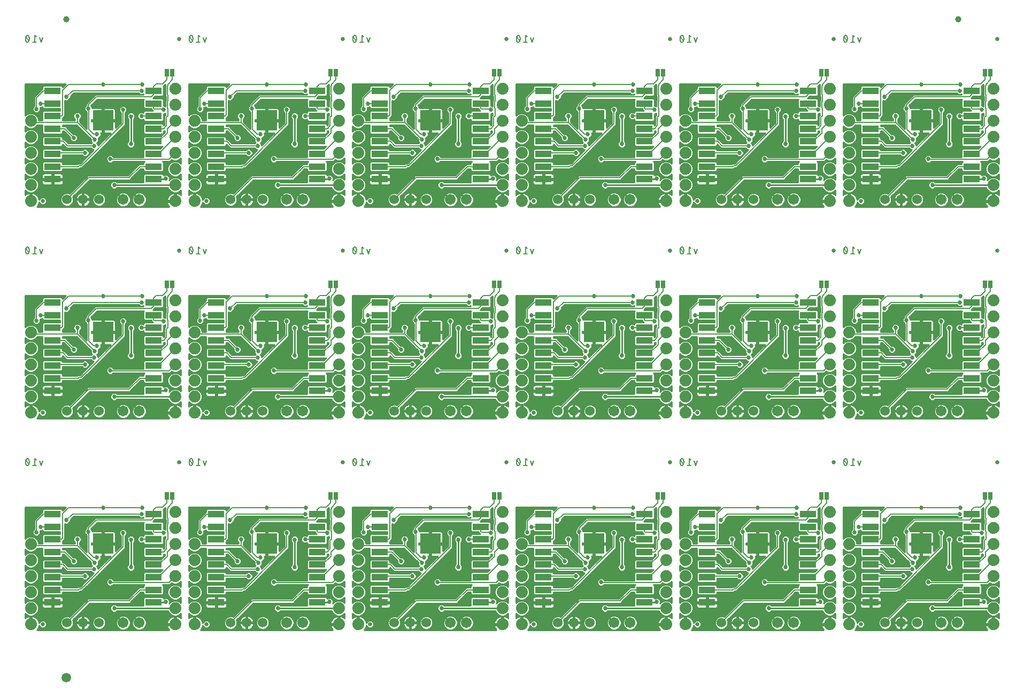
<source format=gbl>
G75*
%MOIN*%
%OFA0B0*%
%FSLAX25Y25*%
%IPPOS*%
%LPD*%
%AMOC8*
5,1,8,0,0,1.08239X$1,22.5*
%
%ADD10C,0.00800*%
%ADD11R,0.10236X0.04331*%
%ADD12R,0.12598X0.12598*%
%ADD13C,0.07400*%
%ADD14C,0.06750*%
%ADD15C,0.06000*%
%ADD16R,0.02500X0.05000*%
%ADD17C,0.02500*%
%ADD18C,0.03937*%
%ADD19C,0.05906*%
%ADD20C,0.01000*%
%ADD21C,0.02700*%
%ADD22C,0.00700*%
D10*
X0032433Y0153483D02*
X0032481Y0153585D01*
X0032525Y0153688D01*
X0032566Y0153792D01*
X0032603Y0153898D01*
X0032637Y0154005D01*
X0032667Y0154113D01*
X0032694Y0154222D01*
X0032718Y0154331D01*
X0032738Y0154442D01*
X0032754Y0154553D01*
X0032767Y0154664D01*
X0032776Y0154776D01*
X0032781Y0154888D01*
X0032783Y0155000D01*
X0030450Y0155000D02*
X0030452Y0155112D01*
X0030457Y0155224D01*
X0030466Y0155336D01*
X0030479Y0155447D01*
X0030495Y0155558D01*
X0030515Y0155669D01*
X0030539Y0155778D01*
X0030566Y0155887D01*
X0030596Y0155995D01*
X0030630Y0156102D01*
X0030667Y0156208D01*
X0030708Y0156312D01*
X0030752Y0156415D01*
X0030800Y0156517D01*
X0030683Y0156167D02*
X0032550Y0153833D01*
X0031617Y0152900D02*
X0031561Y0152902D01*
X0031505Y0152907D01*
X0031449Y0152917D01*
X0031394Y0152929D01*
X0031340Y0152946D01*
X0031288Y0152965D01*
X0031236Y0152989D01*
X0031186Y0153015D01*
X0031139Y0153045D01*
X0031093Y0153077D01*
X0031049Y0153113D01*
X0031008Y0153152D01*
X0030969Y0153193D01*
X0030934Y0153236D01*
X0030901Y0153282D01*
X0030871Y0153330D01*
X0030844Y0153379D01*
X0030821Y0153430D01*
X0030801Y0153483D01*
X0031617Y0152900D02*
X0031673Y0152902D01*
X0031729Y0152907D01*
X0031785Y0152917D01*
X0031840Y0152929D01*
X0031894Y0152946D01*
X0031946Y0152965D01*
X0031998Y0152989D01*
X0032048Y0153015D01*
X0032095Y0153045D01*
X0032141Y0153077D01*
X0032185Y0153113D01*
X0032226Y0153152D01*
X0032265Y0153193D01*
X0032300Y0153236D01*
X0032333Y0153282D01*
X0032363Y0153330D01*
X0032390Y0153379D01*
X0032413Y0153430D01*
X0032433Y0153483D01*
X0030800Y0153483D02*
X0030752Y0153585D01*
X0030708Y0153688D01*
X0030667Y0153792D01*
X0030630Y0153898D01*
X0030596Y0154005D01*
X0030566Y0154113D01*
X0030539Y0154222D01*
X0030515Y0154331D01*
X0030495Y0154442D01*
X0030479Y0154553D01*
X0030466Y0154664D01*
X0030457Y0154776D01*
X0030452Y0154888D01*
X0030450Y0155000D01*
X0032783Y0155000D02*
X0032781Y0155112D01*
X0032776Y0155224D01*
X0032767Y0155336D01*
X0032754Y0155447D01*
X0032738Y0155558D01*
X0032718Y0155669D01*
X0032694Y0155778D01*
X0032667Y0155887D01*
X0032637Y0155995D01*
X0032603Y0156102D01*
X0032566Y0156208D01*
X0032525Y0156312D01*
X0032481Y0156415D01*
X0032433Y0156517D01*
X0032413Y0156570D01*
X0032390Y0156621D01*
X0032363Y0156670D01*
X0032333Y0156718D01*
X0032300Y0156764D01*
X0032265Y0156807D01*
X0032226Y0156848D01*
X0032185Y0156887D01*
X0032141Y0156922D01*
X0032095Y0156955D01*
X0032048Y0156985D01*
X0031998Y0157011D01*
X0031946Y0157035D01*
X0031894Y0157054D01*
X0031840Y0157071D01*
X0031785Y0157083D01*
X0031729Y0157093D01*
X0031673Y0157098D01*
X0031617Y0157100D01*
X0031561Y0157098D01*
X0031505Y0157093D01*
X0031449Y0157083D01*
X0031394Y0157071D01*
X0031340Y0157054D01*
X0031288Y0157035D01*
X0031236Y0157011D01*
X0031186Y0156985D01*
X0031139Y0156955D01*
X0031093Y0156923D01*
X0031049Y0156887D01*
X0031008Y0156848D01*
X0030969Y0156807D01*
X0030934Y0156764D01*
X0030901Y0156718D01*
X0030871Y0156670D01*
X0030844Y0156621D01*
X0030821Y0156570D01*
X0030801Y0156517D01*
X0036117Y0157100D02*
X0036117Y0152900D01*
X0037283Y0152900D02*
X0034950Y0152900D01*
X0037283Y0156167D02*
X0036117Y0157100D01*
X0039233Y0155700D02*
X0040167Y0152900D01*
X0041100Y0155700D01*
X0134433Y0153483D02*
X0134481Y0153585D01*
X0134525Y0153688D01*
X0134566Y0153792D01*
X0134603Y0153898D01*
X0134637Y0154005D01*
X0134667Y0154113D01*
X0134694Y0154222D01*
X0134718Y0154331D01*
X0134738Y0154442D01*
X0134754Y0154553D01*
X0134767Y0154664D01*
X0134776Y0154776D01*
X0134781Y0154888D01*
X0134783Y0155000D01*
X0132450Y0155000D02*
X0132452Y0155112D01*
X0132457Y0155224D01*
X0132466Y0155336D01*
X0132479Y0155447D01*
X0132495Y0155558D01*
X0132515Y0155669D01*
X0132539Y0155778D01*
X0132566Y0155887D01*
X0132596Y0155995D01*
X0132630Y0156102D01*
X0132667Y0156208D01*
X0132708Y0156312D01*
X0132752Y0156415D01*
X0132800Y0156517D01*
X0132683Y0156167D02*
X0134550Y0153833D01*
X0133617Y0152900D02*
X0133561Y0152902D01*
X0133505Y0152907D01*
X0133449Y0152917D01*
X0133394Y0152929D01*
X0133340Y0152946D01*
X0133288Y0152965D01*
X0133236Y0152989D01*
X0133186Y0153015D01*
X0133139Y0153045D01*
X0133093Y0153077D01*
X0133049Y0153113D01*
X0133008Y0153152D01*
X0132969Y0153193D01*
X0132934Y0153236D01*
X0132901Y0153282D01*
X0132871Y0153330D01*
X0132844Y0153379D01*
X0132821Y0153430D01*
X0132801Y0153483D01*
X0133617Y0152900D02*
X0133673Y0152902D01*
X0133729Y0152907D01*
X0133785Y0152917D01*
X0133840Y0152929D01*
X0133894Y0152946D01*
X0133946Y0152965D01*
X0133998Y0152989D01*
X0134048Y0153015D01*
X0134095Y0153045D01*
X0134141Y0153077D01*
X0134185Y0153113D01*
X0134226Y0153152D01*
X0134265Y0153193D01*
X0134300Y0153236D01*
X0134333Y0153282D01*
X0134363Y0153330D01*
X0134390Y0153379D01*
X0134413Y0153430D01*
X0134433Y0153483D01*
X0132800Y0153483D02*
X0132752Y0153585D01*
X0132708Y0153688D01*
X0132667Y0153792D01*
X0132630Y0153898D01*
X0132596Y0154005D01*
X0132566Y0154113D01*
X0132539Y0154222D01*
X0132515Y0154331D01*
X0132495Y0154442D01*
X0132479Y0154553D01*
X0132466Y0154664D01*
X0132457Y0154776D01*
X0132452Y0154888D01*
X0132450Y0155000D01*
X0134783Y0155000D02*
X0134781Y0155112D01*
X0134776Y0155224D01*
X0134767Y0155336D01*
X0134754Y0155447D01*
X0134738Y0155558D01*
X0134718Y0155669D01*
X0134694Y0155778D01*
X0134667Y0155887D01*
X0134637Y0155995D01*
X0134603Y0156102D01*
X0134566Y0156208D01*
X0134525Y0156312D01*
X0134481Y0156415D01*
X0134433Y0156517D01*
X0134413Y0156570D01*
X0134390Y0156621D01*
X0134363Y0156670D01*
X0134333Y0156718D01*
X0134300Y0156764D01*
X0134265Y0156807D01*
X0134226Y0156848D01*
X0134185Y0156887D01*
X0134141Y0156922D01*
X0134095Y0156955D01*
X0134048Y0156985D01*
X0133998Y0157011D01*
X0133946Y0157035D01*
X0133894Y0157054D01*
X0133840Y0157071D01*
X0133785Y0157083D01*
X0133729Y0157093D01*
X0133673Y0157098D01*
X0133617Y0157100D01*
X0133561Y0157098D01*
X0133505Y0157093D01*
X0133449Y0157083D01*
X0133394Y0157071D01*
X0133340Y0157054D01*
X0133288Y0157035D01*
X0133236Y0157011D01*
X0133186Y0156985D01*
X0133139Y0156955D01*
X0133093Y0156923D01*
X0133049Y0156887D01*
X0133008Y0156848D01*
X0132969Y0156807D01*
X0132934Y0156764D01*
X0132901Y0156718D01*
X0132871Y0156670D01*
X0132844Y0156621D01*
X0132821Y0156570D01*
X0132801Y0156517D01*
X0138117Y0157100D02*
X0138117Y0152900D01*
X0139283Y0152900D02*
X0136950Y0152900D01*
X0139283Y0156167D02*
X0138117Y0157100D01*
X0141233Y0155700D02*
X0142167Y0152900D01*
X0143100Y0155700D01*
X0236433Y0153483D02*
X0236481Y0153585D01*
X0236525Y0153688D01*
X0236566Y0153792D01*
X0236603Y0153898D01*
X0236637Y0154005D01*
X0236667Y0154113D01*
X0236694Y0154222D01*
X0236718Y0154331D01*
X0236738Y0154442D01*
X0236754Y0154553D01*
X0236767Y0154664D01*
X0236776Y0154776D01*
X0236781Y0154888D01*
X0236783Y0155000D01*
X0234450Y0155000D02*
X0234452Y0155112D01*
X0234457Y0155224D01*
X0234466Y0155336D01*
X0234479Y0155447D01*
X0234495Y0155558D01*
X0234515Y0155669D01*
X0234539Y0155778D01*
X0234566Y0155887D01*
X0234596Y0155995D01*
X0234630Y0156102D01*
X0234667Y0156208D01*
X0234708Y0156312D01*
X0234752Y0156415D01*
X0234800Y0156517D01*
X0234683Y0156167D02*
X0236550Y0153833D01*
X0235617Y0152900D02*
X0235561Y0152902D01*
X0235505Y0152907D01*
X0235449Y0152917D01*
X0235394Y0152929D01*
X0235340Y0152946D01*
X0235288Y0152965D01*
X0235236Y0152989D01*
X0235186Y0153015D01*
X0235139Y0153045D01*
X0235093Y0153077D01*
X0235049Y0153113D01*
X0235008Y0153152D01*
X0234969Y0153193D01*
X0234934Y0153236D01*
X0234901Y0153282D01*
X0234871Y0153330D01*
X0234844Y0153379D01*
X0234821Y0153430D01*
X0234801Y0153483D01*
X0235617Y0152900D02*
X0235673Y0152902D01*
X0235729Y0152907D01*
X0235785Y0152917D01*
X0235840Y0152929D01*
X0235894Y0152946D01*
X0235946Y0152965D01*
X0235998Y0152989D01*
X0236048Y0153015D01*
X0236095Y0153045D01*
X0236141Y0153077D01*
X0236185Y0153113D01*
X0236226Y0153152D01*
X0236265Y0153193D01*
X0236300Y0153236D01*
X0236333Y0153282D01*
X0236363Y0153330D01*
X0236390Y0153379D01*
X0236413Y0153430D01*
X0236433Y0153483D01*
X0234800Y0153483D02*
X0234752Y0153585D01*
X0234708Y0153688D01*
X0234667Y0153792D01*
X0234630Y0153898D01*
X0234596Y0154005D01*
X0234566Y0154113D01*
X0234539Y0154222D01*
X0234515Y0154331D01*
X0234495Y0154442D01*
X0234479Y0154553D01*
X0234466Y0154664D01*
X0234457Y0154776D01*
X0234452Y0154888D01*
X0234450Y0155000D01*
X0236783Y0155000D02*
X0236781Y0155112D01*
X0236776Y0155224D01*
X0236767Y0155336D01*
X0236754Y0155447D01*
X0236738Y0155558D01*
X0236718Y0155669D01*
X0236694Y0155778D01*
X0236667Y0155887D01*
X0236637Y0155995D01*
X0236603Y0156102D01*
X0236566Y0156208D01*
X0236525Y0156312D01*
X0236481Y0156415D01*
X0236433Y0156517D01*
X0236413Y0156570D01*
X0236390Y0156621D01*
X0236363Y0156670D01*
X0236333Y0156718D01*
X0236300Y0156764D01*
X0236265Y0156807D01*
X0236226Y0156848D01*
X0236185Y0156887D01*
X0236141Y0156922D01*
X0236095Y0156955D01*
X0236048Y0156985D01*
X0235998Y0157011D01*
X0235946Y0157035D01*
X0235894Y0157054D01*
X0235840Y0157071D01*
X0235785Y0157083D01*
X0235729Y0157093D01*
X0235673Y0157098D01*
X0235617Y0157100D01*
X0235561Y0157098D01*
X0235505Y0157093D01*
X0235449Y0157083D01*
X0235394Y0157071D01*
X0235340Y0157054D01*
X0235288Y0157035D01*
X0235236Y0157011D01*
X0235186Y0156985D01*
X0235139Y0156955D01*
X0235093Y0156923D01*
X0235049Y0156887D01*
X0235008Y0156848D01*
X0234969Y0156807D01*
X0234934Y0156764D01*
X0234901Y0156718D01*
X0234871Y0156670D01*
X0234844Y0156621D01*
X0234821Y0156570D01*
X0234801Y0156517D01*
X0240117Y0157100D02*
X0240117Y0152900D01*
X0241283Y0152900D02*
X0238950Y0152900D01*
X0241283Y0156167D02*
X0240117Y0157100D01*
X0243233Y0155700D02*
X0244167Y0152900D01*
X0245100Y0155700D01*
X0338433Y0153483D02*
X0338481Y0153585D01*
X0338525Y0153688D01*
X0338566Y0153792D01*
X0338603Y0153898D01*
X0338637Y0154005D01*
X0338667Y0154113D01*
X0338694Y0154222D01*
X0338718Y0154331D01*
X0338738Y0154442D01*
X0338754Y0154553D01*
X0338767Y0154664D01*
X0338776Y0154776D01*
X0338781Y0154888D01*
X0338783Y0155000D01*
X0336450Y0155000D02*
X0336452Y0155112D01*
X0336457Y0155224D01*
X0336466Y0155336D01*
X0336479Y0155447D01*
X0336495Y0155558D01*
X0336515Y0155669D01*
X0336539Y0155778D01*
X0336566Y0155887D01*
X0336596Y0155995D01*
X0336630Y0156102D01*
X0336667Y0156208D01*
X0336708Y0156312D01*
X0336752Y0156415D01*
X0336800Y0156517D01*
X0336683Y0156167D02*
X0338550Y0153833D01*
X0337617Y0152900D02*
X0337561Y0152902D01*
X0337505Y0152907D01*
X0337449Y0152917D01*
X0337394Y0152929D01*
X0337340Y0152946D01*
X0337288Y0152965D01*
X0337236Y0152989D01*
X0337186Y0153015D01*
X0337139Y0153045D01*
X0337093Y0153077D01*
X0337049Y0153113D01*
X0337008Y0153152D01*
X0336969Y0153193D01*
X0336934Y0153236D01*
X0336901Y0153282D01*
X0336871Y0153330D01*
X0336844Y0153379D01*
X0336821Y0153430D01*
X0336801Y0153483D01*
X0337617Y0152900D02*
X0337673Y0152902D01*
X0337729Y0152907D01*
X0337785Y0152917D01*
X0337840Y0152929D01*
X0337894Y0152946D01*
X0337946Y0152965D01*
X0337998Y0152989D01*
X0338048Y0153015D01*
X0338095Y0153045D01*
X0338141Y0153077D01*
X0338185Y0153113D01*
X0338226Y0153152D01*
X0338265Y0153193D01*
X0338300Y0153236D01*
X0338333Y0153282D01*
X0338363Y0153330D01*
X0338390Y0153379D01*
X0338413Y0153430D01*
X0338433Y0153483D01*
X0336800Y0153483D02*
X0336752Y0153585D01*
X0336708Y0153688D01*
X0336667Y0153792D01*
X0336630Y0153898D01*
X0336596Y0154005D01*
X0336566Y0154113D01*
X0336539Y0154222D01*
X0336515Y0154331D01*
X0336495Y0154442D01*
X0336479Y0154553D01*
X0336466Y0154664D01*
X0336457Y0154776D01*
X0336452Y0154888D01*
X0336450Y0155000D01*
X0338783Y0155000D02*
X0338781Y0155112D01*
X0338776Y0155224D01*
X0338767Y0155336D01*
X0338754Y0155447D01*
X0338738Y0155558D01*
X0338718Y0155669D01*
X0338694Y0155778D01*
X0338667Y0155887D01*
X0338637Y0155995D01*
X0338603Y0156102D01*
X0338566Y0156208D01*
X0338525Y0156312D01*
X0338481Y0156415D01*
X0338433Y0156517D01*
X0338413Y0156570D01*
X0338390Y0156621D01*
X0338363Y0156670D01*
X0338333Y0156718D01*
X0338300Y0156764D01*
X0338265Y0156807D01*
X0338226Y0156848D01*
X0338185Y0156887D01*
X0338141Y0156922D01*
X0338095Y0156955D01*
X0338048Y0156985D01*
X0337998Y0157011D01*
X0337946Y0157035D01*
X0337894Y0157054D01*
X0337840Y0157071D01*
X0337785Y0157083D01*
X0337729Y0157093D01*
X0337673Y0157098D01*
X0337617Y0157100D01*
X0337561Y0157098D01*
X0337505Y0157093D01*
X0337449Y0157083D01*
X0337394Y0157071D01*
X0337340Y0157054D01*
X0337288Y0157035D01*
X0337236Y0157011D01*
X0337186Y0156985D01*
X0337139Y0156955D01*
X0337093Y0156923D01*
X0337049Y0156887D01*
X0337008Y0156848D01*
X0336969Y0156807D01*
X0336934Y0156764D01*
X0336901Y0156718D01*
X0336871Y0156670D01*
X0336844Y0156621D01*
X0336821Y0156570D01*
X0336801Y0156517D01*
X0342117Y0157100D02*
X0342117Y0152900D01*
X0343283Y0152900D02*
X0340950Y0152900D01*
X0343283Y0156167D02*
X0342117Y0157100D01*
X0345233Y0155700D02*
X0346167Y0152900D01*
X0347100Y0155700D01*
X0440433Y0153483D02*
X0440481Y0153585D01*
X0440525Y0153688D01*
X0440566Y0153792D01*
X0440603Y0153898D01*
X0440637Y0154005D01*
X0440667Y0154113D01*
X0440694Y0154222D01*
X0440718Y0154331D01*
X0440738Y0154442D01*
X0440754Y0154553D01*
X0440767Y0154664D01*
X0440776Y0154776D01*
X0440781Y0154888D01*
X0440783Y0155000D01*
X0438450Y0155000D02*
X0438452Y0155112D01*
X0438457Y0155224D01*
X0438466Y0155336D01*
X0438479Y0155447D01*
X0438495Y0155558D01*
X0438515Y0155669D01*
X0438539Y0155778D01*
X0438566Y0155887D01*
X0438596Y0155995D01*
X0438630Y0156102D01*
X0438667Y0156208D01*
X0438708Y0156312D01*
X0438752Y0156415D01*
X0438800Y0156517D01*
X0438683Y0156167D02*
X0440550Y0153833D01*
X0439617Y0152900D02*
X0439561Y0152902D01*
X0439505Y0152907D01*
X0439449Y0152917D01*
X0439394Y0152929D01*
X0439340Y0152946D01*
X0439288Y0152965D01*
X0439236Y0152989D01*
X0439186Y0153015D01*
X0439139Y0153045D01*
X0439093Y0153077D01*
X0439049Y0153113D01*
X0439008Y0153152D01*
X0438969Y0153193D01*
X0438934Y0153236D01*
X0438901Y0153282D01*
X0438871Y0153330D01*
X0438844Y0153379D01*
X0438821Y0153430D01*
X0438801Y0153483D01*
X0439617Y0152900D02*
X0439673Y0152902D01*
X0439729Y0152907D01*
X0439785Y0152917D01*
X0439840Y0152929D01*
X0439894Y0152946D01*
X0439946Y0152965D01*
X0439998Y0152989D01*
X0440048Y0153015D01*
X0440095Y0153045D01*
X0440141Y0153077D01*
X0440185Y0153113D01*
X0440226Y0153152D01*
X0440265Y0153193D01*
X0440300Y0153236D01*
X0440333Y0153282D01*
X0440363Y0153330D01*
X0440390Y0153379D01*
X0440413Y0153430D01*
X0440433Y0153483D01*
X0438800Y0153483D02*
X0438752Y0153585D01*
X0438708Y0153688D01*
X0438667Y0153792D01*
X0438630Y0153898D01*
X0438596Y0154005D01*
X0438566Y0154113D01*
X0438539Y0154222D01*
X0438515Y0154331D01*
X0438495Y0154442D01*
X0438479Y0154553D01*
X0438466Y0154664D01*
X0438457Y0154776D01*
X0438452Y0154888D01*
X0438450Y0155000D01*
X0440783Y0155000D02*
X0440781Y0155112D01*
X0440776Y0155224D01*
X0440767Y0155336D01*
X0440754Y0155447D01*
X0440738Y0155558D01*
X0440718Y0155669D01*
X0440694Y0155778D01*
X0440667Y0155887D01*
X0440637Y0155995D01*
X0440603Y0156102D01*
X0440566Y0156208D01*
X0440525Y0156312D01*
X0440481Y0156415D01*
X0440433Y0156517D01*
X0440413Y0156570D01*
X0440390Y0156621D01*
X0440363Y0156670D01*
X0440333Y0156718D01*
X0440300Y0156764D01*
X0440265Y0156807D01*
X0440226Y0156848D01*
X0440185Y0156887D01*
X0440141Y0156922D01*
X0440095Y0156955D01*
X0440048Y0156985D01*
X0439998Y0157011D01*
X0439946Y0157035D01*
X0439894Y0157054D01*
X0439840Y0157071D01*
X0439785Y0157083D01*
X0439729Y0157093D01*
X0439673Y0157098D01*
X0439617Y0157100D01*
X0439561Y0157098D01*
X0439505Y0157093D01*
X0439449Y0157083D01*
X0439394Y0157071D01*
X0439340Y0157054D01*
X0439288Y0157035D01*
X0439236Y0157011D01*
X0439186Y0156985D01*
X0439139Y0156955D01*
X0439093Y0156923D01*
X0439049Y0156887D01*
X0439008Y0156848D01*
X0438969Y0156807D01*
X0438934Y0156764D01*
X0438901Y0156718D01*
X0438871Y0156670D01*
X0438844Y0156621D01*
X0438821Y0156570D01*
X0438801Y0156517D01*
X0444117Y0157100D02*
X0444117Y0152900D01*
X0445283Y0152900D02*
X0442950Y0152900D01*
X0445283Y0156167D02*
X0444117Y0157100D01*
X0447233Y0155700D02*
X0448167Y0152900D01*
X0449100Y0155700D01*
X0542433Y0153483D02*
X0542481Y0153585D01*
X0542525Y0153688D01*
X0542566Y0153792D01*
X0542603Y0153898D01*
X0542637Y0154005D01*
X0542667Y0154113D01*
X0542694Y0154222D01*
X0542718Y0154331D01*
X0542738Y0154442D01*
X0542754Y0154553D01*
X0542767Y0154664D01*
X0542776Y0154776D01*
X0542781Y0154888D01*
X0542783Y0155000D01*
X0540450Y0155000D02*
X0540452Y0155112D01*
X0540457Y0155224D01*
X0540466Y0155336D01*
X0540479Y0155447D01*
X0540495Y0155558D01*
X0540515Y0155669D01*
X0540539Y0155778D01*
X0540566Y0155887D01*
X0540596Y0155995D01*
X0540630Y0156102D01*
X0540667Y0156208D01*
X0540708Y0156312D01*
X0540752Y0156415D01*
X0540800Y0156517D01*
X0540683Y0156167D02*
X0542550Y0153833D01*
X0541617Y0152900D02*
X0541561Y0152902D01*
X0541505Y0152907D01*
X0541449Y0152917D01*
X0541394Y0152929D01*
X0541340Y0152946D01*
X0541288Y0152965D01*
X0541236Y0152989D01*
X0541186Y0153015D01*
X0541139Y0153045D01*
X0541093Y0153077D01*
X0541049Y0153113D01*
X0541008Y0153152D01*
X0540969Y0153193D01*
X0540934Y0153236D01*
X0540901Y0153282D01*
X0540871Y0153330D01*
X0540844Y0153379D01*
X0540821Y0153430D01*
X0540801Y0153483D01*
X0541617Y0152900D02*
X0541673Y0152902D01*
X0541729Y0152907D01*
X0541785Y0152917D01*
X0541840Y0152929D01*
X0541894Y0152946D01*
X0541946Y0152965D01*
X0541998Y0152989D01*
X0542048Y0153015D01*
X0542095Y0153045D01*
X0542141Y0153077D01*
X0542185Y0153113D01*
X0542226Y0153152D01*
X0542265Y0153193D01*
X0542300Y0153236D01*
X0542333Y0153282D01*
X0542363Y0153330D01*
X0542390Y0153379D01*
X0542413Y0153430D01*
X0542433Y0153483D01*
X0540800Y0153483D02*
X0540752Y0153585D01*
X0540708Y0153688D01*
X0540667Y0153792D01*
X0540630Y0153898D01*
X0540596Y0154005D01*
X0540566Y0154113D01*
X0540539Y0154222D01*
X0540515Y0154331D01*
X0540495Y0154442D01*
X0540479Y0154553D01*
X0540466Y0154664D01*
X0540457Y0154776D01*
X0540452Y0154888D01*
X0540450Y0155000D01*
X0542783Y0155000D02*
X0542781Y0155112D01*
X0542776Y0155224D01*
X0542767Y0155336D01*
X0542754Y0155447D01*
X0542738Y0155558D01*
X0542718Y0155669D01*
X0542694Y0155778D01*
X0542667Y0155887D01*
X0542637Y0155995D01*
X0542603Y0156102D01*
X0542566Y0156208D01*
X0542525Y0156312D01*
X0542481Y0156415D01*
X0542433Y0156517D01*
X0542413Y0156570D01*
X0542390Y0156621D01*
X0542363Y0156670D01*
X0542333Y0156718D01*
X0542300Y0156764D01*
X0542265Y0156807D01*
X0542226Y0156848D01*
X0542185Y0156887D01*
X0542141Y0156922D01*
X0542095Y0156955D01*
X0542048Y0156985D01*
X0541998Y0157011D01*
X0541946Y0157035D01*
X0541894Y0157054D01*
X0541840Y0157071D01*
X0541785Y0157083D01*
X0541729Y0157093D01*
X0541673Y0157098D01*
X0541617Y0157100D01*
X0541561Y0157098D01*
X0541505Y0157093D01*
X0541449Y0157083D01*
X0541394Y0157071D01*
X0541340Y0157054D01*
X0541288Y0157035D01*
X0541236Y0157011D01*
X0541186Y0156985D01*
X0541139Y0156955D01*
X0541093Y0156923D01*
X0541049Y0156887D01*
X0541008Y0156848D01*
X0540969Y0156807D01*
X0540934Y0156764D01*
X0540901Y0156718D01*
X0540871Y0156670D01*
X0540844Y0156621D01*
X0540821Y0156570D01*
X0540801Y0156517D01*
X0546117Y0157100D02*
X0546117Y0152900D01*
X0547283Y0152900D02*
X0544950Y0152900D01*
X0547283Y0156167D02*
X0546117Y0157100D01*
X0549233Y0155700D02*
X0550167Y0152900D01*
X0551100Y0155700D01*
X0550167Y0284900D02*
X0549233Y0287700D01*
X0551100Y0287700D02*
X0550167Y0284900D01*
X0547283Y0284900D02*
X0544950Y0284900D01*
X0546117Y0284900D02*
X0546117Y0289100D01*
X0547283Y0288167D01*
X0540450Y0287000D02*
X0540452Y0286888D01*
X0540457Y0286776D01*
X0540466Y0286664D01*
X0540479Y0286553D01*
X0540495Y0286442D01*
X0540515Y0286331D01*
X0540539Y0286222D01*
X0540566Y0286113D01*
X0540596Y0286005D01*
X0540630Y0285898D01*
X0540667Y0285792D01*
X0540708Y0285688D01*
X0540752Y0285585D01*
X0540800Y0285483D01*
X0541617Y0284900D02*
X0541673Y0284902D01*
X0541729Y0284907D01*
X0541785Y0284917D01*
X0541840Y0284929D01*
X0541894Y0284946D01*
X0541946Y0284965D01*
X0541998Y0284989D01*
X0542048Y0285015D01*
X0542095Y0285045D01*
X0542141Y0285077D01*
X0542185Y0285113D01*
X0542226Y0285152D01*
X0542265Y0285193D01*
X0542300Y0285236D01*
X0542333Y0285282D01*
X0542363Y0285330D01*
X0542390Y0285379D01*
X0542413Y0285430D01*
X0542433Y0285483D01*
X0542550Y0285833D02*
X0540683Y0288167D01*
X0540801Y0288517D02*
X0540821Y0288570D01*
X0540844Y0288621D01*
X0540871Y0288670D01*
X0540901Y0288718D01*
X0540934Y0288764D01*
X0540969Y0288807D01*
X0541008Y0288848D01*
X0541049Y0288887D01*
X0541093Y0288923D01*
X0541139Y0288955D01*
X0541186Y0288985D01*
X0541236Y0289011D01*
X0541288Y0289035D01*
X0541340Y0289054D01*
X0541394Y0289071D01*
X0541449Y0289083D01*
X0541505Y0289093D01*
X0541561Y0289098D01*
X0541617Y0289100D01*
X0541673Y0289098D01*
X0541729Y0289093D01*
X0541785Y0289083D01*
X0541840Y0289071D01*
X0541894Y0289054D01*
X0541946Y0289035D01*
X0541998Y0289011D01*
X0542048Y0288985D01*
X0542095Y0288955D01*
X0542141Y0288922D01*
X0542185Y0288887D01*
X0542226Y0288848D01*
X0542265Y0288807D01*
X0542300Y0288764D01*
X0542333Y0288718D01*
X0542363Y0288670D01*
X0542390Y0288621D01*
X0542413Y0288570D01*
X0542433Y0288517D01*
X0540800Y0288517D02*
X0540752Y0288415D01*
X0540708Y0288312D01*
X0540667Y0288208D01*
X0540630Y0288102D01*
X0540596Y0287995D01*
X0540566Y0287887D01*
X0540539Y0287778D01*
X0540515Y0287669D01*
X0540495Y0287558D01*
X0540479Y0287447D01*
X0540466Y0287336D01*
X0540457Y0287224D01*
X0540452Y0287112D01*
X0540450Y0287000D01*
X0542783Y0287000D02*
X0542781Y0287112D01*
X0542776Y0287224D01*
X0542767Y0287336D01*
X0542754Y0287447D01*
X0542738Y0287558D01*
X0542718Y0287669D01*
X0542694Y0287778D01*
X0542667Y0287887D01*
X0542637Y0287995D01*
X0542603Y0288102D01*
X0542566Y0288208D01*
X0542525Y0288312D01*
X0542481Y0288415D01*
X0542433Y0288517D01*
X0540801Y0285483D02*
X0540821Y0285430D01*
X0540844Y0285379D01*
X0540871Y0285330D01*
X0540901Y0285282D01*
X0540934Y0285236D01*
X0540969Y0285193D01*
X0541008Y0285152D01*
X0541049Y0285113D01*
X0541093Y0285077D01*
X0541139Y0285045D01*
X0541186Y0285015D01*
X0541236Y0284989D01*
X0541288Y0284965D01*
X0541340Y0284946D01*
X0541394Y0284929D01*
X0541449Y0284917D01*
X0541505Y0284907D01*
X0541561Y0284902D01*
X0541617Y0284900D01*
X0542433Y0285483D02*
X0542481Y0285585D01*
X0542525Y0285688D01*
X0542566Y0285792D01*
X0542603Y0285898D01*
X0542637Y0286005D01*
X0542667Y0286113D01*
X0542694Y0286222D01*
X0542718Y0286331D01*
X0542738Y0286442D01*
X0542754Y0286553D01*
X0542767Y0286664D01*
X0542776Y0286776D01*
X0542781Y0286888D01*
X0542783Y0287000D01*
X0449100Y0287700D02*
X0448167Y0284900D01*
X0447233Y0287700D01*
X0445283Y0288167D02*
X0444117Y0289100D01*
X0444117Y0284900D01*
X0445283Y0284900D02*
X0442950Y0284900D01*
X0438800Y0285483D02*
X0438752Y0285585D01*
X0438708Y0285688D01*
X0438667Y0285792D01*
X0438630Y0285898D01*
X0438596Y0286005D01*
X0438566Y0286113D01*
X0438539Y0286222D01*
X0438515Y0286331D01*
X0438495Y0286442D01*
X0438479Y0286553D01*
X0438466Y0286664D01*
X0438457Y0286776D01*
X0438452Y0286888D01*
X0438450Y0287000D01*
X0440783Y0287000D02*
X0440781Y0287112D01*
X0440776Y0287224D01*
X0440767Y0287336D01*
X0440754Y0287447D01*
X0440738Y0287558D01*
X0440718Y0287669D01*
X0440694Y0287778D01*
X0440667Y0287887D01*
X0440637Y0287995D01*
X0440603Y0288102D01*
X0440566Y0288208D01*
X0440525Y0288312D01*
X0440481Y0288415D01*
X0440433Y0288517D01*
X0440413Y0288570D01*
X0440390Y0288621D01*
X0440363Y0288670D01*
X0440333Y0288718D01*
X0440300Y0288764D01*
X0440265Y0288807D01*
X0440226Y0288848D01*
X0440185Y0288887D01*
X0440141Y0288922D01*
X0440095Y0288955D01*
X0440048Y0288985D01*
X0439998Y0289011D01*
X0439946Y0289035D01*
X0439894Y0289054D01*
X0439840Y0289071D01*
X0439785Y0289083D01*
X0439729Y0289093D01*
X0439673Y0289098D01*
X0439617Y0289100D01*
X0439561Y0289098D01*
X0439505Y0289093D01*
X0439449Y0289083D01*
X0439394Y0289071D01*
X0439340Y0289054D01*
X0439288Y0289035D01*
X0439236Y0289011D01*
X0439186Y0288985D01*
X0439139Y0288955D01*
X0439093Y0288923D01*
X0439049Y0288887D01*
X0439008Y0288848D01*
X0438969Y0288807D01*
X0438934Y0288764D01*
X0438901Y0288718D01*
X0438871Y0288670D01*
X0438844Y0288621D01*
X0438821Y0288570D01*
X0438801Y0288517D01*
X0438683Y0288167D02*
X0440550Y0285833D01*
X0439617Y0284900D02*
X0439561Y0284902D01*
X0439505Y0284907D01*
X0439449Y0284917D01*
X0439394Y0284929D01*
X0439340Y0284946D01*
X0439288Y0284965D01*
X0439236Y0284989D01*
X0439186Y0285015D01*
X0439139Y0285045D01*
X0439093Y0285077D01*
X0439049Y0285113D01*
X0439008Y0285152D01*
X0438969Y0285193D01*
X0438934Y0285236D01*
X0438901Y0285282D01*
X0438871Y0285330D01*
X0438844Y0285379D01*
X0438821Y0285430D01*
X0438801Y0285483D01*
X0439617Y0284900D02*
X0439673Y0284902D01*
X0439729Y0284907D01*
X0439785Y0284917D01*
X0439840Y0284929D01*
X0439894Y0284946D01*
X0439946Y0284965D01*
X0439998Y0284989D01*
X0440048Y0285015D01*
X0440095Y0285045D01*
X0440141Y0285077D01*
X0440185Y0285113D01*
X0440226Y0285152D01*
X0440265Y0285193D01*
X0440300Y0285236D01*
X0440333Y0285282D01*
X0440363Y0285330D01*
X0440390Y0285379D01*
X0440413Y0285430D01*
X0440433Y0285483D01*
X0438450Y0287000D02*
X0438452Y0287112D01*
X0438457Y0287224D01*
X0438466Y0287336D01*
X0438479Y0287447D01*
X0438495Y0287558D01*
X0438515Y0287669D01*
X0438539Y0287778D01*
X0438566Y0287887D01*
X0438596Y0287995D01*
X0438630Y0288102D01*
X0438667Y0288208D01*
X0438708Y0288312D01*
X0438752Y0288415D01*
X0438800Y0288517D01*
X0440783Y0287000D02*
X0440781Y0286888D01*
X0440776Y0286776D01*
X0440767Y0286664D01*
X0440754Y0286553D01*
X0440738Y0286442D01*
X0440718Y0286331D01*
X0440694Y0286222D01*
X0440667Y0286113D01*
X0440637Y0286005D01*
X0440603Y0285898D01*
X0440566Y0285792D01*
X0440525Y0285688D01*
X0440481Y0285585D01*
X0440433Y0285483D01*
X0347100Y0287700D02*
X0346167Y0284900D01*
X0345233Y0287700D01*
X0343283Y0288167D02*
X0342117Y0289100D01*
X0342117Y0284900D01*
X0343283Y0284900D02*
X0340950Y0284900D01*
X0336800Y0285483D02*
X0336752Y0285585D01*
X0336708Y0285688D01*
X0336667Y0285792D01*
X0336630Y0285898D01*
X0336596Y0286005D01*
X0336566Y0286113D01*
X0336539Y0286222D01*
X0336515Y0286331D01*
X0336495Y0286442D01*
X0336479Y0286553D01*
X0336466Y0286664D01*
X0336457Y0286776D01*
X0336452Y0286888D01*
X0336450Y0287000D01*
X0338783Y0287000D02*
X0338781Y0287112D01*
X0338776Y0287224D01*
X0338767Y0287336D01*
X0338754Y0287447D01*
X0338738Y0287558D01*
X0338718Y0287669D01*
X0338694Y0287778D01*
X0338667Y0287887D01*
X0338637Y0287995D01*
X0338603Y0288102D01*
X0338566Y0288208D01*
X0338525Y0288312D01*
X0338481Y0288415D01*
X0338433Y0288517D01*
X0338413Y0288570D01*
X0338390Y0288621D01*
X0338363Y0288670D01*
X0338333Y0288718D01*
X0338300Y0288764D01*
X0338265Y0288807D01*
X0338226Y0288848D01*
X0338185Y0288887D01*
X0338141Y0288922D01*
X0338095Y0288955D01*
X0338048Y0288985D01*
X0337998Y0289011D01*
X0337946Y0289035D01*
X0337894Y0289054D01*
X0337840Y0289071D01*
X0337785Y0289083D01*
X0337729Y0289093D01*
X0337673Y0289098D01*
X0337617Y0289100D01*
X0337561Y0289098D01*
X0337505Y0289093D01*
X0337449Y0289083D01*
X0337394Y0289071D01*
X0337340Y0289054D01*
X0337288Y0289035D01*
X0337236Y0289011D01*
X0337186Y0288985D01*
X0337139Y0288955D01*
X0337093Y0288923D01*
X0337049Y0288887D01*
X0337008Y0288848D01*
X0336969Y0288807D01*
X0336934Y0288764D01*
X0336901Y0288718D01*
X0336871Y0288670D01*
X0336844Y0288621D01*
X0336821Y0288570D01*
X0336801Y0288517D01*
X0336683Y0288167D02*
X0338550Y0285833D01*
X0337617Y0284900D02*
X0337561Y0284902D01*
X0337505Y0284907D01*
X0337449Y0284917D01*
X0337394Y0284929D01*
X0337340Y0284946D01*
X0337288Y0284965D01*
X0337236Y0284989D01*
X0337186Y0285015D01*
X0337139Y0285045D01*
X0337093Y0285077D01*
X0337049Y0285113D01*
X0337008Y0285152D01*
X0336969Y0285193D01*
X0336934Y0285236D01*
X0336901Y0285282D01*
X0336871Y0285330D01*
X0336844Y0285379D01*
X0336821Y0285430D01*
X0336801Y0285483D01*
X0337617Y0284900D02*
X0337673Y0284902D01*
X0337729Y0284907D01*
X0337785Y0284917D01*
X0337840Y0284929D01*
X0337894Y0284946D01*
X0337946Y0284965D01*
X0337998Y0284989D01*
X0338048Y0285015D01*
X0338095Y0285045D01*
X0338141Y0285077D01*
X0338185Y0285113D01*
X0338226Y0285152D01*
X0338265Y0285193D01*
X0338300Y0285236D01*
X0338333Y0285282D01*
X0338363Y0285330D01*
X0338390Y0285379D01*
X0338413Y0285430D01*
X0338433Y0285483D01*
X0336450Y0287000D02*
X0336452Y0287112D01*
X0336457Y0287224D01*
X0336466Y0287336D01*
X0336479Y0287447D01*
X0336495Y0287558D01*
X0336515Y0287669D01*
X0336539Y0287778D01*
X0336566Y0287887D01*
X0336596Y0287995D01*
X0336630Y0288102D01*
X0336667Y0288208D01*
X0336708Y0288312D01*
X0336752Y0288415D01*
X0336800Y0288517D01*
X0338783Y0287000D02*
X0338781Y0286888D01*
X0338776Y0286776D01*
X0338767Y0286664D01*
X0338754Y0286553D01*
X0338738Y0286442D01*
X0338718Y0286331D01*
X0338694Y0286222D01*
X0338667Y0286113D01*
X0338637Y0286005D01*
X0338603Y0285898D01*
X0338566Y0285792D01*
X0338525Y0285688D01*
X0338481Y0285585D01*
X0338433Y0285483D01*
X0245100Y0287700D02*
X0244167Y0284900D01*
X0243233Y0287700D01*
X0241283Y0288167D02*
X0240117Y0289100D01*
X0240117Y0284900D01*
X0241283Y0284900D02*
X0238950Y0284900D01*
X0234800Y0285483D02*
X0234752Y0285585D01*
X0234708Y0285688D01*
X0234667Y0285792D01*
X0234630Y0285898D01*
X0234596Y0286005D01*
X0234566Y0286113D01*
X0234539Y0286222D01*
X0234515Y0286331D01*
X0234495Y0286442D01*
X0234479Y0286553D01*
X0234466Y0286664D01*
X0234457Y0286776D01*
X0234452Y0286888D01*
X0234450Y0287000D01*
X0236783Y0287000D02*
X0236781Y0287112D01*
X0236776Y0287224D01*
X0236767Y0287336D01*
X0236754Y0287447D01*
X0236738Y0287558D01*
X0236718Y0287669D01*
X0236694Y0287778D01*
X0236667Y0287887D01*
X0236637Y0287995D01*
X0236603Y0288102D01*
X0236566Y0288208D01*
X0236525Y0288312D01*
X0236481Y0288415D01*
X0236433Y0288517D01*
X0236413Y0288570D01*
X0236390Y0288621D01*
X0236363Y0288670D01*
X0236333Y0288718D01*
X0236300Y0288764D01*
X0236265Y0288807D01*
X0236226Y0288848D01*
X0236185Y0288887D01*
X0236141Y0288922D01*
X0236095Y0288955D01*
X0236048Y0288985D01*
X0235998Y0289011D01*
X0235946Y0289035D01*
X0235894Y0289054D01*
X0235840Y0289071D01*
X0235785Y0289083D01*
X0235729Y0289093D01*
X0235673Y0289098D01*
X0235617Y0289100D01*
X0235561Y0289098D01*
X0235505Y0289093D01*
X0235449Y0289083D01*
X0235394Y0289071D01*
X0235340Y0289054D01*
X0235288Y0289035D01*
X0235236Y0289011D01*
X0235186Y0288985D01*
X0235139Y0288955D01*
X0235093Y0288923D01*
X0235049Y0288887D01*
X0235008Y0288848D01*
X0234969Y0288807D01*
X0234934Y0288764D01*
X0234901Y0288718D01*
X0234871Y0288670D01*
X0234844Y0288621D01*
X0234821Y0288570D01*
X0234801Y0288517D01*
X0234683Y0288167D02*
X0236550Y0285833D01*
X0235617Y0284900D02*
X0235561Y0284902D01*
X0235505Y0284907D01*
X0235449Y0284917D01*
X0235394Y0284929D01*
X0235340Y0284946D01*
X0235288Y0284965D01*
X0235236Y0284989D01*
X0235186Y0285015D01*
X0235139Y0285045D01*
X0235093Y0285077D01*
X0235049Y0285113D01*
X0235008Y0285152D01*
X0234969Y0285193D01*
X0234934Y0285236D01*
X0234901Y0285282D01*
X0234871Y0285330D01*
X0234844Y0285379D01*
X0234821Y0285430D01*
X0234801Y0285483D01*
X0235617Y0284900D02*
X0235673Y0284902D01*
X0235729Y0284907D01*
X0235785Y0284917D01*
X0235840Y0284929D01*
X0235894Y0284946D01*
X0235946Y0284965D01*
X0235998Y0284989D01*
X0236048Y0285015D01*
X0236095Y0285045D01*
X0236141Y0285077D01*
X0236185Y0285113D01*
X0236226Y0285152D01*
X0236265Y0285193D01*
X0236300Y0285236D01*
X0236333Y0285282D01*
X0236363Y0285330D01*
X0236390Y0285379D01*
X0236413Y0285430D01*
X0236433Y0285483D01*
X0234450Y0287000D02*
X0234452Y0287112D01*
X0234457Y0287224D01*
X0234466Y0287336D01*
X0234479Y0287447D01*
X0234495Y0287558D01*
X0234515Y0287669D01*
X0234539Y0287778D01*
X0234566Y0287887D01*
X0234596Y0287995D01*
X0234630Y0288102D01*
X0234667Y0288208D01*
X0234708Y0288312D01*
X0234752Y0288415D01*
X0234800Y0288517D01*
X0236783Y0287000D02*
X0236781Y0286888D01*
X0236776Y0286776D01*
X0236767Y0286664D01*
X0236754Y0286553D01*
X0236738Y0286442D01*
X0236718Y0286331D01*
X0236694Y0286222D01*
X0236667Y0286113D01*
X0236637Y0286005D01*
X0236603Y0285898D01*
X0236566Y0285792D01*
X0236525Y0285688D01*
X0236481Y0285585D01*
X0236433Y0285483D01*
X0143100Y0287700D02*
X0142167Y0284900D01*
X0141233Y0287700D01*
X0139283Y0288167D02*
X0138117Y0289100D01*
X0138117Y0284900D01*
X0139283Y0284900D02*
X0136950Y0284900D01*
X0132800Y0285483D02*
X0132752Y0285585D01*
X0132708Y0285688D01*
X0132667Y0285792D01*
X0132630Y0285898D01*
X0132596Y0286005D01*
X0132566Y0286113D01*
X0132539Y0286222D01*
X0132515Y0286331D01*
X0132495Y0286442D01*
X0132479Y0286553D01*
X0132466Y0286664D01*
X0132457Y0286776D01*
X0132452Y0286888D01*
X0132450Y0287000D01*
X0134783Y0287000D02*
X0134781Y0287112D01*
X0134776Y0287224D01*
X0134767Y0287336D01*
X0134754Y0287447D01*
X0134738Y0287558D01*
X0134718Y0287669D01*
X0134694Y0287778D01*
X0134667Y0287887D01*
X0134637Y0287995D01*
X0134603Y0288102D01*
X0134566Y0288208D01*
X0134525Y0288312D01*
X0134481Y0288415D01*
X0134433Y0288517D01*
X0134413Y0288570D01*
X0134390Y0288621D01*
X0134363Y0288670D01*
X0134333Y0288718D01*
X0134300Y0288764D01*
X0134265Y0288807D01*
X0134226Y0288848D01*
X0134185Y0288887D01*
X0134141Y0288922D01*
X0134095Y0288955D01*
X0134048Y0288985D01*
X0133998Y0289011D01*
X0133946Y0289035D01*
X0133894Y0289054D01*
X0133840Y0289071D01*
X0133785Y0289083D01*
X0133729Y0289093D01*
X0133673Y0289098D01*
X0133617Y0289100D01*
X0133561Y0289098D01*
X0133505Y0289093D01*
X0133449Y0289083D01*
X0133394Y0289071D01*
X0133340Y0289054D01*
X0133288Y0289035D01*
X0133236Y0289011D01*
X0133186Y0288985D01*
X0133139Y0288955D01*
X0133093Y0288923D01*
X0133049Y0288887D01*
X0133008Y0288848D01*
X0132969Y0288807D01*
X0132934Y0288764D01*
X0132901Y0288718D01*
X0132871Y0288670D01*
X0132844Y0288621D01*
X0132821Y0288570D01*
X0132801Y0288517D01*
X0132683Y0288167D02*
X0134550Y0285833D01*
X0133617Y0284900D02*
X0133561Y0284902D01*
X0133505Y0284907D01*
X0133449Y0284917D01*
X0133394Y0284929D01*
X0133340Y0284946D01*
X0133288Y0284965D01*
X0133236Y0284989D01*
X0133186Y0285015D01*
X0133139Y0285045D01*
X0133093Y0285077D01*
X0133049Y0285113D01*
X0133008Y0285152D01*
X0132969Y0285193D01*
X0132934Y0285236D01*
X0132901Y0285282D01*
X0132871Y0285330D01*
X0132844Y0285379D01*
X0132821Y0285430D01*
X0132801Y0285483D01*
X0133617Y0284900D02*
X0133673Y0284902D01*
X0133729Y0284907D01*
X0133785Y0284917D01*
X0133840Y0284929D01*
X0133894Y0284946D01*
X0133946Y0284965D01*
X0133998Y0284989D01*
X0134048Y0285015D01*
X0134095Y0285045D01*
X0134141Y0285077D01*
X0134185Y0285113D01*
X0134226Y0285152D01*
X0134265Y0285193D01*
X0134300Y0285236D01*
X0134333Y0285282D01*
X0134363Y0285330D01*
X0134390Y0285379D01*
X0134413Y0285430D01*
X0134433Y0285483D01*
X0132450Y0287000D02*
X0132452Y0287112D01*
X0132457Y0287224D01*
X0132466Y0287336D01*
X0132479Y0287447D01*
X0132495Y0287558D01*
X0132515Y0287669D01*
X0132539Y0287778D01*
X0132566Y0287887D01*
X0132596Y0287995D01*
X0132630Y0288102D01*
X0132667Y0288208D01*
X0132708Y0288312D01*
X0132752Y0288415D01*
X0132800Y0288517D01*
X0134783Y0287000D02*
X0134781Y0286888D01*
X0134776Y0286776D01*
X0134767Y0286664D01*
X0134754Y0286553D01*
X0134738Y0286442D01*
X0134718Y0286331D01*
X0134694Y0286222D01*
X0134667Y0286113D01*
X0134637Y0286005D01*
X0134603Y0285898D01*
X0134566Y0285792D01*
X0134525Y0285688D01*
X0134481Y0285585D01*
X0134433Y0285483D01*
X0041100Y0287700D02*
X0040167Y0284900D01*
X0039233Y0287700D01*
X0037283Y0288167D02*
X0036117Y0289100D01*
X0036117Y0284900D01*
X0037283Y0284900D02*
X0034950Y0284900D01*
X0030800Y0285483D02*
X0030752Y0285585D01*
X0030708Y0285688D01*
X0030667Y0285792D01*
X0030630Y0285898D01*
X0030596Y0286005D01*
X0030566Y0286113D01*
X0030539Y0286222D01*
X0030515Y0286331D01*
X0030495Y0286442D01*
X0030479Y0286553D01*
X0030466Y0286664D01*
X0030457Y0286776D01*
X0030452Y0286888D01*
X0030450Y0287000D01*
X0032783Y0287000D02*
X0032781Y0287112D01*
X0032776Y0287224D01*
X0032767Y0287336D01*
X0032754Y0287447D01*
X0032738Y0287558D01*
X0032718Y0287669D01*
X0032694Y0287778D01*
X0032667Y0287887D01*
X0032637Y0287995D01*
X0032603Y0288102D01*
X0032566Y0288208D01*
X0032525Y0288312D01*
X0032481Y0288415D01*
X0032433Y0288517D01*
X0032413Y0288570D01*
X0032390Y0288621D01*
X0032363Y0288670D01*
X0032333Y0288718D01*
X0032300Y0288764D01*
X0032265Y0288807D01*
X0032226Y0288848D01*
X0032185Y0288887D01*
X0032141Y0288922D01*
X0032095Y0288955D01*
X0032048Y0288985D01*
X0031998Y0289011D01*
X0031946Y0289035D01*
X0031894Y0289054D01*
X0031840Y0289071D01*
X0031785Y0289083D01*
X0031729Y0289093D01*
X0031673Y0289098D01*
X0031617Y0289100D01*
X0031561Y0289098D01*
X0031505Y0289093D01*
X0031449Y0289083D01*
X0031394Y0289071D01*
X0031340Y0289054D01*
X0031288Y0289035D01*
X0031236Y0289011D01*
X0031186Y0288985D01*
X0031139Y0288955D01*
X0031093Y0288923D01*
X0031049Y0288887D01*
X0031008Y0288848D01*
X0030969Y0288807D01*
X0030934Y0288764D01*
X0030901Y0288718D01*
X0030871Y0288670D01*
X0030844Y0288621D01*
X0030821Y0288570D01*
X0030801Y0288517D01*
X0030683Y0288167D02*
X0032550Y0285833D01*
X0031617Y0284900D02*
X0031561Y0284902D01*
X0031505Y0284907D01*
X0031449Y0284917D01*
X0031394Y0284929D01*
X0031340Y0284946D01*
X0031288Y0284965D01*
X0031236Y0284989D01*
X0031186Y0285015D01*
X0031139Y0285045D01*
X0031093Y0285077D01*
X0031049Y0285113D01*
X0031008Y0285152D01*
X0030969Y0285193D01*
X0030934Y0285236D01*
X0030901Y0285282D01*
X0030871Y0285330D01*
X0030844Y0285379D01*
X0030821Y0285430D01*
X0030801Y0285483D01*
X0031617Y0284900D02*
X0031673Y0284902D01*
X0031729Y0284907D01*
X0031785Y0284917D01*
X0031840Y0284929D01*
X0031894Y0284946D01*
X0031946Y0284965D01*
X0031998Y0284989D01*
X0032048Y0285015D01*
X0032095Y0285045D01*
X0032141Y0285077D01*
X0032185Y0285113D01*
X0032226Y0285152D01*
X0032265Y0285193D01*
X0032300Y0285236D01*
X0032333Y0285282D01*
X0032363Y0285330D01*
X0032390Y0285379D01*
X0032413Y0285430D01*
X0032433Y0285483D01*
X0030450Y0287000D02*
X0030452Y0287112D01*
X0030457Y0287224D01*
X0030466Y0287336D01*
X0030479Y0287447D01*
X0030495Y0287558D01*
X0030515Y0287669D01*
X0030539Y0287778D01*
X0030566Y0287887D01*
X0030596Y0287995D01*
X0030630Y0288102D01*
X0030667Y0288208D01*
X0030708Y0288312D01*
X0030752Y0288415D01*
X0030800Y0288517D01*
X0032783Y0287000D02*
X0032781Y0286888D01*
X0032776Y0286776D01*
X0032767Y0286664D01*
X0032754Y0286553D01*
X0032738Y0286442D01*
X0032718Y0286331D01*
X0032694Y0286222D01*
X0032667Y0286113D01*
X0032637Y0286005D01*
X0032603Y0285898D01*
X0032566Y0285792D01*
X0032525Y0285688D01*
X0032481Y0285585D01*
X0032433Y0285483D01*
X0034950Y0416900D02*
X0037283Y0416900D01*
X0036117Y0416900D02*
X0036117Y0421100D01*
X0037283Y0420167D01*
X0039233Y0419700D02*
X0040167Y0416900D01*
X0041100Y0419700D01*
X0030800Y0417483D02*
X0030752Y0417585D01*
X0030708Y0417688D01*
X0030667Y0417792D01*
X0030630Y0417898D01*
X0030596Y0418005D01*
X0030566Y0418113D01*
X0030539Y0418222D01*
X0030515Y0418331D01*
X0030495Y0418442D01*
X0030479Y0418553D01*
X0030466Y0418664D01*
X0030457Y0418776D01*
X0030452Y0418888D01*
X0030450Y0419000D01*
X0032783Y0419000D02*
X0032781Y0419112D01*
X0032776Y0419224D01*
X0032767Y0419336D01*
X0032754Y0419447D01*
X0032738Y0419558D01*
X0032718Y0419669D01*
X0032694Y0419778D01*
X0032667Y0419887D01*
X0032637Y0419995D01*
X0032603Y0420102D01*
X0032566Y0420208D01*
X0032525Y0420312D01*
X0032481Y0420415D01*
X0032433Y0420517D01*
X0032413Y0420570D01*
X0032390Y0420621D01*
X0032363Y0420670D01*
X0032333Y0420718D01*
X0032300Y0420764D01*
X0032265Y0420807D01*
X0032226Y0420848D01*
X0032185Y0420887D01*
X0032141Y0420922D01*
X0032095Y0420955D01*
X0032048Y0420985D01*
X0031998Y0421011D01*
X0031946Y0421035D01*
X0031894Y0421054D01*
X0031840Y0421071D01*
X0031785Y0421083D01*
X0031729Y0421093D01*
X0031673Y0421098D01*
X0031617Y0421100D01*
X0031561Y0421098D01*
X0031505Y0421093D01*
X0031449Y0421083D01*
X0031394Y0421071D01*
X0031340Y0421054D01*
X0031288Y0421035D01*
X0031236Y0421011D01*
X0031186Y0420985D01*
X0031139Y0420955D01*
X0031093Y0420923D01*
X0031049Y0420887D01*
X0031008Y0420848D01*
X0030969Y0420807D01*
X0030934Y0420764D01*
X0030901Y0420718D01*
X0030871Y0420670D01*
X0030844Y0420621D01*
X0030821Y0420570D01*
X0030801Y0420517D01*
X0030683Y0420167D02*
X0032550Y0417833D01*
X0031617Y0416900D02*
X0031561Y0416902D01*
X0031505Y0416907D01*
X0031449Y0416917D01*
X0031394Y0416929D01*
X0031340Y0416946D01*
X0031288Y0416965D01*
X0031236Y0416989D01*
X0031186Y0417015D01*
X0031139Y0417045D01*
X0031093Y0417077D01*
X0031049Y0417113D01*
X0031008Y0417152D01*
X0030969Y0417193D01*
X0030934Y0417236D01*
X0030901Y0417282D01*
X0030871Y0417330D01*
X0030844Y0417379D01*
X0030821Y0417430D01*
X0030801Y0417483D01*
X0031617Y0416900D02*
X0031673Y0416902D01*
X0031729Y0416907D01*
X0031785Y0416917D01*
X0031840Y0416929D01*
X0031894Y0416946D01*
X0031946Y0416965D01*
X0031998Y0416989D01*
X0032048Y0417015D01*
X0032095Y0417045D01*
X0032141Y0417077D01*
X0032185Y0417113D01*
X0032226Y0417152D01*
X0032265Y0417193D01*
X0032300Y0417236D01*
X0032333Y0417282D01*
X0032363Y0417330D01*
X0032390Y0417379D01*
X0032413Y0417430D01*
X0032433Y0417483D01*
X0030450Y0419000D02*
X0030452Y0419112D01*
X0030457Y0419224D01*
X0030466Y0419336D01*
X0030479Y0419447D01*
X0030495Y0419558D01*
X0030515Y0419669D01*
X0030539Y0419778D01*
X0030566Y0419887D01*
X0030596Y0419995D01*
X0030630Y0420102D01*
X0030667Y0420208D01*
X0030708Y0420312D01*
X0030752Y0420415D01*
X0030800Y0420517D01*
X0032783Y0419000D02*
X0032781Y0418888D01*
X0032776Y0418776D01*
X0032767Y0418664D01*
X0032754Y0418553D01*
X0032738Y0418442D01*
X0032718Y0418331D01*
X0032694Y0418222D01*
X0032667Y0418113D01*
X0032637Y0418005D01*
X0032603Y0417898D01*
X0032566Y0417792D01*
X0032525Y0417688D01*
X0032481Y0417585D01*
X0032433Y0417483D01*
X0134433Y0417483D02*
X0134481Y0417585D01*
X0134525Y0417688D01*
X0134566Y0417792D01*
X0134603Y0417898D01*
X0134637Y0418005D01*
X0134667Y0418113D01*
X0134694Y0418222D01*
X0134718Y0418331D01*
X0134738Y0418442D01*
X0134754Y0418553D01*
X0134767Y0418664D01*
X0134776Y0418776D01*
X0134781Y0418888D01*
X0134783Y0419000D01*
X0132450Y0419000D02*
X0132452Y0419112D01*
X0132457Y0419224D01*
X0132466Y0419336D01*
X0132479Y0419447D01*
X0132495Y0419558D01*
X0132515Y0419669D01*
X0132539Y0419778D01*
X0132566Y0419887D01*
X0132596Y0419995D01*
X0132630Y0420102D01*
X0132667Y0420208D01*
X0132708Y0420312D01*
X0132752Y0420415D01*
X0132800Y0420517D01*
X0132683Y0420167D02*
X0134550Y0417833D01*
X0133617Y0416900D02*
X0133561Y0416902D01*
X0133505Y0416907D01*
X0133449Y0416917D01*
X0133394Y0416929D01*
X0133340Y0416946D01*
X0133288Y0416965D01*
X0133236Y0416989D01*
X0133186Y0417015D01*
X0133139Y0417045D01*
X0133093Y0417077D01*
X0133049Y0417113D01*
X0133008Y0417152D01*
X0132969Y0417193D01*
X0132934Y0417236D01*
X0132901Y0417282D01*
X0132871Y0417330D01*
X0132844Y0417379D01*
X0132821Y0417430D01*
X0132801Y0417483D01*
X0133617Y0416900D02*
X0133673Y0416902D01*
X0133729Y0416907D01*
X0133785Y0416917D01*
X0133840Y0416929D01*
X0133894Y0416946D01*
X0133946Y0416965D01*
X0133998Y0416989D01*
X0134048Y0417015D01*
X0134095Y0417045D01*
X0134141Y0417077D01*
X0134185Y0417113D01*
X0134226Y0417152D01*
X0134265Y0417193D01*
X0134300Y0417236D01*
X0134333Y0417282D01*
X0134363Y0417330D01*
X0134390Y0417379D01*
X0134413Y0417430D01*
X0134433Y0417483D01*
X0132800Y0417483D02*
X0132752Y0417585D01*
X0132708Y0417688D01*
X0132667Y0417792D01*
X0132630Y0417898D01*
X0132596Y0418005D01*
X0132566Y0418113D01*
X0132539Y0418222D01*
X0132515Y0418331D01*
X0132495Y0418442D01*
X0132479Y0418553D01*
X0132466Y0418664D01*
X0132457Y0418776D01*
X0132452Y0418888D01*
X0132450Y0419000D01*
X0134783Y0419000D02*
X0134781Y0419112D01*
X0134776Y0419224D01*
X0134767Y0419336D01*
X0134754Y0419447D01*
X0134738Y0419558D01*
X0134718Y0419669D01*
X0134694Y0419778D01*
X0134667Y0419887D01*
X0134637Y0419995D01*
X0134603Y0420102D01*
X0134566Y0420208D01*
X0134525Y0420312D01*
X0134481Y0420415D01*
X0134433Y0420517D01*
X0134413Y0420570D01*
X0134390Y0420621D01*
X0134363Y0420670D01*
X0134333Y0420718D01*
X0134300Y0420764D01*
X0134265Y0420807D01*
X0134226Y0420848D01*
X0134185Y0420887D01*
X0134141Y0420922D01*
X0134095Y0420955D01*
X0134048Y0420985D01*
X0133998Y0421011D01*
X0133946Y0421035D01*
X0133894Y0421054D01*
X0133840Y0421071D01*
X0133785Y0421083D01*
X0133729Y0421093D01*
X0133673Y0421098D01*
X0133617Y0421100D01*
X0133561Y0421098D01*
X0133505Y0421093D01*
X0133449Y0421083D01*
X0133394Y0421071D01*
X0133340Y0421054D01*
X0133288Y0421035D01*
X0133236Y0421011D01*
X0133186Y0420985D01*
X0133139Y0420955D01*
X0133093Y0420923D01*
X0133049Y0420887D01*
X0133008Y0420848D01*
X0132969Y0420807D01*
X0132934Y0420764D01*
X0132901Y0420718D01*
X0132871Y0420670D01*
X0132844Y0420621D01*
X0132821Y0420570D01*
X0132801Y0420517D01*
X0138117Y0421100D02*
X0138117Y0416900D01*
X0139283Y0416900D02*
X0136950Y0416900D01*
X0139283Y0420167D02*
X0138117Y0421100D01*
X0141233Y0419700D02*
X0142167Y0416900D01*
X0143100Y0419700D01*
X0236433Y0417483D02*
X0236481Y0417585D01*
X0236525Y0417688D01*
X0236566Y0417792D01*
X0236603Y0417898D01*
X0236637Y0418005D01*
X0236667Y0418113D01*
X0236694Y0418222D01*
X0236718Y0418331D01*
X0236738Y0418442D01*
X0236754Y0418553D01*
X0236767Y0418664D01*
X0236776Y0418776D01*
X0236781Y0418888D01*
X0236783Y0419000D01*
X0234450Y0419000D02*
X0234452Y0419112D01*
X0234457Y0419224D01*
X0234466Y0419336D01*
X0234479Y0419447D01*
X0234495Y0419558D01*
X0234515Y0419669D01*
X0234539Y0419778D01*
X0234566Y0419887D01*
X0234596Y0419995D01*
X0234630Y0420102D01*
X0234667Y0420208D01*
X0234708Y0420312D01*
X0234752Y0420415D01*
X0234800Y0420517D01*
X0234683Y0420167D02*
X0236550Y0417833D01*
X0235617Y0416900D02*
X0235561Y0416902D01*
X0235505Y0416907D01*
X0235449Y0416917D01*
X0235394Y0416929D01*
X0235340Y0416946D01*
X0235288Y0416965D01*
X0235236Y0416989D01*
X0235186Y0417015D01*
X0235139Y0417045D01*
X0235093Y0417077D01*
X0235049Y0417113D01*
X0235008Y0417152D01*
X0234969Y0417193D01*
X0234934Y0417236D01*
X0234901Y0417282D01*
X0234871Y0417330D01*
X0234844Y0417379D01*
X0234821Y0417430D01*
X0234801Y0417483D01*
X0235617Y0416900D02*
X0235673Y0416902D01*
X0235729Y0416907D01*
X0235785Y0416917D01*
X0235840Y0416929D01*
X0235894Y0416946D01*
X0235946Y0416965D01*
X0235998Y0416989D01*
X0236048Y0417015D01*
X0236095Y0417045D01*
X0236141Y0417077D01*
X0236185Y0417113D01*
X0236226Y0417152D01*
X0236265Y0417193D01*
X0236300Y0417236D01*
X0236333Y0417282D01*
X0236363Y0417330D01*
X0236390Y0417379D01*
X0236413Y0417430D01*
X0236433Y0417483D01*
X0234800Y0417483D02*
X0234752Y0417585D01*
X0234708Y0417688D01*
X0234667Y0417792D01*
X0234630Y0417898D01*
X0234596Y0418005D01*
X0234566Y0418113D01*
X0234539Y0418222D01*
X0234515Y0418331D01*
X0234495Y0418442D01*
X0234479Y0418553D01*
X0234466Y0418664D01*
X0234457Y0418776D01*
X0234452Y0418888D01*
X0234450Y0419000D01*
X0236783Y0419000D02*
X0236781Y0419112D01*
X0236776Y0419224D01*
X0236767Y0419336D01*
X0236754Y0419447D01*
X0236738Y0419558D01*
X0236718Y0419669D01*
X0236694Y0419778D01*
X0236667Y0419887D01*
X0236637Y0419995D01*
X0236603Y0420102D01*
X0236566Y0420208D01*
X0236525Y0420312D01*
X0236481Y0420415D01*
X0236433Y0420517D01*
X0236413Y0420570D01*
X0236390Y0420621D01*
X0236363Y0420670D01*
X0236333Y0420718D01*
X0236300Y0420764D01*
X0236265Y0420807D01*
X0236226Y0420848D01*
X0236185Y0420887D01*
X0236141Y0420922D01*
X0236095Y0420955D01*
X0236048Y0420985D01*
X0235998Y0421011D01*
X0235946Y0421035D01*
X0235894Y0421054D01*
X0235840Y0421071D01*
X0235785Y0421083D01*
X0235729Y0421093D01*
X0235673Y0421098D01*
X0235617Y0421100D01*
X0235561Y0421098D01*
X0235505Y0421093D01*
X0235449Y0421083D01*
X0235394Y0421071D01*
X0235340Y0421054D01*
X0235288Y0421035D01*
X0235236Y0421011D01*
X0235186Y0420985D01*
X0235139Y0420955D01*
X0235093Y0420923D01*
X0235049Y0420887D01*
X0235008Y0420848D01*
X0234969Y0420807D01*
X0234934Y0420764D01*
X0234901Y0420718D01*
X0234871Y0420670D01*
X0234844Y0420621D01*
X0234821Y0420570D01*
X0234801Y0420517D01*
X0240117Y0421100D02*
X0240117Y0416900D01*
X0241283Y0416900D02*
X0238950Y0416900D01*
X0241283Y0420167D02*
X0240117Y0421100D01*
X0243233Y0419700D02*
X0244167Y0416900D01*
X0245100Y0419700D01*
X0338433Y0417483D02*
X0338481Y0417585D01*
X0338525Y0417688D01*
X0338566Y0417792D01*
X0338603Y0417898D01*
X0338637Y0418005D01*
X0338667Y0418113D01*
X0338694Y0418222D01*
X0338718Y0418331D01*
X0338738Y0418442D01*
X0338754Y0418553D01*
X0338767Y0418664D01*
X0338776Y0418776D01*
X0338781Y0418888D01*
X0338783Y0419000D01*
X0336450Y0419000D02*
X0336452Y0419112D01*
X0336457Y0419224D01*
X0336466Y0419336D01*
X0336479Y0419447D01*
X0336495Y0419558D01*
X0336515Y0419669D01*
X0336539Y0419778D01*
X0336566Y0419887D01*
X0336596Y0419995D01*
X0336630Y0420102D01*
X0336667Y0420208D01*
X0336708Y0420312D01*
X0336752Y0420415D01*
X0336800Y0420517D01*
X0336683Y0420167D02*
X0338550Y0417833D01*
X0337617Y0416900D02*
X0337561Y0416902D01*
X0337505Y0416907D01*
X0337449Y0416917D01*
X0337394Y0416929D01*
X0337340Y0416946D01*
X0337288Y0416965D01*
X0337236Y0416989D01*
X0337186Y0417015D01*
X0337139Y0417045D01*
X0337093Y0417077D01*
X0337049Y0417113D01*
X0337008Y0417152D01*
X0336969Y0417193D01*
X0336934Y0417236D01*
X0336901Y0417282D01*
X0336871Y0417330D01*
X0336844Y0417379D01*
X0336821Y0417430D01*
X0336801Y0417483D01*
X0337617Y0416900D02*
X0337673Y0416902D01*
X0337729Y0416907D01*
X0337785Y0416917D01*
X0337840Y0416929D01*
X0337894Y0416946D01*
X0337946Y0416965D01*
X0337998Y0416989D01*
X0338048Y0417015D01*
X0338095Y0417045D01*
X0338141Y0417077D01*
X0338185Y0417113D01*
X0338226Y0417152D01*
X0338265Y0417193D01*
X0338300Y0417236D01*
X0338333Y0417282D01*
X0338363Y0417330D01*
X0338390Y0417379D01*
X0338413Y0417430D01*
X0338433Y0417483D01*
X0336800Y0417483D02*
X0336752Y0417585D01*
X0336708Y0417688D01*
X0336667Y0417792D01*
X0336630Y0417898D01*
X0336596Y0418005D01*
X0336566Y0418113D01*
X0336539Y0418222D01*
X0336515Y0418331D01*
X0336495Y0418442D01*
X0336479Y0418553D01*
X0336466Y0418664D01*
X0336457Y0418776D01*
X0336452Y0418888D01*
X0336450Y0419000D01*
X0338783Y0419000D02*
X0338781Y0419112D01*
X0338776Y0419224D01*
X0338767Y0419336D01*
X0338754Y0419447D01*
X0338738Y0419558D01*
X0338718Y0419669D01*
X0338694Y0419778D01*
X0338667Y0419887D01*
X0338637Y0419995D01*
X0338603Y0420102D01*
X0338566Y0420208D01*
X0338525Y0420312D01*
X0338481Y0420415D01*
X0338433Y0420517D01*
X0338413Y0420570D01*
X0338390Y0420621D01*
X0338363Y0420670D01*
X0338333Y0420718D01*
X0338300Y0420764D01*
X0338265Y0420807D01*
X0338226Y0420848D01*
X0338185Y0420887D01*
X0338141Y0420922D01*
X0338095Y0420955D01*
X0338048Y0420985D01*
X0337998Y0421011D01*
X0337946Y0421035D01*
X0337894Y0421054D01*
X0337840Y0421071D01*
X0337785Y0421083D01*
X0337729Y0421093D01*
X0337673Y0421098D01*
X0337617Y0421100D01*
X0337561Y0421098D01*
X0337505Y0421093D01*
X0337449Y0421083D01*
X0337394Y0421071D01*
X0337340Y0421054D01*
X0337288Y0421035D01*
X0337236Y0421011D01*
X0337186Y0420985D01*
X0337139Y0420955D01*
X0337093Y0420923D01*
X0337049Y0420887D01*
X0337008Y0420848D01*
X0336969Y0420807D01*
X0336934Y0420764D01*
X0336901Y0420718D01*
X0336871Y0420670D01*
X0336844Y0420621D01*
X0336821Y0420570D01*
X0336801Y0420517D01*
X0342117Y0421100D02*
X0342117Y0416900D01*
X0343283Y0416900D02*
X0340950Y0416900D01*
X0343283Y0420167D02*
X0342117Y0421100D01*
X0345233Y0419700D02*
X0346167Y0416900D01*
X0347100Y0419700D01*
X0440433Y0417483D02*
X0440481Y0417585D01*
X0440525Y0417688D01*
X0440566Y0417792D01*
X0440603Y0417898D01*
X0440637Y0418005D01*
X0440667Y0418113D01*
X0440694Y0418222D01*
X0440718Y0418331D01*
X0440738Y0418442D01*
X0440754Y0418553D01*
X0440767Y0418664D01*
X0440776Y0418776D01*
X0440781Y0418888D01*
X0440783Y0419000D01*
X0438450Y0419000D02*
X0438452Y0419112D01*
X0438457Y0419224D01*
X0438466Y0419336D01*
X0438479Y0419447D01*
X0438495Y0419558D01*
X0438515Y0419669D01*
X0438539Y0419778D01*
X0438566Y0419887D01*
X0438596Y0419995D01*
X0438630Y0420102D01*
X0438667Y0420208D01*
X0438708Y0420312D01*
X0438752Y0420415D01*
X0438800Y0420517D01*
X0438683Y0420167D02*
X0440550Y0417833D01*
X0439617Y0416900D02*
X0439561Y0416902D01*
X0439505Y0416907D01*
X0439449Y0416917D01*
X0439394Y0416929D01*
X0439340Y0416946D01*
X0439288Y0416965D01*
X0439236Y0416989D01*
X0439186Y0417015D01*
X0439139Y0417045D01*
X0439093Y0417077D01*
X0439049Y0417113D01*
X0439008Y0417152D01*
X0438969Y0417193D01*
X0438934Y0417236D01*
X0438901Y0417282D01*
X0438871Y0417330D01*
X0438844Y0417379D01*
X0438821Y0417430D01*
X0438801Y0417483D01*
X0439617Y0416900D02*
X0439673Y0416902D01*
X0439729Y0416907D01*
X0439785Y0416917D01*
X0439840Y0416929D01*
X0439894Y0416946D01*
X0439946Y0416965D01*
X0439998Y0416989D01*
X0440048Y0417015D01*
X0440095Y0417045D01*
X0440141Y0417077D01*
X0440185Y0417113D01*
X0440226Y0417152D01*
X0440265Y0417193D01*
X0440300Y0417236D01*
X0440333Y0417282D01*
X0440363Y0417330D01*
X0440390Y0417379D01*
X0440413Y0417430D01*
X0440433Y0417483D01*
X0438800Y0417483D02*
X0438752Y0417585D01*
X0438708Y0417688D01*
X0438667Y0417792D01*
X0438630Y0417898D01*
X0438596Y0418005D01*
X0438566Y0418113D01*
X0438539Y0418222D01*
X0438515Y0418331D01*
X0438495Y0418442D01*
X0438479Y0418553D01*
X0438466Y0418664D01*
X0438457Y0418776D01*
X0438452Y0418888D01*
X0438450Y0419000D01*
X0440783Y0419000D02*
X0440781Y0419112D01*
X0440776Y0419224D01*
X0440767Y0419336D01*
X0440754Y0419447D01*
X0440738Y0419558D01*
X0440718Y0419669D01*
X0440694Y0419778D01*
X0440667Y0419887D01*
X0440637Y0419995D01*
X0440603Y0420102D01*
X0440566Y0420208D01*
X0440525Y0420312D01*
X0440481Y0420415D01*
X0440433Y0420517D01*
X0440413Y0420570D01*
X0440390Y0420621D01*
X0440363Y0420670D01*
X0440333Y0420718D01*
X0440300Y0420764D01*
X0440265Y0420807D01*
X0440226Y0420848D01*
X0440185Y0420887D01*
X0440141Y0420922D01*
X0440095Y0420955D01*
X0440048Y0420985D01*
X0439998Y0421011D01*
X0439946Y0421035D01*
X0439894Y0421054D01*
X0439840Y0421071D01*
X0439785Y0421083D01*
X0439729Y0421093D01*
X0439673Y0421098D01*
X0439617Y0421100D01*
X0439561Y0421098D01*
X0439505Y0421093D01*
X0439449Y0421083D01*
X0439394Y0421071D01*
X0439340Y0421054D01*
X0439288Y0421035D01*
X0439236Y0421011D01*
X0439186Y0420985D01*
X0439139Y0420955D01*
X0439093Y0420923D01*
X0439049Y0420887D01*
X0439008Y0420848D01*
X0438969Y0420807D01*
X0438934Y0420764D01*
X0438901Y0420718D01*
X0438871Y0420670D01*
X0438844Y0420621D01*
X0438821Y0420570D01*
X0438801Y0420517D01*
X0444117Y0421100D02*
X0444117Y0416900D01*
X0445283Y0416900D02*
X0442950Y0416900D01*
X0445283Y0420167D02*
X0444117Y0421100D01*
X0447233Y0419700D02*
X0448167Y0416900D01*
X0449100Y0419700D01*
X0542433Y0417483D02*
X0542481Y0417585D01*
X0542525Y0417688D01*
X0542566Y0417792D01*
X0542603Y0417898D01*
X0542637Y0418005D01*
X0542667Y0418113D01*
X0542694Y0418222D01*
X0542718Y0418331D01*
X0542738Y0418442D01*
X0542754Y0418553D01*
X0542767Y0418664D01*
X0542776Y0418776D01*
X0542781Y0418888D01*
X0542783Y0419000D01*
X0540450Y0419000D02*
X0540452Y0419112D01*
X0540457Y0419224D01*
X0540466Y0419336D01*
X0540479Y0419447D01*
X0540495Y0419558D01*
X0540515Y0419669D01*
X0540539Y0419778D01*
X0540566Y0419887D01*
X0540596Y0419995D01*
X0540630Y0420102D01*
X0540667Y0420208D01*
X0540708Y0420312D01*
X0540752Y0420415D01*
X0540800Y0420517D01*
X0540683Y0420167D02*
X0542550Y0417833D01*
X0541617Y0416900D02*
X0541561Y0416902D01*
X0541505Y0416907D01*
X0541449Y0416917D01*
X0541394Y0416929D01*
X0541340Y0416946D01*
X0541288Y0416965D01*
X0541236Y0416989D01*
X0541186Y0417015D01*
X0541139Y0417045D01*
X0541093Y0417077D01*
X0541049Y0417113D01*
X0541008Y0417152D01*
X0540969Y0417193D01*
X0540934Y0417236D01*
X0540901Y0417282D01*
X0540871Y0417330D01*
X0540844Y0417379D01*
X0540821Y0417430D01*
X0540801Y0417483D01*
X0541617Y0416900D02*
X0541673Y0416902D01*
X0541729Y0416907D01*
X0541785Y0416917D01*
X0541840Y0416929D01*
X0541894Y0416946D01*
X0541946Y0416965D01*
X0541998Y0416989D01*
X0542048Y0417015D01*
X0542095Y0417045D01*
X0542141Y0417077D01*
X0542185Y0417113D01*
X0542226Y0417152D01*
X0542265Y0417193D01*
X0542300Y0417236D01*
X0542333Y0417282D01*
X0542363Y0417330D01*
X0542390Y0417379D01*
X0542413Y0417430D01*
X0542433Y0417483D01*
X0540800Y0417483D02*
X0540752Y0417585D01*
X0540708Y0417688D01*
X0540667Y0417792D01*
X0540630Y0417898D01*
X0540596Y0418005D01*
X0540566Y0418113D01*
X0540539Y0418222D01*
X0540515Y0418331D01*
X0540495Y0418442D01*
X0540479Y0418553D01*
X0540466Y0418664D01*
X0540457Y0418776D01*
X0540452Y0418888D01*
X0540450Y0419000D01*
X0542783Y0419000D02*
X0542781Y0419112D01*
X0542776Y0419224D01*
X0542767Y0419336D01*
X0542754Y0419447D01*
X0542738Y0419558D01*
X0542718Y0419669D01*
X0542694Y0419778D01*
X0542667Y0419887D01*
X0542637Y0419995D01*
X0542603Y0420102D01*
X0542566Y0420208D01*
X0542525Y0420312D01*
X0542481Y0420415D01*
X0542433Y0420517D01*
X0542413Y0420570D01*
X0542390Y0420621D01*
X0542363Y0420670D01*
X0542333Y0420718D01*
X0542300Y0420764D01*
X0542265Y0420807D01*
X0542226Y0420848D01*
X0542185Y0420887D01*
X0542141Y0420922D01*
X0542095Y0420955D01*
X0542048Y0420985D01*
X0541998Y0421011D01*
X0541946Y0421035D01*
X0541894Y0421054D01*
X0541840Y0421071D01*
X0541785Y0421083D01*
X0541729Y0421093D01*
X0541673Y0421098D01*
X0541617Y0421100D01*
X0541561Y0421098D01*
X0541505Y0421093D01*
X0541449Y0421083D01*
X0541394Y0421071D01*
X0541340Y0421054D01*
X0541288Y0421035D01*
X0541236Y0421011D01*
X0541186Y0420985D01*
X0541139Y0420955D01*
X0541093Y0420923D01*
X0541049Y0420887D01*
X0541008Y0420848D01*
X0540969Y0420807D01*
X0540934Y0420764D01*
X0540901Y0420718D01*
X0540871Y0420670D01*
X0540844Y0420621D01*
X0540821Y0420570D01*
X0540801Y0420517D01*
X0546117Y0421100D02*
X0546117Y0416900D01*
X0547283Y0416900D02*
X0544950Y0416900D01*
X0547283Y0420167D02*
X0546117Y0421100D01*
X0549233Y0419700D02*
X0550167Y0416900D01*
X0551100Y0419700D01*
D11*
X0557254Y0386530D03*
X0557254Y0378656D03*
X0557254Y0370781D03*
X0557254Y0362907D03*
X0557254Y0355033D03*
X0557254Y0347159D03*
X0557254Y0339285D03*
X0557254Y0331411D03*
X0518246Y0331411D03*
X0518246Y0339285D03*
X0518246Y0347159D03*
X0518246Y0355033D03*
X0518246Y0362907D03*
X0518246Y0370781D03*
X0518246Y0378656D03*
X0518246Y0386530D03*
X0455254Y0386530D03*
X0455254Y0378656D03*
X0455254Y0370781D03*
X0455254Y0362907D03*
X0455254Y0355033D03*
X0455254Y0347159D03*
X0455254Y0339285D03*
X0455254Y0331411D03*
X0416246Y0331411D03*
X0416246Y0339285D03*
X0416246Y0347159D03*
X0416246Y0355033D03*
X0416246Y0362907D03*
X0416246Y0370781D03*
X0416246Y0378656D03*
X0416246Y0386530D03*
X0353254Y0386530D03*
X0353254Y0378656D03*
X0353254Y0370781D03*
X0353254Y0362907D03*
X0353254Y0355033D03*
X0353254Y0347159D03*
X0353254Y0339285D03*
X0353254Y0331411D03*
X0314246Y0331411D03*
X0314246Y0339285D03*
X0314246Y0347159D03*
X0314246Y0355033D03*
X0314246Y0362907D03*
X0314246Y0370781D03*
X0314246Y0378656D03*
X0314246Y0386530D03*
X0251254Y0386530D03*
X0251254Y0378656D03*
X0251254Y0370781D03*
X0251254Y0362907D03*
X0251254Y0355033D03*
X0251254Y0347159D03*
X0251254Y0339285D03*
X0251254Y0331411D03*
X0212246Y0331411D03*
X0212246Y0339285D03*
X0212246Y0347159D03*
X0212246Y0355033D03*
X0212246Y0362907D03*
X0212246Y0370781D03*
X0212246Y0378656D03*
X0212246Y0386530D03*
X0149254Y0386530D03*
X0149254Y0378656D03*
X0149254Y0370781D03*
X0149254Y0362907D03*
X0149254Y0355033D03*
X0149254Y0347159D03*
X0149254Y0339285D03*
X0149254Y0331411D03*
X0110246Y0331411D03*
X0110246Y0339285D03*
X0110246Y0347159D03*
X0110246Y0355033D03*
X0110246Y0362907D03*
X0110246Y0370781D03*
X0110246Y0378656D03*
X0110246Y0386530D03*
X0047254Y0386530D03*
X0047254Y0378656D03*
X0047254Y0370781D03*
X0047254Y0362907D03*
X0047254Y0355033D03*
X0047254Y0347159D03*
X0047254Y0339285D03*
X0047254Y0331411D03*
X0047254Y0254530D03*
X0047254Y0246656D03*
X0047254Y0238781D03*
X0047254Y0230907D03*
X0047254Y0223033D03*
X0047254Y0215159D03*
X0047254Y0207285D03*
X0047254Y0199411D03*
X0110246Y0199411D03*
X0110246Y0207285D03*
X0110246Y0215159D03*
X0110246Y0223033D03*
X0110246Y0230907D03*
X0110246Y0238781D03*
X0110246Y0246656D03*
X0110246Y0254530D03*
X0149254Y0254530D03*
X0149254Y0246656D03*
X0149254Y0238781D03*
X0149254Y0230907D03*
X0149254Y0223033D03*
X0149254Y0215159D03*
X0149254Y0207285D03*
X0149254Y0199411D03*
X0212246Y0199411D03*
X0212246Y0207285D03*
X0212246Y0215159D03*
X0212246Y0223033D03*
X0212246Y0230907D03*
X0212246Y0238781D03*
X0212246Y0246656D03*
X0212246Y0254530D03*
X0251254Y0254530D03*
X0251254Y0246656D03*
X0251254Y0238781D03*
X0251254Y0230907D03*
X0251254Y0223033D03*
X0251254Y0215159D03*
X0251254Y0207285D03*
X0251254Y0199411D03*
X0314246Y0199411D03*
X0314246Y0207285D03*
X0314246Y0215159D03*
X0314246Y0223033D03*
X0314246Y0230907D03*
X0314246Y0238781D03*
X0314246Y0246656D03*
X0314246Y0254530D03*
X0353254Y0254530D03*
X0353254Y0246656D03*
X0353254Y0238781D03*
X0353254Y0230907D03*
X0353254Y0223033D03*
X0353254Y0215159D03*
X0353254Y0207285D03*
X0353254Y0199411D03*
X0416246Y0199411D03*
X0416246Y0207285D03*
X0416246Y0215159D03*
X0416246Y0223033D03*
X0416246Y0230907D03*
X0416246Y0238781D03*
X0416246Y0246656D03*
X0416246Y0254530D03*
X0455254Y0254530D03*
X0455254Y0246656D03*
X0455254Y0238781D03*
X0455254Y0230907D03*
X0455254Y0223033D03*
X0455254Y0215159D03*
X0455254Y0207285D03*
X0455254Y0199411D03*
X0518246Y0199411D03*
X0518246Y0207285D03*
X0518246Y0215159D03*
X0518246Y0223033D03*
X0518246Y0230907D03*
X0518246Y0238781D03*
X0518246Y0246656D03*
X0518246Y0254530D03*
X0557254Y0254530D03*
X0557254Y0246656D03*
X0557254Y0238781D03*
X0557254Y0230907D03*
X0557254Y0223033D03*
X0557254Y0215159D03*
X0557254Y0207285D03*
X0557254Y0199411D03*
X0620246Y0199411D03*
X0620246Y0207285D03*
X0620246Y0215159D03*
X0620246Y0223033D03*
X0620246Y0230907D03*
X0620246Y0238781D03*
X0620246Y0246656D03*
X0620246Y0254530D03*
X0620246Y0331411D03*
X0620246Y0339285D03*
X0620246Y0347159D03*
X0620246Y0355033D03*
X0620246Y0362907D03*
X0620246Y0370781D03*
X0620246Y0378656D03*
X0620246Y0386530D03*
X0620246Y0122530D03*
X0620246Y0114656D03*
X0620246Y0106781D03*
X0620246Y0098907D03*
X0620246Y0091033D03*
X0620246Y0083159D03*
X0620246Y0075285D03*
X0620246Y0067411D03*
X0557254Y0067411D03*
X0557254Y0075285D03*
X0557254Y0083159D03*
X0557254Y0091033D03*
X0557254Y0098907D03*
X0557254Y0106781D03*
X0557254Y0114656D03*
X0557254Y0122530D03*
X0518246Y0122530D03*
X0518246Y0114656D03*
X0518246Y0106781D03*
X0518246Y0098907D03*
X0518246Y0091033D03*
X0518246Y0083159D03*
X0518246Y0075285D03*
X0518246Y0067411D03*
X0455254Y0067411D03*
X0455254Y0075285D03*
X0455254Y0083159D03*
X0455254Y0091033D03*
X0455254Y0098907D03*
X0455254Y0106781D03*
X0455254Y0114656D03*
X0455254Y0122530D03*
X0416246Y0122530D03*
X0416246Y0114656D03*
X0416246Y0106781D03*
X0416246Y0098907D03*
X0416246Y0091033D03*
X0416246Y0083159D03*
X0416246Y0075285D03*
X0416246Y0067411D03*
X0353254Y0067411D03*
X0353254Y0075285D03*
X0353254Y0083159D03*
X0353254Y0091033D03*
X0353254Y0098907D03*
X0353254Y0106781D03*
X0353254Y0114656D03*
X0353254Y0122530D03*
X0314246Y0122530D03*
X0314246Y0114656D03*
X0314246Y0106781D03*
X0314246Y0098907D03*
X0314246Y0091033D03*
X0314246Y0083159D03*
X0314246Y0075285D03*
X0314246Y0067411D03*
X0251254Y0067411D03*
X0251254Y0075285D03*
X0251254Y0083159D03*
X0251254Y0091033D03*
X0251254Y0098907D03*
X0251254Y0106781D03*
X0251254Y0114656D03*
X0251254Y0122530D03*
X0212246Y0122530D03*
X0212246Y0114656D03*
X0212246Y0106781D03*
X0212246Y0098907D03*
X0212246Y0091033D03*
X0212246Y0083159D03*
X0212246Y0075285D03*
X0212246Y0067411D03*
X0149254Y0067411D03*
X0149254Y0075285D03*
X0149254Y0083159D03*
X0149254Y0091033D03*
X0149254Y0098907D03*
X0149254Y0106781D03*
X0149254Y0114656D03*
X0149254Y0122530D03*
X0110246Y0122530D03*
X0110246Y0114656D03*
X0110246Y0106781D03*
X0110246Y0098907D03*
X0110246Y0091033D03*
X0110246Y0083159D03*
X0110246Y0075285D03*
X0110246Y0067411D03*
X0047254Y0067411D03*
X0047254Y0075285D03*
X0047254Y0083159D03*
X0047254Y0091033D03*
X0047254Y0098907D03*
X0047254Y0106781D03*
X0047254Y0114656D03*
X0047254Y0122530D03*
D12*
X0078750Y0104026D03*
X0180750Y0104026D03*
X0282750Y0104026D03*
X0384750Y0104026D03*
X0486750Y0104026D03*
X0588750Y0104026D03*
X0588750Y0236026D03*
X0486750Y0236026D03*
X0384750Y0236026D03*
X0282750Y0236026D03*
X0180750Y0236026D03*
X0078750Y0236026D03*
X0078750Y0368026D03*
X0180750Y0368026D03*
X0282750Y0368026D03*
X0384750Y0368026D03*
X0486750Y0368026D03*
X0588750Y0368026D03*
D13*
X0543750Y0367750D03*
X0543750Y0357750D03*
X0543750Y0347750D03*
X0543750Y0337750D03*
X0543750Y0327750D03*
X0543750Y0317750D03*
X0531750Y0317750D03*
X0531750Y0327750D03*
X0531750Y0337750D03*
X0531750Y0347750D03*
X0531750Y0357750D03*
X0531750Y0367750D03*
X0531750Y0377750D03*
X0531750Y0387750D03*
X0441750Y0367750D03*
X0441750Y0357750D03*
X0441750Y0347750D03*
X0441750Y0337750D03*
X0441750Y0327750D03*
X0441750Y0317750D03*
X0429750Y0317750D03*
X0429750Y0327750D03*
X0429750Y0337750D03*
X0429750Y0347750D03*
X0429750Y0357750D03*
X0429750Y0367750D03*
X0429750Y0377750D03*
X0429750Y0387750D03*
X0339750Y0367750D03*
X0327750Y0367750D03*
X0327750Y0357750D03*
X0339750Y0357750D03*
X0339750Y0347750D03*
X0327750Y0347750D03*
X0327750Y0337750D03*
X0339750Y0337750D03*
X0339750Y0327750D03*
X0327750Y0327750D03*
X0327750Y0317750D03*
X0339750Y0317750D03*
X0327750Y0377750D03*
X0327750Y0387750D03*
X0237750Y0367750D03*
X0237750Y0357750D03*
X0237750Y0347750D03*
X0237750Y0337750D03*
X0237750Y0327750D03*
X0237750Y0317750D03*
X0225750Y0317750D03*
X0225750Y0327750D03*
X0225750Y0337750D03*
X0225750Y0347750D03*
X0225750Y0357750D03*
X0225750Y0367750D03*
X0225750Y0377750D03*
X0225750Y0387750D03*
X0135750Y0367750D03*
X0135750Y0357750D03*
X0135750Y0347750D03*
X0135750Y0337750D03*
X0135750Y0327750D03*
X0135750Y0317750D03*
X0123750Y0317750D03*
X0123750Y0327750D03*
X0123750Y0337750D03*
X0123750Y0347750D03*
X0123750Y0357750D03*
X0123750Y0367750D03*
X0123750Y0377750D03*
X0123750Y0387750D03*
X0033750Y0367750D03*
X0033750Y0357750D03*
X0033750Y0347750D03*
X0033750Y0337750D03*
X0033750Y0327750D03*
X0033750Y0317750D03*
X0123750Y0255750D03*
X0123750Y0245750D03*
X0123750Y0235750D03*
X0123750Y0225750D03*
X0123750Y0215750D03*
X0123750Y0205750D03*
X0123750Y0195750D03*
X0123750Y0185750D03*
X0135750Y0185750D03*
X0135750Y0195750D03*
X0135750Y0205750D03*
X0135750Y0215750D03*
X0135750Y0225750D03*
X0135750Y0235750D03*
X0225750Y0235750D03*
X0225750Y0225750D03*
X0225750Y0215750D03*
X0225750Y0205750D03*
X0225750Y0195750D03*
X0225750Y0185750D03*
X0237750Y0185750D03*
X0237750Y0195750D03*
X0237750Y0205750D03*
X0237750Y0215750D03*
X0237750Y0225750D03*
X0237750Y0235750D03*
X0225750Y0245750D03*
X0225750Y0255750D03*
X0327750Y0255750D03*
X0327750Y0245750D03*
X0327750Y0235750D03*
X0339750Y0235750D03*
X0339750Y0225750D03*
X0327750Y0225750D03*
X0327750Y0215750D03*
X0339750Y0215750D03*
X0339750Y0205750D03*
X0327750Y0205750D03*
X0327750Y0195750D03*
X0339750Y0195750D03*
X0339750Y0185750D03*
X0327750Y0185750D03*
X0327750Y0123750D03*
X0327750Y0113750D03*
X0327750Y0103750D03*
X0339750Y0103750D03*
X0339750Y0093750D03*
X0327750Y0093750D03*
X0327750Y0083750D03*
X0339750Y0083750D03*
X0339750Y0073750D03*
X0327750Y0073750D03*
X0327750Y0063750D03*
X0339750Y0063750D03*
X0339750Y0053750D03*
X0327750Y0053750D03*
X0237750Y0053750D03*
X0237750Y0063750D03*
X0225750Y0063750D03*
X0225750Y0053750D03*
X0225750Y0073750D03*
X0225750Y0083750D03*
X0225750Y0093750D03*
X0225750Y0103750D03*
X0225750Y0113750D03*
X0225750Y0123750D03*
X0237750Y0103750D03*
X0237750Y0093750D03*
X0237750Y0083750D03*
X0237750Y0073750D03*
X0135750Y0073750D03*
X0135750Y0083750D03*
X0135750Y0093750D03*
X0135750Y0103750D03*
X0123750Y0103750D03*
X0123750Y0093750D03*
X0123750Y0083750D03*
X0123750Y0073750D03*
X0123750Y0063750D03*
X0123750Y0053750D03*
X0135750Y0053750D03*
X0135750Y0063750D03*
X0123750Y0113750D03*
X0123750Y0123750D03*
X0033750Y0103750D03*
X0033750Y0093750D03*
X0033750Y0083750D03*
X0033750Y0073750D03*
X0033750Y0063750D03*
X0033750Y0053750D03*
X0033750Y0185750D03*
X0033750Y0195750D03*
X0033750Y0205750D03*
X0033750Y0215750D03*
X0033750Y0225750D03*
X0033750Y0235750D03*
X0429750Y0235750D03*
X0429750Y0225750D03*
X0429750Y0215750D03*
X0429750Y0205750D03*
X0429750Y0195750D03*
X0429750Y0185750D03*
X0441750Y0185750D03*
X0441750Y0195750D03*
X0441750Y0205750D03*
X0441750Y0215750D03*
X0441750Y0225750D03*
X0441750Y0235750D03*
X0429750Y0245750D03*
X0429750Y0255750D03*
X0531750Y0255750D03*
X0531750Y0245750D03*
X0531750Y0235750D03*
X0531750Y0225750D03*
X0531750Y0215750D03*
X0531750Y0205750D03*
X0531750Y0195750D03*
X0531750Y0185750D03*
X0543750Y0185750D03*
X0543750Y0195750D03*
X0543750Y0205750D03*
X0543750Y0215750D03*
X0543750Y0225750D03*
X0543750Y0235750D03*
X0633750Y0235750D03*
X0633750Y0225750D03*
X0633750Y0215750D03*
X0633750Y0205750D03*
X0633750Y0195750D03*
X0633750Y0185750D03*
X0633750Y0123750D03*
X0633750Y0113750D03*
X0633750Y0103750D03*
X0633750Y0093750D03*
X0633750Y0083750D03*
X0633750Y0073750D03*
X0633750Y0063750D03*
X0633750Y0053750D03*
X0543750Y0053750D03*
X0543750Y0063750D03*
X0531750Y0063750D03*
X0531750Y0053750D03*
X0531750Y0073750D03*
X0531750Y0083750D03*
X0531750Y0093750D03*
X0531750Y0103750D03*
X0531750Y0113750D03*
X0531750Y0123750D03*
X0543750Y0103750D03*
X0543750Y0093750D03*
X0543750Y0083750D03*
X0543750Y0073750D03*
X0441750Y0073750D03*
X0441750Y0083750D03*
X0441750Y0093750D03*
X0441750Y0103750D03*
X0429750Y0103750D03*
X0429750Y0093750D03*
X0429750Y0083750D03*
X0429750Y0073750D03*
X0429750Y0063750D03*
X0429750Y0053750D03*
X0441750Y0053750D03*
X0441750Y0063750D03*
X0429750Y0113750D03*
X0429750Y0123750D03*
X0633750Y0245750D03*
X0633750Y0255750D03*
X0633750Y0317750D03*
X0633750Y0327750D03*
X0633750Y0337750D03*
X0633750Y0347750D03*
X0633750Y0357750D03*
X0633750Y0367750D03*
X0633750Y0377750D03*
X0633750Y0387750D03*
D14*
X0611250Y0318750D03*
X0601250Y0318750D03*
X0509250Y0318750D03*
X0499250Y0318750D03*
X0407250Y0318750D03*
X0397250Y0318750D03*
X0305250Y0318750D03*
X0295250Y0318750D03*
X0203250Y0318750D03*
X0193250Y0318750D03*
X0101250Y0318750D03*
X0091250Y0318750D03*
X0091250Y0186750D03*
X0101250Y0186750D03*
X0193250Y0186750D03*
X0203250Y0186750D03*
X0295250Y0186750D03*
X0305250Y0186750D03*
X0397250Y0186750D03*
X0407250Y0186750D03*
X0499250Y0186750D03*
X0509250Y0186750D03*
X0601250Y0186750D03*
X0611250Y0186750D03*
X0611250Y0054750D03*
X0601250Y0054750D03*
X0509250Y0054750D03*
X0499250Y0054750D03*
X0407250Y0054750D03*
X0397250Y0054750D03*
X0305250Y0054750D03*
X0295250Y0054750D03*
X0203250Y0054750D03*
X0193250Y0054750D03*
X0101250Y0054750D03*
X0091250Y0054750D03*
D15*
X0076250Y0054750D03*
X0066250Y0054750D03*
X0056250Y0054750D03*
X0158250Y0054750D03*
X0168250Y0054750D03*
X0178250Y0054750D03*
X0260250Y0054750D03*
X0270250Y0054750D03*
X0280250Y0054750D03*
X0362250Y0054750D03*
X0372250Y0054750D03*
X0382250Y0054750D03*
X0464250Y0054750D03*
X0474250Y0054750D03*
X0484250Y0054750D03*
X0566250Y0054750D03*
X0576250Y0054750D03*
X0586250Y0054750D03*
X0586250Y0186750D03*
X0576250Y0186750D03*
X0566250Y0186750D03*
X0484250Y0186750D03*
X0474250Y0186750D03*
X0464250Y0186750D03*
X0382250Y0186750D03*
X0372250Y0186750D03*
X0362250Y0186750D03*
X0280250Y0186750D03*
X0270250Y0186750D03*
X0260250Y0186750D03*
X0178250Y0186750D03*
X0168250Y0186750D03*
X0158250Y0186750D03*
X0076250Y0186750D03*
X0066250Y0186750D03*
X0056250Y0186750D03*
X0056250Y0318750D03*
X0066250Y0318750D03*
X0076250Y0318750D03*
X0158250Y0318750D03*
X0168250Y0318750D03*
X0178250Y0318750D03*
X0260250Y0318750D03*
X0270250Y0318750D03*
X0280250Y0318750D03*
X0362250Y0318750D03*
X0372250Y0318750D03*
X0382250Y0318750D03*
X0464250Y0318750D03*
X0474250Y0318750D03*
X0484250Y0318750D03*
X0566250Y0318750D03*
X0576250Y0318750D03*
X0586250Y0318750D03*
D16*
X0628650Y0265750D03*
X0631850Y0265750D03*
X0529850Y0265750D03*
X0526650Y0265750D03*
X0427850Y0265750D03*
X0424650Y0265750D03*
X0325850Y0265750D03*
X0322650Y0265750D03*
X0223850Y0265750D03*
X0220650Y0265750D03*
X0121850Y0265750D03*
X0118650Y0265750D03*
X0118650Y0397750D03*
X0121850Y0397750D03*
X0220650Y0397750D03*
X0223850Y0397750D03*
X0322650Y0397750D03*
X0325850Y0397750D03*
X0424650Y0397750D03*
X0427850Y0397750D03*
X0526650Y0397750D03*
X0529850Y0397750D03*
X0628650Y0397750D03*
X0631850Y0397750D03*
X0631850Y0133750D03*
X0628650Y0133750D03*
X0529850Y0133750D03*
X0526650Y0133750D03*
X0427850Y0133750D03*
X0424650Y0133750D03*
X0325850Y0133750D03*
X0322650Y0133750D03*
X0223850Y0133750D03*
X0220650Y0133750D03*
X0121850Y0133750D03*
X0118650Y0133750D03*
D17*
X0126250Y0154750D03*
X0143250Y0185750D03*
X0228250Y0154750D03*
X0245250Y0185750D03*
X0330250Y0154750D03*
X0347250Y0185750D03*
X0432250Y0154750D03*
X0449250Y0185750D03*
X0534250Y0154750D03*
X0551250Y0185750D03*
X0636250Y0154750D03*
X0551250Y0053750D03*
X0449250Y0053750D03*
X0347250Y0053750D03*
X0245250Y0053750D03*
X0143250Y0053750D03*
X0041250Y0053750D03*
X0041250Y0185750D03*
X0126250Y0286750D03*
X0143250Y0317750D03*
X0228250Y0286750D03*
X0245250Y0317750D03*
X0330250Y0286750D03*
X0347250Y0317750D03*
X0432250Y0286750D03*
X0449250Y0317750D03*
X0534250Y0286750D03*
X0551250Y0317750D03*
X0636250Y0286750D03*
X0636250Y0418750D03*
X0534250Y0418750D03*
X0432250Y0418750D03*
X0330250Y0418750D03*
X0228250Y0418750D03*
X0126250Y0418750D03*
X0041250Y0317750D03*
D18*
X0055750Y0431000D03*
X0611750Y0431000D03*
D19*
X0055750Y0020500D03*
D20*
X0055434Y0050650D02*
X0057066Y0050650D01*
X0058572Y0051274D01*
X0059726Y0052428D01*
X0060350Y0053934D01*
X0060350Y0055566D01*
X0059989Y0056438D01*
X0070451Y0066900D01*
X0095451Y0066900D01*
X0096300Y0067749D01*
X0102351Y0073800D01*
X0104028Y0073800D01*
X0104028Y0072664D01*
X0104672Y0072020D01*
X0115820Y0072020D01*
X0116464Y0072664D01*
X0116464Y0077906D01*
X0116021Y0078350D01*
X0120401Y0078350D01*
X0121250Y0079199D01*
X0121526Y0079476D01*
X0122795Y0078950D01*
X0124705Y0078950D01*
X0126469Y0079681D01*
X0127250Y0080462D01*
X0127250Y0077038D01*
X0126469Y0077819D01*
X0124705Y0078550D01*
X0122795Y0078550D01*
X0121031Y0077819D01*
X0119681Y0076469D01*
X0118950Y0074705D01*
X0118950Y0072795D01*
X0119681Y0071031D01*
X0121031Y0069681D01*
X0122795Y0068950D01*
X0124705Y0068950D01*
X0126469Y0069681D01*
X0127250Y0070462D01*
X0127250Y0067038D01*
X0126469Y0067819D01*
X0124705Y0068550D01*
X0122795Y0068550D01*
X0121031Y0067819D01*
X0120006Y0066794D01*
X0120200Y0067263D01*
X0120200Y0068237D01*
X0119827Y0069138D01*
X0119138Y0069827D01*
X0118237Y0070200D01*
X0117263Y0070200D01*
X0116464Y0069869D01*
X0116464Y0070032D01*
X0115820Y0070677D01*
X0104672Y0070677D01*
X0104028Y0070032D01*
X0104028Y0065350D01*
X0087615Y0065350D01*
X0087138Y0065827D01*
X0086237Y0066200D01*
X0085263Y0066200D01*
X0084362Y0065827D01*
X0083673Y0065138D01*
X0083300Y0064237D01*
X0083300Y0063263D01*
X0083673Y0062362D01*
X0084362Y0061673D01*
X0085263Y0061300D01*
X0086237Y0061300D01*
X0087138Y0061673D01*
X0087615Y0062150D01*
X0119217Y0062150D01*
X0119681Y0061031D01*
X0121031Y0059681D01*
X0122795Y0058950D01*
X0124705Y0058950D01*
X0126469Y0059681D01*
X0127250Y0060462D01*
X0127250Y0057604D01*
X0127138Y0057716D01*
X0126475Y0058197D01*
X0125746Y0058569D01*
X0124968Y0058822D01*
X0124250Y0058936D01*
X0124250Y0054250D01*
X0123250Y0054250D01*
X0123250Y0058936D01*
X0122532Y0058822D01*
X0121754Y0058569D01*
X0121025Y0058197D01*
X0120362Y0057716D01*
X0119784Y0057138D01*
X0119303Y0056475D01*
X0118931Y0055746D01*
X0118678Y0054968D01*
X0118564Y0054250D01*
X0123250Y0054250D01*
X0123250Y0053250D01*
X0118564Y0053250D01*
X0118678Y0052532D01*
X0118931Y0051754D01*
X0119303Y0051025D01*
X0119784Y0050362D01*
X0119896Y0050250D01*
X0037604Y0050250D01*
X0037716Y0050362D01*
X0038197Y0051025D01*
X0038569Y0051754D01*
X0038822Y0052532D01*
X0038900Y0053025D01*
X0038900Y0052777D01*
X0040277Y0051400D01*
X0042223Y0051400D01*
X0043600Y0052777D01*
X0043600Y0054723D01*
X0042223Y0056100D01*
X0040277Y0056100D01*
X0038900Y0054723D01*
X0038900Y0054475D01*
X0038822Y0054968D01*
X0038569Y0055746D01*
X0038197Y0056475D01*
X0037716Y0057138D01*
X0037138Y0057716D01*
X0036475Y0058197D01*
X0035746Y0058569D01*
X0034968Y0058822D01*
X0034250Y0058936D01*
X0034250Y0054250D01*
X0033250Y0054250D01*
X0033250Y0058936D01*
X0032532Y0058822D01*
X0031754Y0058569D01*
X0031025Y0058197D01*
X0030362Y0057716D01*
X0030250Y0057604D01*
X0030250Y0060462D01*
X0031031Y0059681D01*
X0032795Y0058950D01*
X0034705Y0058950D01*
X0036469Y0059681D01*
X0037819Y0061031D01*
X0038550Y0062795D01*
X0038550Y0064705D01*
X0037819Y0066469D01*
X0036469Y0067819D01*
X0034705Y0068550D01*
X0032795Y0068550D01*
X0031031Y0067819D01*
X0030250Y0067038D01*
X0030250Y0070462D01*
X0031031Y0069681D01*
X0032795Y0068950D01*
X0034705Y0068950D01*
X0036469Y0069681D01*
X0037819Y0071031D01*
X0038550Y0072795D01*
X0038550Y0074705D01*
X0037819Y0076469D01*
X0036469Y0077819D01*
X0034705Y0078550D01*
X0032795Y0078550D01*
X0031031Y0077819D01*
X0030250Y0077038D01*
X0030250Y0080462D01*
X0031031Y0079681D01*
X0032795Y0078950D01*
X0034705Y0078950D01*
X0036469Y0079681D01*
X0037819Y0081031D01*
X0038550Y0082795D01*
X0038550Y0084705D01*
X0037819Y0086469D01*
X0036469Y0087819D01*
X0034705Y0088550D01*
X0032795Y0088550D01*
X0031031Y0087819D01*
X0030250Y0087038D01*
X0030250Y0090462D01*
X0031031Y0089681D01*
X0032795Y0088950D01*
X0034705Y0088950D01*
X0036469Y0089681D01*
X0037819Y0091031D01*
X0038550Y0092795D01*
X0038550Y0094705D01*
X0037819Y0096469D01*
X0036469Y0097819D01*
X0034705Y0098550D01*
X0032795Y0098550D01*
X0031031Y0097819D01*
X0030250Y0097038D01*
X0030250Y0100462D01*
X0031031Y0099681D01*
X0032795Y0098950D01*
X0034705Y0098950D01*
X0036469Y0099681D01*
X0037819Y0101031D01*
X0037917Y0101266D01*
X0041036Y0101266D01*
X0041036Y0096286D01*
X0041680Y0095642D01*
X0052828Y0095642D01*
X0053472Y0096286D01*
X0053472Y0097457D01*
X0054207Y0097457D01*
X0058132Y0093533D01*
X0058132Y0092646D01*
X0058505Y0091746D01*
X0059194Y0091056D01*
X0060094Y0090683D01*
X0061069Y0090683D01*
X0061970Y0091056D01*
X0062659Y0091746D01*
X0063032Y0092646D01*
X0063032Y0093621D01*
X0062659Y0094521D01*
X0061970Y0095210D01*
X0061069Y0095583D01*
X0060182Y0095583D01*
X0056258Y0099508D01*
X0055408Y0100357D01*
X0053472Y0100357D01*
X0053472Y0101266D01*
X0062149Y0101266D01*
X0071050Y0092366D01*
X0071050Y0091513D01*
X0071423Y0090612D01*
X0071785Y0090250D01*
X0071235Y0089700D01*
X0057134Y0089700D01*
X0054351Y0092483D01*
X0053472Y0092483D01*
X0053472Y0093654D01*
X0052828Y0094299D01*
X0041680Y0094299D01*
X0041036Y0093654D01*
X0041036Y0088412D01*
X0041680Y0087768D01*
X0052828Y0087768D01*
X0053472Y0088412D01*
X0053472Y0089261D01*
X0055083Y0087649D01*
X0055933Y0086800D01*
X0071235Y0086800D01*
X0071862Y0086173D01*
X0072763Y0085800D01*
X0072999Y0085800D01*
X0064449Y0077250D01*
X0063214Y0077250D01*
X0062699Y0076735D01*
X0053472Y0076735D01*
X0053472Y0077906D01*
X0052828Y0078551D01*
X0041680Y0078551D01*
X0041036Y0077906D01*
X0041036Y0072664D01*
X0041680Y0072020D01*
X0052828Y0072020D01*
X0053472Y0072664D01*
X0053472Y0073835D01*
X0063900Y0073835D01*
X0064415Y0074350D01*
X0065651Y0074350D01*
X0091851Y0100550D01*
X0092700Y0101399D01*
X0092700Y0108735D01*
X0093327Y0109362D01*
X0093700Y0110263D01*
X0093700Y0111237D01*
X0093327Y0112138D01*
X0092638Y0112827D01*
X0091737Y0113200D01*
X0090763Y0113200D01*
X0089862Y0112827D01*
X0089173Y0112138D01*
X0088800Y0111237D01*
X0088800Y0110263D01*
X0089173Y0109362D01*
X0089800Y0108735D01*
X0089800Y0102601D01*
X0086549Y0099350D01*
X0086549Y0103526D01*
X0079250Y0103526D01*
X0079250Y0104526D01*
X0078250Y0104526D01*
X0078250Y0111825D01*
X0072253Y0111825D01*
X0071950Y0111744D01*
X0071950Y0111987D01*
X0071577Y0112888D01*
X0071133Y0113332D01*
X0075101Y0117300D01*
X0104051Y0117300D01*
X0104028Y0117277D01*
X0104028Y0112035D01*
X0104672Y0111390D01*
X0108850Y0111390D01*
X0108850Y0110949D01*
X0109699Y0110100D01*
X0109753Y0110047D01*
X0104672Y0110047D01*
X0104028Y0109402D01*
X0104028Y0108904D01*
X0103237Y0109231D01*
X0102263Y0109231D01*
X0101362Y0108859D01*
X0100673Y0108169D01*
X0100300Y0107269D01*
X0100300Y0106294D01*
X0100673Y0105394D01*
X0101362Y0104704D01*
X0102263Y0104331D01*
X0103237Y0104331D01*
X0104028Y0104659D01*
X0104028Y0104160D01*
X0104672Y0103516D01*
X0115820Y0103516D01*
X0116464Y0104160D01*
X0116464Y0108251D01*
X0117088Y0108251D01*
X0117650Y0108484D01*
X0117650Y0107451D01*
X0116900Y0106701D01*
X0116900Y0101351D01*
X0116464Y0100915D01*
X0116464Y0101528D01*
X0115820Y0102173D01*
X0104672Y0102173D01*
X0104028Y0101528D01*
X0104028Y0096286D01*
X0104672Y0095642D01*
X0115820Y0095642D01*
X0116464Y0096286D01*
X0116464Y0097457D01*
X0117108Y0097457D01*
X0117300Y0097649D01*
X0117300Y0096851D01*
X0114748Y0094299D01*
X0104672Y0094299D01*
X0104028Y0093654D01*
X0104028Y0088412D01*
X0104672Y0087768D01*
X0115718Y0087768D01*
X0114374Y0086425D01*
X0104672Y0086425D01*
X0104028Y0085780D01*
X0104028Y0081250D01*
X0085435Y0081250D01*
X0085357Y0081438D01*
X0084668Y0082127D01*
X0083767Y0082500D01*
X0082793Y0082500D01*
X0081892Y0082127D01*
X0081203Y0081438D01*
X0080830Y0080537D01*
X0080830Y0079563D01*
X0081203Y0078662D01*
X0081892Y0077973D01*
X0082793Y0077600D01*
X0083767Y0077600D01*
X0084668Y0077973D01*
X0085045Y0078350D01*
X0104472Y0078350D01*
X0104028Y0077906D01*
X0104028Y0076700D01*
X0101149Y0076700D01*
X0100300Y0075851D01*
X0094249Y0069800D01*
X0069249Y0069800D01*
X0068400Y0068951D01*
X0057938Y0058489D01*
X0057066Y0058850D01*
X0055434Y0058850D01*
X0053928Y0058226D01*
X0052774Y0057072D01*
X0052150Y0055566D01*
X0052150Y0053934D01*
X0052774Y0052428D01*
X0053928Y0051274D01*
X0055434Y0050650D01*
X0055272Y0050717D02*
X0037974Y0050717D01*
X0038550Y0051716D02*
X0039961Y0051716D01*
X0038962Y0052714D02*
X0038851Y0052714D01*
X0038863Y0054711D02*
X0038900Y0054711D01*
X0038581Y0055710D02*
X0039886Y0055710D01*
X0038028Y0056708D02*
X0052623Y0056708D01*
X0052210Y0055710D02*
X0042614Y0055710D01*
X0043600Y0054711D02*
X0052150Y0054711D01*
X0052242Y0053713D02*
X0043600Y0053713D01*
X0043538Y0052714D02*
X0052655Y0052714D01*
X0053486Y0051716D02*
X0042539Y0051716D01*
X0037147Y0057707D02*
X0053409Y0057707D01*
X0055085Y0058705D02*
X0035327Y0058705D01*
X0034250Y0058705D02*
X0033250Y0058705D01*
X0033250Y0057707D02*
X0034250Y0057707D01*
X0034250Y0056708D02*
X0033250Y0056708D01*
X0033250Y0055710D02*
X0034250Y0055710D01*
X0034250Y0054711D02*
X0033250Y0054711D01*
X0032173Y0058705D02*
X0030250Y0058705D01*
X0030250Y0057707D02*
X0030353Y0057707D01*
X0030250Y0059704D02*
X0031008Y0059704D01*
X0036492Y0059704D02*
X0059153Y0059704D01*
X0058155Y0058705D02*
X0057415Y0058705D01*
X0060152Y0060702D02*
X0037491Y0060702D01*
X0038097Y0061701D02*
X0061150Y0061701D01*
X0062149Y0062699D02*
X0038510Y0062699D01*
X0038550Y0063698D02*
X0063147Y0063698D01*
X0064146Y0064696D02*
X0053778Y0064696D01*
X0053770Y0064667D02*
X0053872Y0065049D01*
X0053872Y0066911D01*
X0047754Y0066911D01*
X0047754Y0063746D01*
X0052570Y0063746D01*
X0052951Y0063848D01*
X0053293Y0064046D01*
X0053572Y0064325D01*
X0053770Y0064667D01*
X0053872Y0065695D02*
X0065144Y0065695D01*
X0066143Y0066693D02*
X0053872Y0066693D01*
X0053872Y0067911D02*
X0053872Y0069774D01*
X0053770Y0070156D01*
X0053572Y0070498D01*
X0053293Y0070777D01*
X0052951Y0070975D01*
X0052570Y0071077D01*
X0047754Y0071077D01*
X0047754Y0067911D01*
X0053872Y0067911D01*
X0053872Y0068690D02*
X0068140Y0068690D01*
X0067141Y0067692D02*
X0047754Y0067692D01*
X0047754Y0067911D02*
X0047754Y0066911D01*
X0046754Y0066911D01*
X0046754Y0063746D01*
X0041938Y0063746D01*
X0041557Y0063848D01*
X0041215Y0064046D01*
X0040936Y0064325D01*
X0040738Y0064667D01*
X0040636Y0065049D01*
X0040636Y0066911D01*
X0046754Y0066911D01*
X0046754Y0067911D01*
X0040636Y0067911D01*
X0040636Y0069774D01*
X0040738Y0070156D01*
X0040936Y0070498D01*
X0041215Y0070777D01*
X0041557Y0070975D01*
X0041938Y0071077D01*
X0046754Y0071077D01*
X0046754Y0067911D01*
X0047754Y0067911D01*
X0047754Y0068690D02*
X0046754Y0068690D01*
X0046754Y0067692D02*
X0036596Y0067692D01*
X0037595Y0066693D02*
X0040636Y0066693D01*
X0040636Y0065695D02*
X0038140Y0065695D01*
X0038550Y0064696D02*
X0040730Y0064696D01*
X0040636Y0068690D02*
X0030250Y0068690D01*
X0030250Y0067692D02*
X0030904Y0067692D01*
X0031023Y0069689D02*
X0030250Y0069689D01*
X0036477Y0069689D02*
X0040636Y0069689D01*
X0041125Y0070687D02*
X0037476Y0070687D01*
X0038091Y0071686D02*
X0096135Y0071686D01*
X0095137Y0070687D02*
X0053383Y0070687D01*
X0053872Y0069689D02*
X0069138Y0069689D01*
X0070244Y0066693D02*
X0104028Y0066693D01*
X0104028Y0065695D02*
X0087270Y0065695D01*
X0085750Y0063750D02*
X0123750Y0063750D01*
X0119403Y0061701D02*
X0087166Y0061701D01*
X0084334Y0061701D02*
X0065251Y0061701D01*
X0064253Y0060702D02*
X0120009Y0060702D01*
X0121008Y0059704D02*
X0063254Y0059704D01*
X0063891Y0058599D02*
X0063318Y0058182D01*
X0062818Y0057682D01*
X0062401Y0057109D01*
X0062080Y0056477D01*
X0061861Y0055804D01*
X0061750Y0055104D01*
X0061750Y0055000D01*
X0066000Y0055000D01*
X0066000Y0059250D01*
X0065896Y0059250D01*
X0065196Y0059139D01*
X0064523Y0058920D01*
X0063891Y0058599D01*
X0064101Y0058705D02*
X0062256Y0058705D01*
X0062843Y0057707D02*
X0061257Y0057707D01*
X0062197Y0056708D02*
X0060259Y0056708D01*
X0060290Y0055710D02*
X0061846Y0055710D01*
X0061750Y0054500D02*
X0061750Y0054396D01*
X0061861Y0053696D01*
X0062080Y0053023D01*
X0062401Y0052391D01*
X0062818Y0051818D01*
X0063318Y0051318D01*
X0063891Y0050901D01*
X0064523Y0050580D01*
X0065196Y0050361D01*
X0065896Y0050250D01*
X0066000Y0050250D01*
X0066000Y0054500D01*
X0066500Y0054500D01*
X0066500Y0055000D01*
X0070750Y0055000D01*
X0070750Y0055104D01*
X0070639Y0055804D01*
X0070420Y0056477D01*
X0070099Y0057109D01*
X0069682Y0057682D01*
X0069182Y0058182D01*
X0068609Y0058599D01*
X0067977Y0058920D01*
X0067304Y0059139D01*
X0066604Y0059250D01*
X0066500Y0059250D01*
X0066500Y0055000D01*
X0066000Y0055000D01*
X0066000Y0054500D01*
X0061750Y0054500D01*
X0061858Y0053713D02*
X0060258Y0053713D01*
X0060350Y0054711D02*
X0066000Y0054711D01*
X0066500Y0054711D02*
X0072150Y0054711D01*
X0072150Y0053934D02*
X0072150Y0055566D01*
X0072774Y0057072D01*
X0073928Y0058226D01*
X0075434Y0058850D01*
X0077066Y0058850D01*
X0078572Y0058226D01*
X0079726Y0057072D01*
X0080350Y0055566D01*
X0080350Y0053934D01*
X0079726Y0052428D01*
X0078572Y0051274D01*
X0077066Y0050650D01*
X0075434Y0050650D01*
X0073928Y0051274D01*
X0072774Y0052428D01*
X0072150Y0053934D01*
X0072242Y0053713D02*
X0070642Y0053713D01*
X0070639Y0053696D02*
X0070750Y0054396D01*
X0070750Y0054500D01*
X0066500Y0054500D01*
X0066500Y0050250D01*
X0066604Y0050250D01*
X0067304Y0050361D01*
X0067977Y0050580D01*
X0068609Y0050901D01*
X0069182Y0051318D01*
X0069682Y0051818D01*
X0070099Y0052391D01*
X0070420Y0053023D01*
X0070639Y0053696D01*
X0070263Y0052714D02*
X0072655Y0052714D01*
X0073486Y0051716D02*
X0069580Y0051716D01*
X0068247Y0050717D02*
X0075272Y0050717D01*
X0077228Y0050717D02*
X0089293Y0050717D01*
X0088715Y0050956D02*
X0090360Y0050275D01*
X0092140Y0050275D01*
X0093785Y0050956D01*
X0095044Y0052215D01*
X0095725Y0053860D01*
X0095725Y0055640D01*
X0095044Y0057285D01*
X0093785Y0058544D01*
X0092140Y0059225D01*
X0090360Y0059225D01*
X0088715Y0058544D01*
X0087456Y0057285D01*
X0086775Y0055640D01*
X0086775Y0053860D01*
X0087456Y0052215D01*
X0088715Y0050956D01*
X0087956Y0051716D02*
X0079014Y0051716D01*
X0079845Y0052714D02*
X0087250Y0052714D01*
X0086836Y0053713D02*
X0080258Y0053713D01*
X0080350Y0054711D02*
X0086775Y0054711D01*
X0086804Y0055710D02*
X0080290Y0055710D01*
X0079877Y0056708D02*
X0087218Y0056708D01*
X0087879Y0057707D02*
X0079091Y0057707D01*
X0077415Y0058705D02*
X0089106Y0058705D01*
X0093394Y0058705D02*
X0099106Y0058705D01*
X0098715Y0058544D02*
X0097456Y0057285D01*
X0096775Y0055640D01*
X0096775Y0053860D01*
X0097456Y0052215D01*
X0098715Y0050956D01*
X0100360Y0050275D01*
X0102140Y0050275D01*
X0103785Y0050956D01*
X0105044Y0052215D01*
X0105725Y0053860D01*
X0105725Y0055640D01*
X0105044Y0057285D01*
X0103785Y0058544D01*
X0102140Y0059225D01*
X0100360Y0059225D01*
X0098715Y0058544D01*
X0097879Y0057707D02*
X0094621Y0057707D01*
X0095282Y0056708D02*
X0097218Y0056708D01*
X0096804Y0055710D02*
X0095696Y0055710D01*
X0095725Y0054711D02*
X0096775Y0054711D01*
X0096836Y0053713D02*
X0095664Y0053713D01*
X0095250Y0052714D02*
X0097250Y0052714D01*
X0097956Y0051716D02*
X0094544Y0051716D01*
X0093207Y0050717D02*
X0099293Y0050717D01*
X0103207Y0050717D02*
X0119526Y0050717D01*
X0118950Y0051716D02*
X0104544Y0051716D01*
X0105250Y0052714D02*
X0118649Y0052714D01*
X0118637Y0054711D02*
X0105725Y0054711D01*
X0105696Y0055710D02*
X0118919Y0055710D01*
X0119472Y0056708D02*
X0105282Y0056708D01*
X0104621Y0057707D02*
X0120353Y0057707D01*
X0122173Y0058705D02*
X0103394Y0058705D01*
X0105664Y0053713D02*
X0123250Y0053713D01*
X0123250Y0054711D02*
X0124250Y0054711D01*
X0124250Y0055710D02*
X0123250Y0055710D01*
X0123250Y0056708D02*
X0124250Y0056708D01*
X0124250Y0057707D02*
X0123250Y0057707D01*
X0123250Y0058705D02*
X0124250Y0058705D01*
X0125327Y0058705D02*
X0127250Y0058705D01*
X0127250Y0057707D02*
X0127147Y0057707D01*
X0127250Y0059704D02*
X0126492Y0059704D01*
X0132250Y0059704D02*
X0133008Y0059704D01*
X0133031Y0059681D02*
X0134795Y0058950D01*
X0136705Y0058950D01*
X0138469Y0059681D01*
X0139819Y0061031D01*
X0140550Y0062795D01*
X0140550Y0064705D01*
X0139819Y0066469D01*
X0138469Y0067819D01*
X0136705Y0068550D01*
X0134795Y0068550D01*
X0133031Y0067819D01*
X0132250Y0067038D01*
X0132250Y0070462D01*
X0133031Y0069681D01*
X0134795Y0068950D01*
X0136705Y0068950D01*
X0138469Y0069681D01*
X0139819Y0071031D01*
X0140550Y0072795D01*
X0140550Y0074705D01*
X0139819Y0076469D01*
X0138469Y0077819D01*
X0136705Y0078550D01*
X0134795Y0078550D01*
X0133031Y0077819D01*
X0132250Y0077038D01*
X0132250Y0080462D01*
X0133031Y0079681D01*
X0134795Y0078950D01*
X0136705Y0078950D01*
X0138469Y0079681D01*
X0139819Y0081031D01*
X0140550Y0082795D01*
X0140550Y0084705D01*
X0139819Y0086469D01*
X0138469Y0087819D01*
X0136705Y0088550D01*
X0134795Y0088550D01*
X0133031Y0087819D01*
X0132250Y0087038D01*
X0132250Y0090462D01*
X0133031Y0089681D01*
X0134795Y0088950D01*
X0136705Y0088950D01*
X0138469Y0089681D01*
X0139819Y0091031D01*
X0140550Y0092795D01*
X0140550Y0094705D01*
X0139819Y0096469D01*
X0138469Y0097819D01*
X0136705Y0098550D01*
X0134795Y0098550D01*
X0133031Y0097819D01*
X0132250Y0097038D01*
X0132250Y0100462D01*
X0133031Y0099681D01*
X0134795Y0098950D01*
X0136705Y0098950D01*
X0138469Y0099681D01*
X0139819Y0101031D01*
X0139917Y0101266D01*
X0143036Y0101266D01*
X0143036Y0096286D01*
X0143680Y0095642D01*
X0154828Y0095642D01*
X0155472Y0096286D01*
X0155472Y0097457D01*
X0156207Y0097457D01*
X0160132Y0093533D01*
X0160132Y0092646D01*
X0160505Y0091746D01*
X0161194Y0091056D01*
X0162094Y0090683D01*
X0163069Y0090683D01*
X0163970Y0091056D01*
X0164659Y0091746D01*
X0165032Y0092646D01*
X0165032Y0093621D01*
X0164659Y0094521D01*
X0163970Y0095210D01*
X0163069Y0095583D01*
X0162182Y0095583D01*
X0158258Y0099508D01*
X0157408Y0100357D01*
X0155472Y0100357D01*
X0155472Y0101266D01*
X0164149Y0101266D01*
X0173050Y0092366D01*
X0173050Y0091513D01*
X0173423Y0090612D01*
X0173785Y0090250D01*
X0173235Y0089700D01*
X0159134Y0089700D01*
X0156351Y0092483D01*
X0155472Y0092483D01*
X0155472Y0093654D01*
X0154828Y0094299D01*
X0143680Y0094299D01*
X0143036Y0093654D01*
X0143036Y0088412D01*
X0143680Y0087768D01*
X0154828Y0087768D01*
X0155472Y0088412D01*
X0155472Y0089261D01*
X0157083Y0087649D01*
X0157933Y0086800D01*
X0173235Y0086800D01*
X0173862Y0086173D01*
X0174763Y0085800D01*
X0174999Y0085800D01*
X0166449Y0077250D01*
X0165214Y0077250D01*
X0164699Y0076735D01*
X0155472Y0076735D01*
X0155472Y0077906D01*
X0154828Y0078551D01*
X0143680Y0078551D01*
X0143036Y0077906D01*
X0143036Y0072664D01*
X0143680Y0072020D01*
X0154828Y0072020D01*
X0155472Y0072664D01*
X0155472Y0073835D01*
X0165900Y0073835D01*
X0166415Y0074350D01*
X0167651Y0074350D01*
X0193851Y0100550D01*
X0194700Y0101399D01*
X0194700Y0108735D01*
X0195327Y0109362D01*
X0195700Y0110263D01*
X0195700Y0111237D01*
X0195327Y0112138D01*
X0194638Y0112827D01*
X0193737Y0113200D01*
X0192763Y0113200D01*
X0191862Y0112827D01*
X0191173Y0112138D01*
X0190800Y0111237D01*
X0190800Y0110263D01*
X0191173Y0109362D01*
X0191800Y0108735D01*
X0191800Y0102601D01*
X0188549Y0099350D01*
X0188549Y0103526D01*
X0181250Y0103526D01*
X0181250Y0104526D01*
X0180250Y0104526D01*
X0180250Y0111825D01*
X0174253Y0111825D01*
X0173950Y0111744D01*
X0173950Y0111987D01*
X0173577Y0112888D01*
X0173133Y0113332D01*
X0177101Y0117300D01*
X0206051Y0117300D01*
X0206028Y0117277D01*
X0206028Y0112035D01*
X0206672Y0111390D01*
X0210850Y0111390D01*
X0210850Y0110949D01*
X0211350Y0110449D01*
X0211753Y0110047D01*
X0206672Y0110047D01*
X0206028Y0109402D01*
X0206028Y0108904D01*
X0205237Y0109231D01*
X0204263Y0109231D01*
X0203362Y0108859D01*
X0202673Y0108169D01*
X0202300Y0107269D01*
X0202300Y0106294D01*
X0202673Y0105394D01*
X0203362Y0104704D01*
X0204263Y0104331D01*
X0205237Y0104331D01*
X0206028Y0104659D01*
X0206028Y0104160D01*
X0206672Y0103516D01*
X0217820Y0103516D01*
X0218464Y0104160D01*
X0218464Y0108251D01*
X0219088Y0108251D01*
X0219650Y0108484D01*
X0219650Y0107451D01*
X0218900Y0106701D01*
X0218900Y0101351D01*
X0218464Y0100915D01*
X0218464Y0101528D01*
X0217820Y0102173D01*
X0206672Y0102173D01*
X0206028Y0101528D01*
X0206028Y0096286D01*
X0206672Y0095642D01*
X0217820Y0095642D01*
X0218464Y0096286D01*
X0218464Y0097457D01*
X0219108Y0097457D01*
X0219300Y0097649D01*
X0219300Y0096851D01*
X0216748Y0094299D01*
X0206672Y0094299D01*
X0206028Y0093654D01*
X0206028Y0088412D01*
X0206672Y0087768D01*
X0217718Y0087768D01*
X0216374Y0086425D01*
X0206672Y0086425D01*
X0206028Y0085780D01*
X0206028Y0081250D01*
X0187435Y0081250D01*
X0187357Y0081438D01*
X0186668Y0082127D01*
X0185767Y0082500D01*
X0184793Y0082500D01*
X0183892Y0082127D01*
X0183203Y0081438D01*
X0182830Y0080537D01*
X0182830Y0079563D01*
X0183203Y0078662D01*
X0183892Y0077973D01*
X0184793Y0077600D01*
X0185767Y0077600D01*
X0186668Y0077973D01*
X0187045Y0078350D01*
X0206472Y0078350D01*
X0206028Y0077906D01*
X0206028Y0076700D01*
X0203149Y0076700D01*
X0202300Y0075851D01*
X0196249Y0069800D01*
X0171249Y0069800D01*
X0170400Y0068951D01*
X0159938Y0058489D01*
X0159066Y0058850D01*
X0157434Y0058850D01*
X0155928Y0058226D01*
X0154774Y0057072D01*
X0154150Y0055566D01*
X0154150Y0053934D01*
X0154774Y0052428D01*
X0155928Y0051274D01*
X0157434Y0050650D01*
X0159066Y0050650D01*
X0160572Y0051274D01*
X0161726Y0052428D01*
X0162350Y0053934D01*
X0162350Y0055566D01*
X0161989Y0056438D01*
X0172451Y0066900D01*
X0197451Y0066900D01*
X0198300Y0067749D01*
X0204351Y0073800D01*
X0206028Y0073800D01*
X0206028Y0072664D01*
X0206672Y0072020D01*
X0217820Y0072020D01*
X0218464Y0072664D01*
X0218464Y0077906D01*
X0218021Y0078350D01*
X0222401Y0078350D01*
X0223250Y0079199D01*
X0223526Y0079476D01*
X0224795Y0078950D01*
X0226705Y0078950D01*
X0228469Y0079681D01*
X0229250Y0080462D01*
X0229250Y0077038D01*
X0228469Y0077819D01*
X0226705Y0078550D01*
X0224795Y0078550D01*
X0223031Y0077819D01*
X0221681Y0076469D01*
X0220950Y0074705D01*
X0220950Y0072795D01*
X0221681Y0071031D01*
X0223031Y0069681D01*
X0224795Y0068950D01*
X0226705Y0068950D01*
X0228469Y0069681D01*
X0229250Y0070462D01*
X0229250Y0067038D01*
X0228469Y0067819D01*
X0226705Y0068550D01*
X0224795Y0068550D01*
X0223031Y0067819D01*
X0222006Y0066794D01*
X0222200Y0067263D01*
X0222200Y0068237D01*
X0221827Y0069138D01*
X0221138Y0069827D01*
X0220237Y0070200D01*
X0219263Y0070200D01*
X0218464Y0069869D01*
X0218464Y0070032D01*
X0217820Y0070677D01*
X0206672Y0070677D01*
X0206028Y0070032D01*
X0206028Y0065350D01*
X0189615Y0065350D01*
X0189138Y0065827D01*
X0188237Y0066200D01*
X0187263Y0066200D01*
X0186362Y0065827D01*
X0185673Y0065138D01*
X0185300Y0064237D01*
X0185300Y0063263D01*
X0185673Y0062362D01*
X0186362Y0061673D01*
X0187263Y0061300D01*
X0188237Y0061300D01*
X0189138Y0061673D01*
X0189615Y0062150D01*
X0221217Y0062150D01*
X0221681Y0061031D01*
X0223031Y0059681D01*
X0224795Y0058950D01*
X0226705Y0058950D01*
X0228469Y0059681D01*
X0229250Y0060462D01*
X0229250Y0057604D01*
X0229138Y0057716D01*
X0228475Y0058197D01*
X0227746Y0058569D01*
X0226968Y0058822D01*
X0226250Y0058936D01*
X0226250Y0054250D01*
X0225250Y0054250D01*
X0225250Y0058936D01*
X0224532Y0058822D01*
X0223754Y0058569D01*
X0223025Y0058197D01*
X0222362Y0057716D01*
X0221784Y0057138D01*
X0221303Y0056475D01*
X0220931Y0055746D01*
X0220678Y0054968D01*
X0220564Y0054250D01*
X0225250Y0054250D01*
X0225250Y0053250D01*
X0220564Y0053250D01*
X0220678Y0052532D01*
X0220931Y0051754D01*
X0221303Y0051025D01*
X0221784Y0050362D01*
X0221896Y0050250D01*
X0139604Y0050250D01*
X0139716Y0050362D01*
X0140197Y0051025D01*
X0140569Y0051754D01*
X0140822Y0052532D01*
X0140900Y0053025D01*
X0140900Y0052777D01*
X0142277Y0051400D01*
X0144223Y0051400D01*
X0145600Y0052777D01*
X0145600Y0054723D01*
X0144223Y0056100D01*
X0142277Y0056100D01*
X0140900Y0054723D01*
X0140900Y0054475D01*
X0140822Y0054968D01*
X0140569Y0055746D01*
X0140197Y0056475D01*
X0139716Y0057138D01*
X0139138Y0057716D01*
X0138475Y0058197D01*
X0137746Y0058569D01*
X0136968Y0058822D01*
X0136250Y0058936D01*
X0136250Y0054250D01*
X0135250Y0054250D01*
X0135250Y0058936D01*
X0134532Y0058822D01*
X0133754Y0058569D01*
X0133025Y0058197D01*
X0132362Y0057716D01*
X0132250Y0057604D01*
X0132250Y0060462D01*
X0133031Y0059681D01*
X0132250Y0058705D02*
X0134173Y0058705D01*
X0135250Y0058705D02*
X0136250Y0058705D01*
X0136250Y0057707D02*
X0135250Y0057707D01*
X0135250Y0056708D02*
X0136250Y0056708D01*
X0136250Y0055710D02*
X0135250Y0055710D01*
X0135250Y0054711D02*
X0136250Y0054711D01*
X0137327Y0058705D02*
X0157085Y0058705D01*
X0155409Y0057707D02*
X0139147Y0057707D01*
X0140028Y0056708D02*
X0154623Y0056708D01*
X0154210Y0055710D02*
X0144614Y0055710D01*
X0145600Y0054711D02*
X0154150Y0054711D01*
X0154242Y0053713D02*
X0145600Y0053713D01*
X0145538Y0052714D02*
X0154655Y0052714D01*
X0155486Y0051716D02*
X0144539Y0051716D01*
X0141961Y0051716D02*
X0140550Y0051716D01*
X0140851Y0052714D02*
X0140962Y0052714D01*
X0140900Y0054711D02*
X0140863Y0054711D01*
X0140581Y0055710D02*
X0141886Y0055710D01*
X0138492Y0059704D02*
X0161153Y0059704D01*
X0160155Y0058705D02*
X0159415Y0058705D01*
X0162152Y0060702D02*
X0139491Y0060702D01*
X0140097Y0061701D02*
X0163150Y0061701D01*
X0164149Y0062699D02*
X0140510Y0062699D01*
X0140550Y0063698D02*
X0165147Y0063698D01*
X0166146Y0064696D02*
X0155778Y0064696D01*
X0155770Y0064667D02*
X0155872Y0065049D01*
X0155872Y0066911D01*
X0149754Y0066911D01*
X0149754Y0063746D01*
X0154570Y0063746D01*
X0154951Y0063848D01*
X0155293Y0064046D01*
X0155572Y0064325D01*
X0155770Y0064667D01*
X0155872Y0065695D02*
X0167144Y0065695D01*
X0168143Y0066693D02*
X0155872Y0066693D01*
X0155872Y0067911D02*
X0155872Y0069774D01*
X0155770Y0070156D01*
X0155572Y0070498D01*
X0155293Y0070777D01*
X0154951Y0070975D01*
X0154570Y0071077D01*
X0149754Y0071077D01*
X0149754Y0067911D01*
X0155872Y0067911D01*
X0155872Y0068690D02*
X0170140Y0068690D01*
X0169141Y0067692D02*
X0149754Y0067692D01*
X0149754Y0067911D02*
X0149754Y0066911D01*
X0148754Y0066911D01*
X0148754Y0063746D01*
X0143938Y0063746D01*
X0143557Y0063848D01*
X0143215Y0064046D01*
X0142936Y0064325D01*
X0142738Y0064667D01*
X0142636Y0065049D01*
X0142636Y0066911D01*
X0148754Y0066911D01*
X0148754Y0067911D01*
X0142636Y0067911D01*
X0142636Y0069774D01*
X0142738Y0070156D01*
X0142936Y0070498D01*
X0143215Y0070777D01*
X0143557Y0070975D01*
X0143938Y0071077D01*
X0148754Y0071077D01*
X0148754Y0067911D01*
X0149754Y0067911D01*
X0149754Y0068690D02*
X0148754Y0068690D01*
X0148754Y0067692D02*
X0138596Y0067692D01*
X0139595Y0066693D02*
X0142636Y0066693D01*
X0142636Y0065695D02*
X0140140Y0065695D01*
X0140550Y0064696D02*
X0142730Y0064696D01*
X0142636Y0068690D02*
X0132250Y0068690D01*
X0132250Y0067692D02*
X0132904Y0067692D01*
X0133023Y0069689D02*
X0132250Y0069689D01*
X0127250Y0069689D02*
X0126477Y0069689D01*
X0127250Y0068690D02*
X0120012Y0068690D01*
X0120200Y0067692D02*
X0120904Y0067692D01*
X0121023Y0069689D02*
X0119276Y0069689D01*
X0120024Y0070687D02*
X0099238Y0070687D01*
X0098240Y0069689D02*
X0104028Y0069689D01*
X0104028Y0068690D02*
X0097241Y0068690D01*
X0096243Y0067692D02*
X0104028Y0067692D01*
X0104028Y0072684D02*
X0101235Y0072684D01*
X0100237Y0071686D02*
X0119409Y0071686D01*
X0118996Y0072684D02*
X0116464Y0072684D01*
X0116464Y0073683D02*
X0118950Y0073683D01*
X0118950Y0074682D02*
X0116464Y0074682D01*
X0116464Y0075680D02*
X0119354Y0075680D01*
X0119890Y0076679D02*
X0116464Y0076679D01*
X0116464Y0077677D02*
X0120889Y0077677D01*
X0120726Y0078676D02*
X0127250Y0078676D01*
X0127250Y0079674D02*
X0126453Y0079674D01*
X0126611Y0077677D02*
X0127250Y0077677D01*
X0132250Y0077677D02*
X0132889Y0077677D01*
X0132250Y0078676D02*
X0167875Y0078676D01*
X0168873Y0079674D02*
X0138453Y0079674D01*
X0139461Y0080673D02*
X0143036Y0080673D01*
X0143036Y0080538D02*
X0143680Y0079894D01*
X0154828Y0079894D01*
X0155472Y0080538D01*
X0155472Y0082450D01*
X0167615Y0082450D01*
X0168242Y0081823D01*
X0169143Y0081450D01*
X0170117Y0081450D01*
X0171018Y0081823D01*
X0171707Y0082512D01*
X0172080Y0083413D01*
X0172080Y0084387D01*
X0171707Y0085288D01*
X0171018Y0085977D01*
X0170117Y0086350D01*
X0169143Y0086350D01*
X0168242Y0085977D01*
X0167615Y0085350D01*
X0155472Y0085350D01*
X0155472Y0085780D01*
X0154828Y0086425D01*
X0143680Y0086425D01*
X0143036Y0085780D01*
X0143036Y0080538D01*
X0143036Y0081671D02*
X0140084Y0081671D01*
X0140498Y0082670D02*
X0143036Y0082670D01*
X0143036Y0083668D02*
X0140550Y0083668D01*
X0140550Y0084667D02*
X0143036Y0084667D01*
X0143036Y0085665D02*
X0140152Y0085665D01*
X0139625Y0086664D02*
X0173372Y0086664D01*
X0174865Y0085665D02*
X0171330Y0085665D01*
X0171964Y0084667D02*
X0173866Y0084667D01*
X0172868Y0083668D02*
X0172080Y0083668D01*
X0171869Y0082670D02*
X0171772Y0082670D01*
X0170871Y0081671D02*
X0170651Y0081671D01*
X0169872Y0080673D02*
X0155472Y0080673D01*
X0155472Y0081671D02*
X0168609Y0081671D01*
X0167930Y0085665D02*
X0155472Y0085665D01*
X0157071Y0087662D02*
X0138626Y0087662D01*
X0138417Y0089659D02*
X0143036Y0089659D01*
X0143036Y0088661D02*
X0132250Y0088661D01*
X0132250Y0089659D02*
X0133083Y0089659D01*
X0132874Y0087662D02*
X0132250Y0087662D01*
X0139446Y0090658D02*
X0143036Y0090658D01*
X0143036Y0091656D02*
X0140078Y0091656D01*
X0140492Y0092655D02*
X0143036Y0092655D01*
X0143036Y0093653D02*
X0140550Y0093653D01*
X0140550Y0094652D02*
X0159013Y0094652D01*
X0158014Y0095650D02*
X0154836Y0095650D01*
X0155472Y0096649D02*
X0157016Y0096649D01*
X0159120Y0098646D02*
X0166770Y0098646D01*
X0167768Y0097647D02*
X0160119Y0097647D01*
X0161117Y0096649D02*
X0168767Y0096649D01*
X0169765Y0095650D02*
X0162116Y0095650D01*
X0164528Y0094652D02*
X0170764Y0094652D01*
X0171762Y0093653D02*
X0165018Y0093653D01*
X0165032Y0092655D02*
X0172761Y0092655D01*
X0173050Y0091656D02*
X0164569Y0091656D01*
X0160594Y0091656D02*
X0157178Y0091656D01*
X0158176Y0090658D02*
X0173404Y0090658D01*
X0176965Y0090000D02*
X0177577Y0090612D01*
X0177950Y0091513D01*
X0177950Y0092487D01*
X0177716Y0093053D01*
X0178403Y0093338D01*
X0179092Y0094027D01*
X0179465Y0094928D01*
X0179465Y0095902D01*
X0179331Y0096226D01*
X0180250Y0096226D01*
X0180250Y0103526D01*
X0173450Y0103526D01*
X0173450Y0104526D01*
X0180250Y0104526D01*
X0180250Y0103526D01*
X0181250Y0103526D01*
X0181250Y0096226D01*
X0185426Y0096226D01*
X0177700Y0088501D01*
X0177700Y0088737D01*
X0177327Y0089638D01*
X0176965Y0090000D01*
X0177306Y0089659D02*
X0178859Y0089659D01*
X0179857Y0090658D02*
X0177596Y0090658D01*
X0177950Y0091656D02*
X0180856Y0091656D01*
X0181854Y0092655D02*
X0177881Y0092655D01*
X0178718Y0093653D02*
X0182853Y0093653D01*
X0183851Y0094652D02*
X0179351Y0094652D01*
X0179465Y0095650D02*
X0184850Y0095650D01*
X0186954Y0093653D02*
X0196604Y0093653D01*
X0196604Y0092655D02*
X0185955Y0092655D01*
X0184957Y0091656D02*
X0196604Y0091656D01*
X0196604Y0091268D02*
X0196073Y0090738D01*
X0195700Y0089837D01*
X0195700Y0088863D01*
X0196073Y0087962D01*
X0196762Y0087273D01*
X0197663Y0086900D01*
X0198637Y0086900D01*
X0199538Y0087273D01*
X0200227Y0087962D01*
X0200600Y0088863D01*
X0200600Y0089837D01*
X0200227Y0090738D01*
X0199804Y0091161D01*
X0199804Y0104743D01*
X0200281Y0105220D01*
X0200654Y0106120D01*
X0200654Y0107095D01*
X0200281Y0107995D01*
X0199591Y0108684D01*
X0198691Y0109057D01*
X0197716Y0109057D01*
X0196816Y0108684D01*
X0196127Y0107995D01*
X0195754Y0107095D01*
X0195754Y0106120D01*
X0196127Y0105220D01*
X0196604Y0104743D01*
X0196604Y0091268D01*
X0196040Y0090658D02*
X0183958Y0090658D01*
X0182960Y0089659D02*
X0195700Y0089659D01*
X0195784Y0088661D02*
X0181961Y0088661D01*
X0180963Y0087662D02*
X0196373Y0087662D01*
X0198150Y0089350D02*
X0198204Y0089404D01*
X0198204Y0106607D01*
X0200453Y0105635D02*
X0202573Y0105635D01*
X0202300Y0106634D02*
X0200654Y0106634D01*
X0200431Y0107632D02*
X0202451Y0107632D01*
X0203135Y0108631D02*
X0199645Y0108631D01*
X0196762Y0108631D02*
X0194700Y0108631D01*
X0194700Y0107632D02*
X0195976Y0107632D01*
X0195754Y0106634D02*
X0194700Y0106634D01*
X0194700Y0105635D02*
X0195954Y0105635D01*
X0196604Y0104637D02*
X0194700Y0104637D01*
X0194700Y0103638D02*
X0196604Y0103638D01*
X0196604Y0102640D02*
X0194700Y0102640D01*
X0194700Y0101641D02*
X0196604Y0101641D01*
X0196604Y0100643D02*
X0193943Y0100643D01*
X0192945Y0099644D02*
X0196604Y0099644D01*
X0196604Y0098646D02*
X0191946Y0098646D01*
X0190948Y0097647D02*
X0196604Y0097647D01*
X0196604Y0096649D02*
X0189949Y0096649D01*
X0188951Y0095650D02*
X0196604Y0095650D01*
X0196604Y0094652D02*
X0187952Y0094652D01*
X0188549Y0099644D02*
X0188844Y0099644D01*
X0188549Y0100643D02*
X0189842Y0100643D01*
X0190841Y0101641D02*
X0188549Y0101641D01*
X0188549Y0102640D02*
X0191800Y0102640D01*
X0191800Y0103638D02*
X0181250Y0103638D01*
X0181250Y0104526D02*
X0188549Y0104526D01*
X0188549Y0110522D01*
X0188447Y0110904D01*
X0188249Y0111246D01*
X0187970Y0111525D01*
X0187628Y0111723D01*
X0187247Y0111825D01*
X0181250Y0111825D01*
X0181250Y0104526D01*
X0181250Y0104637D02*
X0180250Y0104637D01*
X0180250Y0105635D02*
X0181250Y0105635D01*
X0181250Y0106634D02*
X0180250Y0106634D01*
X0180250Y0107632D02*
X0181250Y0107632D01*
X0181250Y0108631D02*
X0180250Y0108631D01*
X0180250Y0109629D02*
X0181250Y0109629D01*
X0181250Y0110628D02*
X0180250Y0110628D01*
X0180250Y0111626D02*
X0181250Y0111626D01*
X0187795Y0111626D02*
X0190961Y0111626D01*
X0190800Y0110628D02*
X0188521Y0110628D01*
X0188549Y0109629D02*
X0191062Y0109629D01*
X0191800Y0108631D02*
X0188549Y0108631D01*
X0188549Y0107632D02*
X0191800Y0107632D01*
X0191800Y0106634D02*
X0188549Y0106634D01*
X0188549Y0105635D02*
X0191800Y0105635D01*
X0191800Y0104637D02*
X0188549Y0104637D01*
X0181250Y0102640D02*
X0180250Y0102640D01*
X0180250Y0103638D02*
X0173450Y0103638D01*
X0170550Y0103638D02*
X0166200Y0103638D01*
X0166200Y0103317D02*
X0166200Y0104709D01*
X0166827Y0105336D01*
X0167200Y0106237D01*
X0167200Y0107211D01*
X0166827Y0108112D01*
X0166138Y0108801D01*
X0165237Y0109174D01*
X0164263Y0109174D01*
X0163362Y0108801D01*
X0162673Y0108112D01*
X0162300Y0107211D01*
X0162300Y0106237D01*
X0162673Y0105336D01*
X0163300Y0104709D01*
X0163300Y0104166D01*
X0155472Y0104166D01*
X0155472Y0105421D01*
X0156900Y0106849D01*
X0156900Y0116533D01*
X0157463Y0116300D01*
X0158437Y0116300D01*
X0159338Y0116673D01*
X0160027Y0117362D01*
X0160400Y0118263D01*
X0160400Y0119149D01*
X0162451Y0121200D01*
X0202813Y0121200D01*
X0203440Y0120573D01*
X0204341Y0120200D01*
X0205315Y0120200D01*
X0206028Y0120495D01*
X0206028Y0120200D01*
X0175899Y0120200D01*
X0175050Y0119351D01*
X0175050Y0119351D01*
X0170899Y0115200D01*
X0170050Y0114351D01*
X0170050Y0113515D01*
X0169423Y0112888D01*
X0169050Y0111987D01*
X0169050Y0111013D01*
X0169423Y0110112D01*
X0170112Y0109423D01*
X0170550Y0109242D01*
X0170550Y0098967D01*
X0166200Y0103317D01*
X0166877Y0102640D02*
X0170550Y0102640D01*
X0170550Y0101641D02*
X0167875Y0101641D01*
X0168874Y0100643D02*
X0170550Y0100643D01*
X0170550Y0099644D02*
X0169872Y0099644D01*
X0165771Y0099644D02*
X0158122Y0099644D01*
X0155472Y0100643D02*
X0164773Y0100643D01*
X0166200Y0104637D02*
X0170550Y0104637D01*
X0170550Y0105635D02*
X0166951Y0105635D01*
X0167200Y0106634D02*
X0170550Y0106634D01*
X0170550Y0107632D02*
X0167026Y0107632D01*
X0166308Y0108631D02*
X0170550Y0108631D01*
X0169906Y0109629D02*
X0156900Y0109629D01*
X0156900Y0108631D02*
X0163192Y0108631D01*
X0162474Y0107632D02*
X0156900Y0107632D01*
X0156684Y0106634D02*
X0162300Y0106634D01*
X0162549Y0105635D02*
X0155686Y0105635D01*
X0155472Y0104637D02*
X0163300Y0104637D01*
X0169209Y0110628D02*
X0156900Y0110628D01*
X0156900Y0111626D02*
X0169050Y0111626D01*
X0169314Y0112625D02*
X0156900Y0112625D01*
X0156900Y0113623D02*
X0170050Y0113623D01*
X0170321Y0114622D02*
X0156900Y0114622D01*
X0156900Y0115620D02*
X0171320Y0115620D01*
X0170899Y0115200D02*
X0170899Y0115200D01*
X0172318Y0116619D02*
X0159207Y0116619D01*
X0160133Y0117618D02*
X0173317Y0117618D01*
X0174315Y0118616D02*
X0160400Y0118616D01*
X0160865Y0119615D02*
X0175314Y0119615D01*
X0176420Y0116619D02*
X0206028Y0116619D01*
X0206028Y0115620D02*
X0175421Y0115620D01*
X0174423Y0114622D02*
X0206028Y0114622D01*
X0206028Y0113623D02*
X0173424Y0113623D01*
X0173686Y0112625D02*
X0191660Y0112625D01*
X0194840Y0112625D02*
X0206028Y0112625D01*
X0206436Y0111626D02*
X0195539Y0111626D01*
X0195700Y0110628D02*
X0211171Y0110628D01*
X0211350Y0110449D02*
X0211350Y0110449D01*
X0206255Y0109629D02*
X0195438Y0109629D01*
X0199804Y0104637D02*
X0203525Y0104637D01*
X0205975Y0104637D02*
X0206028Y0104637D01*
X0206550Y0103638D02*
X0199804Y0103638D01*
X0199804Y0102640D02*
X0218900Y0102640D01*
X0218900Y0103638D02*
X0217942Y0103638D01*
X0218464Y0104637D02*
X0218900Y0104637D01*
X0218900Y0105635D02*
X0218464Y0105635D01*
X0218464Y0106634D02*
X0218900Y0106634D01*
X0218464Y0107632D02*
X0219650Y0107632D01*
X0219550Y0112959D02*
X0219088Y0113151D01*
X0218464Y0113151D01*
X0218464Y0117277D01*
X0217820Y0117921D01*
X0211971Y0117921D01*
X0212200Y0118149D01*
X0212200Y0118149D01*
X0212847Y0118796D01*
X0213315Y0119264D01*
X0217820Y0119264D01*
X0218464Y0119909D01*
X0218464Y0125151D01*
X0218315Y0125300D01*
X0218351Y0125300D01*
X0219650Y0126599D01*
X0219650Y0126418D01*
X0219550Y0126318D01*
X0219550Y0119435D01*
X0219900Y0119085D01*
X0219900Y0116668D01*
X0219550Y0116318D01*
X0219550Y0112959D01*
X0219550Y0113623D02*
X0218464Y0113623D01*
X0218464Y0114622D02*
X0219550Y0114622D01*
X0219550Y0115620D02*
X0218464Y0115620D01*
X0218464Y0116619D02*
X0219851Y0116619D01*
X0219900Y0117618D02*
X0218123Y0117618D01*
X0218170Y0119615D02*
X0219550Y0119615D01*
X0219550Y0120613D02*
X0218464Y0120613D01*
X0218464Y0121612D02*
X0219550Y0121612D01*
X0219550Y0122610D02*
X0218464Y0122610D01*
X0218464Y0123609D02*
X0219550Y0123609D01*
X0219550Y0124607D02*
X0218464Y0124607D01*
X0218656Y0125606D02*
X0219550Y0125606D01*
X0219900Y0118616D02*
X0212667Y0118616D01*
X0212847Y0118796D02*
X0212847Y0118796D01*
X0203400Y0120613D02*
X0161864Y0120613D01*
X0156335Y0125606D02*
X0155017Y0125606D01*
X0154828Y0125795D02*
X0143680Y0125795D01*
X0143036Y0125151D01*
X0143036Y0123980D01*
X0142929Y0123980D01*
X0137750Y0118801D01*
X0137750Y0113215D01*
X0137123Y0112588D01*
X0136750Y0111687D01*
X0136750Y0110713D01*
X0137123Y0109812D01*
X0137812Y0109123D01*
X0138713Y0108750D01*
X0139687Y0108750D01*
X0140588Y0109123D01*
X0141277Y0109812D01*
X0141650Y0110713D01*
X0141650Y0111687D01*
X0141456Y0112156D01*
X0142237Y0112156D01*
X0143036Y0112486D01*
X0143036Y0112035D01*
X0143680Y0111390D01*
X0154000Y0111390D01*
X0154000Y0110047D01*
X0143680Y0110047D01*
X0143036Y0109402D01*
X0143036Y0104166D01*
X0140550Y0104166D01*
X0140550Y0104705D01*
X0139819Y0106469D01*
X0138469Y0107819D01*
X0136705Y0108550D01*
X0134795Y0108550D01*
X0133031Y0107819D01*
X0132250Y0107038D01*
X0132250Y0126750D01*
X0157480Y0126750D01*
X0155472Y0124742D01*
X0155472Y0125151D01*
X0154828Y0125795D01*
X0157334Y0126604D02*
X0132250Y0126604D01*
X0132250Y0125606D02*
X0143491Y0125606D01*
X0143036Y0124607D02*
X0132250Y0124607D01*
X0132250Y0123609D02*
X0142558Y0123609D01*
X0141559Y0122610D02*
X0132250Y0122610D01*
X0132250Y0121612D02*
X0140561Y0121612D01*
X0139562Y0120613D02*
X0132250Y0120613D01*
X0132250Y0119615D02*
X0138564Y0119615D01*
X0137750Y0118616D02*
X0132250Y0118616D01*
X0132250Y0117618D02*
X0137750Y0117618D01*
X0137750Y0116619D02*
X0132250Y0116619D01*
X0132250Y0115620D02*
X0137750Y0115620D01*
X0137750Y0114622D02*
X0132250Y0114622D01*
X0132250Y0113623D02*
X0137750Y0113623D01*
X0137160Y0112625D02*
X0132250Y0112625D01*
X0132250Y0111626D02*
X0136750Y0111626D01*
X0136785Y0110628D02*
X0132250Y0110628D01*
X0132250Y0109629D02*
X0137306Y0109629D01*
X0138656Y0107632D02*
X0143036Y0107632D01*
X0143036Y0106634D02*
X0139654Y0106634D01*
X0140165Y0105635D02*
X0143036Y0105635D01*
X0143036Y0104637D02*
X0140550Y0104637D01*
X0139431Y0100643D02*
X0143036Y0100643D01*
X0143036Y0099644D02*
X0138381Y0099644D01*
X0138641Y0097647D02*
X0143036Y0097647D01*
X0143036Y0096649D02*
X0139639Y0096649D01*
X0140158Y0095650D02*
X0143672Y0095650D01*
X0143036Y0098646D02*
X0132250Y0098646D01*
X0132250Y0099644D02*
X0133119Y0099644D01*
X0132859Y0097647D02*
X0132250Y0097647D01*
X0132250Y0107632D02*
X0132844Y0107632D01*
X0132250Y0108631D02*
X0143036Y0108631D01*
X0143263Y0109629D02*
X0141094Y0109629D01*
X0141615Y0110628D02*
X0154000Y0110628D01*
X0143444Y0111626D02*
X0141650Y0111626D01*
X0155472Y0093653D02*
X0160011Y0093653D01*
X0160132Y0092655D02*
X0155472Y0092655D01*
X0155472Y0088661D02*
X0156072Y0088661D01*
X0171976Y0078676D02*
X0183198Y0078676D01*
X0182830Y0079674D02*
X0172975Y0079674D01*
X0173973Y0080673D02*
X0182886Y0080673D01*
X0183436Y0081671D02*
X0174972Y0081671D01*
X0175970Y0082670D02*
X0206028Y0082670D01*
X0206028Y0083668D02*
X0176969Y0083668D01*
X0177967Y0084667D02*
X0206028Y0084667D01*
X0206028Y0085665D02*
X0178966Y0085665D01*
X0179964Y0086664D02*
X0216613Y0086664D01*
X0217612Y0087662D02*
X0199927Y0087662D01*
X0200516Y0088661D02*
X0206028Y0088661D01*
X0206028Y0089659D02*
X0200600Y0089659D01*
X0200260Y0090658D02*
X0206028Y0090658D01*
X0206028Y0091656D02*
X0199804Y0091656D01*
X0199804Y0092655D02*
X0206028Y0092655D01*
X0206028Y0093653D02*
X0199804Y0093653D01*
X0199804Y0094652D02*
X0217101Y0094652D01*
X0217828Y0095650D02*
X0218100Y0095650D01*
X0218464Y0096649D02*
X0219098Y0096649D01*
X0219298Y0097647D02*
X0219300Y0097647D01*
X0218900Y0101641D02*
X0218351Y0101641D01*
X0206141Y0101641D02*
X0199804Y0101641D01*
X0199804Y0100643D02*
X0206028Y0100643D01*
X0206028Y0099644D02*
X0199804Y0099644D01*
X0199804Y0098646D02*
X0206028Y0098646D01*
X0206028Y0097647D02*
X0199804Y0097647D01*
X0199804Y0096649D02*
X0206028Y0096649D01*
X0206664Y0095650D02*
X0199804Y0095650D01*
X0181250Y0096649D02*
X0180250Y0096649D01*
X0180250Y0097647D02*
X0181250Y0097647D01*
X0181250Y0098646D02*
X0180250Y0098646D01*
X0180250Y0099644D02*
X0181250Y0099644D01*
X0181250Y0100643D02*
X0180250Y0100643D01*
X0180250Y0101641D02*
X0181250Y0101641D01*
X0177860Y0088661D02*
X0177700Y0088661D01*
X0187124Y0081671D02*
X0206028Y0081671D01*
X0206028Y0077677D02*
X0185953Y0077677D01*
X0184607Y0077677D02*
X0170978Y0077677D01*
X0169979Y0076679D02*
X0203128Y0076679D01*
X0202129Y0075680D02*
X0168981Y0075680D01*
X0167982Y0074682D02*
X0201131Y0074682D01*
X0200132Y0073683D02*
X0155472Y0073683D01*
X0155472Y0072684D02*
X0199134Y0072684D01*
X0198135Y0071686D02*
X0140091Y0071686D01*
X0140504Y0072684D02*
X0143036Y0072684D01*
X0143036Y0073683D02*
X0140550Y0073683D01*
X0140550Y0074682D02*
X0143036Y0074682D01*
X0143036Y0075680D02*
X0140146Y0075680D01*
X0139610Y0076679D02*
X0143036Y0076679D01*
X0143036Y0077677D02*
X0138611Y0077677D01*
X0133047Y0079674D02*
X0132250Y0079674D01*
X0139476Y0070687D02*
X0143125Y0070687D01*
X0142636Y0069689D02*
X0138477Y0069689D01*
X0127250Y0067692D02*
X0126596Y0067692D01*
X0117750Y0067750D02*
X0117411Y0067411D01*
X0110246Y0067411D01*
X0104028Y0073683D02*
X0102234Y0073683D01*
X0100129Y0075680D02*
X0066981Y0075680D01*
X0067979Y0076679D02*
X0101128Y0076679D01*
X0099131Y0074682D02*
X0065982Y0074682D01*
X0064876Y0077677D02*
X0053472Y0077677D01*
X0052828Y0079894D02*
X0053472Y0080538D01*
X0053472Y0082450D01*
X0065615Y0082450D01*
X0066242Y0081823D01*
X0067143Y0081450D01*
X0068117Y0081450D01*
X0069018Y0081823D01*
X0069707Y0082512D01*
X0070080Y0083413D01*
X0070080Y0084387D01*
X0069707Y0085288D01*
X0069018Y0085977D01*
X0068117Y0086350D01*
X0067143Y0086350D01*
X0066242Y0085977D01*
X0065615Y0085350D01*
X0053472Y0085350D01*
X0053472Y0085780D01*
X0052828Y0086425D01*
X0041680Y0086425D01*
X0041036Y0085780D01*
X0041036Y0080538D01*
X0041680Y0079894D01*
X0052828Y0079894D01*
X0053472Y0080673D02*
X0067872Y0080673D01*
X0068651Y0081671D02*
X0068871Y0081671D01*
X0069772Y0082670D02*
X0069869Y0082670D01*
X0070080Y0083668D02*
X0070868Y0083668D01*
X0069964Y0084667D02*
X0071866Y0084667D01*
X0072865Y0085665D02*
X0069330Y0085665D01*
X0071372Y0086664D02*
X0037625Y0086664D01*
X0038152Y0085665D02*
X0041036Y0085665D01*
X0041036Y0084667D02*
X0038550Y0084667D01*
X0038550Y0083668D02*
X0041036Y0083668D01*
X0041036Y0082670D02*
X0038498Y0082670D01*
X0038084Y0081671D02*
X0041036Y0081671D01*
X0041036Y0080673D02*
X0037461Y0080673D01*
X0036453Y0079674D02*
X0066873Y0079674D01*
X0065875Y0078676D02*
X0030250Y0078676D01*
X0030250Y0079674D02*
X0031047Y0079674D01*
X0030889Y0077677D02*
X0030250Y0077677D01*
X0036611Y0077677D02*
X0041036Y0077677D01*
X0041036Y0076679D02*
X0037610Y0076679D01*
X0038146Y0075680D02*
X0041036Y0075680D01*
X0041036Y0074682D02*
X0038550Y0074682D01*
X0038550Y0073683D02*
X0041036Y0073683D01*
X0041036Y0072684D02*
X0038504Y0072684D01*
X0046754Y0070687D02*
X0047754Y0070687D01*
X0047754Y0069689D02*
X0046754Y0069689D01*
X0046754Y0066693D02*
X0047754Y0066693D01*
X0047754Y0065695D02*
X0046754Y0065695D01*
X0046754Y0064696D02*
X0047754Y0064696D01*
X0053472Y0072684D02*
X0097134Y0072684D01*
X0098132Y0073683D02*
X0053472Y0073683D01*
X0053472Y0081671D02*
X0066609Y0081671D01*
X0065930Y0085665D02*
X0053472Y0085665D01*
X0055071Y0087662D02*
X0036626Y0087662D01*
X0036417Y0089659D02*
X0041036Y0089659D01*
X0041036Y0088661D02*
X0030250Y0088661D01*
X0030250Y0089659D02*
X0031083Y0089659D01*
X0030874Y0087662D02*
X0030250Y0087662D01*
X0037446Y0090658D02*
X0041036Y0090658D01*
X0041036Y0091656D02*
X0038078Y0091656D01*
X0038492Y0092655D02*
X0041036Y0092655D01*
X0041036Y0093653D02*
X0038550Y0093653D01*
X0038550Y0094652D02*
X0057013Y0094652D01*
X0056014Y0095650D02*
X0052836Y0095650D01*
X0053472Y0096649D02*
X0055016Y0096649D01*
X0057120Y0098646D02*
X0064770Y0098646D01*
X0065768Y0097647D02*
X0058119Y0097647D01*
X0059117Y0096649D02*
X0066767Y0096649D01*
X0067765Y0095650D02*
X0060116Y0095650D01*
X0062528Y0094652D02*
X0068764Y0094652D01*
X0069762Y0093653D02*
X0063018Y0093653D01*
X0063032Y0092655D02*
X0070761Y0092655D01*
X0071050Y0091656D02*
X0062569Y0091656D01*
X0058594Y0091656D02*
X0055178Y0091656D01*
X0056176Y0090658D02*
X0071404Y0090658D01*
X0074965Y0090000D02*
X0075577Y0090612D01*
X0075950Y0091513D01*
X0075950Y0092487D01*
X0075716Y0093053D01*
X0076403Y0093338D01*
X0077092Y0094027D01*
X0077465Y0094928D01*
X0077465Y0095902D01*
X0077331Y0096226D01*
X0078250Y0096226D01*
X0078250Y0103526D01*
X0071450Y0103526D01*
X0071450Y0104526D01*
X0078250Y0104526D01*
X0078250Y0103526D01*
X0079250Y0103526D01*
X0079250Y0096226D01*
X0083426Y0096226D01*
X0075700Y0088501D01*
X0075700Y0088737D01*
X0075327Y0089638D01*
X0074965Y0090000D01*
X0075306Y0089659D02*
X0076859Y0089659D01*
X0077857Y0090658D02*
X0075596Y0090658D01*
X0075950Y0091656D02*
X0078856Y0091656D01*
X0079854Y0092655D02*
X0075881Y0092655D01*
X0076718Y0093653D02*
X0080853Y0093653D01*
X0081851Y0094652D02*
X0077351Y0094652D01*
X0077465Y0095650D02*
X0082850Y0095650D01*
X0084954Y0093653D02*
X0094604Y0093653D01*
X0094604Y0092655D02*
X0083955Y0092655D01*
X0082957Y0091656D02*
X0094604Y0091656D01*
X0094604Y0091268D02*
X0094073Y0090738D01*
X0093700Y0089837D01*
X0093700Y0088863D01*
X0094073Y0087962D01*
X0094762Y0087273D01*
X0095663Y0086900D01*
X0096637Y0086900D01*
X0097538Y0087273D01*
X0098227Y0087962D01*
X0098600Y0088863D01*
X0098600Y0089837D01*
X0098227Y0090738D01*
X0097804Y0091161D01*
X0097804Y0104743D01*
X0098281Y0105220D01*
X0098654Y0106120D01*
X0098654Y0107095D01*
X0098281Y0107995D01*
X0097591Y0108684D01*
X0096691Y0109057D01*
X0095716Y0109057D01*
X0094816Y0108684D01*
X0094127Y0107995D01*
X0093754Y0107095D01*
X0093754Y0106120D01*
X0094127Y0105220D01*
X0094604Y0104743D01*
X0094604Y0091268D01*
X0094040Y0090658D02*
X0081958Y0090658D01*
X0080960Y0089659D02*
X0093700Y0089659D01*
X0093784Y0088661D02*
X0079961Y0088661D01*
X0078963Y0087662D02*
X0094373Y0087662D01*
X0096150Y0089350D02*
X0096204Y0089404D01*
X0096204Y0106607D01*
X0098453Y0105635D02*
X0100573Y0105635D01*
X0100300Y0106634D02*
X0098654Y0106634D01*
X0098431Y0107632D02*
X0100451Y0107632D01*
X0101135Y0108631D02*
X0097645Y0108631D01*
X0094762Y0108631D02*
X0092700Y0108631D01*
X0092700Y0107632D02*
X0093976Y0107632D01*
X0093754Y0106634D02*
X0092700Y0106634D01*
X0092700Y0105635D02*
X0093954Y0105635D01*
X0094604Y0104637D02*
X0092700Y0104637D01*
X0092700Y0103638D02*
X0094604Y0103638D01*
X0094604Y0102640D02*
X0092700Y0102640D01*
X0092700Y0101641D02*
X0094604Y0101641D01*
X0094604Y0100643D02*
X0091943Y0100643D01*
X0090945Y0099644D02*
X0094604Y0099644D01*
X0094604Y0098646D02*
X0089946Y0098646D01*
X0088948Y0097647D02*
X0094604Y0097647D01*
X0094604Y0096649D02*
X0087949Y0096649D01*
X0086951Y0095650D02*
X0094604Y0095650D01*
X0094604Y0094652D02*
X0085952Y0094652D01*
X0086549Y0099644D02*
X0086844Y0099644D01*
X0086549Y0100643D02*
X0087842Y0100643D01*
X0088841Y0101641D02*
X0086549Y0101641D01*
X0086549Y0102640D02*
X0089800Y0102640D01*
X0089800Y0103638D02*
X0079250Y0103638D01*
X0079250Y0104526D02*
X0086549Y0104526D01*
X0086549Y0110522D01*
X0086447Y0110904D01*
X0086249Y0111246D01*
X0085970Y0111525D01*
X0085628Y0111723D01*
X0085247Y0111825D01*
X0079250Y0111825D01*
X0079250Y0104526D01*
X0079250Y0104637D02*
X0078250Y0104637D01*
X0078250Y0105635D02*
X0079250Y0105635D01*
X0079250Y0106634D02*
X0078250Y0106634D01*
X0078250Y0107632D02*
X0079250Y0107632D01*
X0079250Y0108631D02*
X0078250Y0108631D01*
X0078250Y0109629D02*
X0079250Y0109629D01*
X0079250Y0110628D02*
X0078250Y0110628D01*
X0078250Y0111626D02*
X0079250Y0111626D01*
X0085795Y0111626D02*
X0088961Y0111626D01*
X0088800Y0110628D02*
X0086521Y0110628D01*
X0086549Y0109629D02*
X0089062Y0109629D01*
X0089800Y0108631D02*
X0086549Y0108631D01*
X0086549Y0107632D02*
X0089800Y0107632D01*
X0089800Y0106634D02*
X0086549Y0106634D01*
X0086549Y0105635D02*
X0089800Y0105635D01*
X0089800Y0104637D02*
X0086549Y0104637D01*
X0079250Y0102640D02*
X0078250Y0102640D01*
X0078250Y0103638D02*
X0071450Y0103638D01*
X0068550Y0103638D02*
X0064200Y0103638D01*
X0064200Y0103317D02*
X0064200Y0104709D01*
X0064827Y0105336D01*
X0065200Y0106237D01*
X0065200Y0107211D01*
X0064827Y0108112D01*
X0064138Y0108801D01*
X0063237Y0109174D01*
X0062263Y0109174D01*
X0061362Y0108801D01*
X0060673Y0108112D01*
X0060300Y0107211D01*
X0060300Y0106237D01*
X0060673Y0105336D01*
X0061300Y0104709D01*
X0061300Y0104166D01*
X0053472Y0104166D01*
X0053472Y0105421D01*
X0054231Y0106181D01*
X0054900Y0106849D01*
X0054900Y0116533D01*
X0055463Y0116300D01*
X0056437Y0116300D01*
X0057338Y0116673D01*
X0058027Y0117362D01*
X0058400Y0118263D01*
X0058400Y0119149D01*
X0060451Y0121200D01*
X0100813Y0121200D01*
X0101440Y0120573D01*
X0102341Y0120200D01*
X0103315Y0120200D01*
X0104028Y0120495D01*
X0104028Y0120200D01*
X0073899Y0120200D01*
X0073050Y0119351D01*
X0068050Y0114351D01*
X0068050Y0113515D01*
X0067423Y0112888D01*
X0067050Y0111987D01*
X0067050Y0111013D01*
X0067423Y0110112D01*
X0068112Y0109423D01*
X0068550Y0109242D01*
X0068550Y0098967D01*
X0064200Y0103317D01*
X0064877Y0102640D02*
X0068550Y0102640D01*
X0068550Y0101641D02*
X0065875Y0101641D01*
X0066874Y0100643D02*
X0068550Y0100643D01*
X0068550Y0099644D02*
X0067872Y0099644D01*
X0063771Y0099644D02*
X0056122Y0099644D01*
X0056258Y0099508D02*
X0056258Y0099508D01*
X0053472Y0100643D02*
X0062773Y0100643D01*
X0064200Y0104637D02*
X0068550Y0104637D01*
X0068550Y0105635D02*
X0064951Y0105635D01*
X0065200Y0106634D02*
X0068550Y0106634D01*
X0068550Y0107632D02*
X0065026Y0107632D01*
X0064308Y0108631D02*
X0068550Y0108631D01*
X0067906Y0109629D02*
X0054900Y0109629D01*
X0054900Y0108631D02*
X0061192Y0108631D01*
X0060474Y0107632D02*
X0054900Y0107632D01*
X0054684Y0106634D02*
X0060300Y0106634D01*
X0060549Y0105635D02*
X0053686Y0105635D01*
X0054231Y0106181D02*
X0054231Y0106181D01*
X0053472Y0104637D02*
X0061300Y0104637D01*
X0067209Y0110628D02*
X0054900Y0110628D01*
X0054900Y0111626D02*
X0067050Y0111626D01*
X0067314Y0112625D02*
X0054900Y0112625D01*
X0054900Y0113623D02*
X0068050Y0113623D01*
X0068321Y0114622D02*
X0054900Y0114622D01*
X0054900Y0115620D02*
X0069320Y0115620D01*
X0070318Y0116619D02*
X0057207Y0116619D01*
X0058133Y0117618D02*
X0071317Y0117618D01*
X0072315Y0118616D02*
X0058400Y0118616D01*
X0058865Y0119615D02*
X0073314Y0119615D01*
X0074420Y0116619D02*
X0104028Y0116619D01*
X0104028Y0115620D02*
X0073421Y0115620D01*
X0072423Y0114622D02*
X0104028Y0114622D01*
X0104028Y0113623D02*
X0071424Y0113623D01*
X0071686Y0112625D02*
X0089660Y0112625D01*
X0092840Y0112625D02*
X0104028Y0112625D01*
X0104436Y0111626D02*
X0093539Y0111626D01*
X0093700Y0110628D02*
X0109171Y0110628D01*
X0104255Y0109629D02*
X0093438Y0109629D01*
X0097804Y0104637D02*
X0101525Y0104637D01*
X0103975Y0104637D02*
X0104028Y0104637D01*
X0104550Y0103638D02*
X0097804Y0103638D01*
X0097804Y0102640D02*
X0116900Y0102640D01*
X0116900Y0103638D02*
X0115942Y0103638D01*
X0116464Y0104637D02*
X0116900Y0104637D01*
X0116900Y0105635D02*
X0116464Y0105635D01*
X0116464Y0106634D02*
X0116900Y0106634D01*
X0116464Y0107632D02*
X0117650Y0107632D01*
X0117550Y0112959D02*
X0117088Y0113151D01*
X0116464Y0113151D01*
X0116464Y0117277D01*
X0115820Y0117921D01*
X0109971Y0117921D01*
X0110200Y0118149D01*
X0110847Y0118796D01*
X0111315Y0119264D01*
X0115820Y0119264D01*
X0116464Y0119909D01*
X0116464Y0125151D01*
X0116315Y0125300D01*
X0116351Y0125300D01*
X0117650Y0126599D01*
X0117650Y0126418D01*
X0117550Y0126318D01*
X0117550Y0119435D01*
X0117900Y0119085D01*
X0117900Y0116668D01*
X0117550Y0116318D01*
X0117550Y0112959D01*
X0117550Y0113623D02*
X0116464Y0113623D01*
X0116464Y0114622D02*
X0117550Y0114622D01*
X0117550Y0115620D02*
X0116464Y0115620D01*
X0116464Y0116619D02*
X0117851Y0116619D01*
X0117900Y0117618D02*
X0116123Y0117618D01*
X0116170Y0119615D02*
X0117550Y0119615D01*
X0117550Y0120613D02*
X0116464Y0120613D01*
X0116464Y0121612D02*
X0117550Y0121612D01*
X0117550Y0122610D02*
X0116464Y0122610D01*
X0116464Y0123609D02*
X0117550Y0123609D01*
X0117550Y0124607D02*
X0116464Y0124607D01*
X0116656Y0125606D02*
X0117550Y0125606D01*
X0117900Y0118616D02*
X0110667Y0118616D01*
X0101400Y0120613D02*
X0059864Y0120613D01*
X0054335Y0125606D02*
X0053017Y0125606D01*
X0052828Y0125795D02*
X0041680Y0125795D01*
X0041036Y0125151D01*
X0041036Y0123980D01*
X0040929Y0123980D01*
X0035750Y0118801D01*
X0035750Y0113215D01*
X0035123Y0112588D01*
X0034750Y0111687D01*
X0034750Y0110713D01*
X0035123Y0109812D01*
X0035812Y0109123D01*
X0036713Y0108750D01*
X0037687Y0108750D01*
X0038588Y0109123D01*
X0039277Y0109812D01*
X0039650Y0110713D01*
X0039650Y0111687D01*
X0039456Y0112156D01*
X0040237Y0112156D01*
X0041036Y0112486D01*
X0041036Y0112035D01*
X0041680Y0111390D01*
X0052000Y0111390D01*
X0052000Y0110047D01*
X0041680Y0110047D01*
X0041036Y0109402D01*
X0041036Y0104166D01*
X0038550Y0104166D01*
X0038550Y0104705D01*
X0037819Y0106469D01*
X0036469Y0107819D01*
X0034705Y0108550D01*
X0032795Y0108550D01*
X0031031Y0107819D01*
X0030250Y0107038D01*
X0030250Y0126750D01*
X0055480Y0126750D01*
X0053472Y0124742D01*
X0053472Y0125151D01*
X0052828Y0125795D01*
X0055334Y0126604D02*
X0030250Y0126604D01*
X0030250Y0125606D02*
X0041491Y0125606D01*
X0041036Y0124607D02*
X0030250Y0124607D01*
X0030250Y0123609D02*
X0040558Y0123609D01*
X0039559Y0122610D02*
X0030250Y0122610D01*
X0030250Y0121612D02*
X0038561Y0121612D01*
X0037562Y0120613D02*
X0030250Y0120613D01*
X0030250Y0119615D02*
X0036564Y0119615D01*
X0035750Y0118616D02*
X0030250Y0118616D01*
X0030250Y0117618D02*
X0035750Y0117618D01*
X0035750Y0116619D02*
X0030250Y0116619D01*
X0030250Y0115620D02*
X0035750Y0115620D01*
X0035750Y0114622D02*
X0030250Y0114622D01*
X0030250Y0113623D02*
X0035750Y0113623D01*
X0035160Y0112625D02*
X0030250Y0112625D01*
X0030250Y0111626D02*
X0034750Y0111626D01*
X0034785Y0110628D02*
X0030250Y0110628D01*
X0030250Y0109629D02*
X0035306Y0109629D01*
X0036656Y0107632D02*
X0041036Y0107632D01*
X0041036Y0106634D02*
X0037654Y0106634D01*
X0038165Y0105635D02*
X0041036Y0105635D01*
X0041036Y0104637D02*
X0038550Y0104637D01*
X0037431Y0100643D02*
X0041036Y0100643D01*
X0041036Y0099644D02*
X0036381Y0099644D01*
X0036641Y0097647D02*
X0041036Y0097647D01*
X0041036Y0096649D02*
X0037639Y0096649D01*
X0038158Y0095650D02*
X0041672Y0095650D01*
X0041036Y0098646D02*
X0030250Y0098646D01*
X0030250Y0099644D02*
X0031119Y0099644D01*
X0030859Y0097647D02*
X0030250Y0097647D01*
X0030250Y0107632D02*
X0030844Y0107632D01*
X0030250Y0108631D02*
X0041036Y0108631D01*
X0041263Y0109629D02*
X0039094Y0109629D01*
X0039615Y0110628D02*
X0052000Y0110628D01*
X0041444Y0111626D02*
X0039650Y0111626D01*
X0053472Y0093653D02*
X0058011Y0093653D01*
X0058132Y0092655D02*
X0053472Y0092655D01*
X0053472Y0088661D02*
X0054072Y0088661D01*
X0069976Y0078676D02*
X0081198Y0078676D01*
X0080830Y0079674D02*
X0070975Y0079674D01*
X0071973Y0080673D02*
X0080886Y0080673D01*
X0081436Y0081671D02*
X0072972Y0081671D01*
X0073970Y0082670D02*
X0104028Y0082670D01*
X0104028Y0083668D02*
X0074969Y0083668D01*
X0075967Y0084667D02*
X0104028Y0084667D01*
X0104028Y0085665D02*
X0076966Y0085665D01*
X0077964Y0086664D02*
X0114613Y0086664D01*
X0115612Y0087662D02*
X0097927Y0087662D01*
X0098516Y0088661D02*
X0104028Y0088661D01*
X0104028Y0089659D02*
X0098600Y0089659D01*
X0098260Y0090658D02*
X0104028Y0090658D01*
X0104028Y0091656D02*
X0097804Y0091656D01*
X0097804Y0092655D02*
X0104028Y0092655D01*
X0104028Y0093653D02*
X0097804Y0093653D01*
X0097804Y0094652D02*
X0115101Y0094652D01*
X0115828Y0095650D02*
X0116100Y0095650D01*
X0116464Y0096649D02*
X0117098Y0096649D01*
X0117298Y0097647D02*
X0117300Y0097647D01*
X0116900Y0101641D02*
X0116351Y0101641D01*
X0104141Y0101641D02*
X0097804Y0101641D01*
X0097804Y0100643D02*
X0104028Y0100643D01*
X0104028Y0099644D02*
X0097804Y0099644D01*
X0097804Y0098646D02*
X0104028Y0098646D01*
X0104028Y0097647D02*
X0097804Y0097647D01*
X0097804Y0096649D02*
X0104028Y0096649D01*
X0104664Y0095650D02*
X0097804Y0095650D01*
X0104028Y0081671D02*
X0085124Y0081671D01*
X0083953Y0077677D02*
X0104028Y0077677D01*
X0082607Y0077677D02*
X0068978Y0077677D01*
X0069246Y0065695D02*
X0084230Y0065695D01*
X0083490Y0064696D02*
X0068247Y0064696D01*
X0067248Y0063698D02*
X0083300Y0063698D01*
X0083533Y0062699D02*
X0066250Y0062699D01*
X0066000Y0058705D02*
X0066500Y0058705D01*
X0066500Y0057707D02*
X0066000Y0057707D01*
X0066000Y0056708D02*
X0066500Y0056708D01*
X0066500Y0055710D02*
X0066000Y0055710D01*
X0066000Y0053713D02*
X0066500Y0053713D01*
X0066500Y0052714D02*
X0066000Y0052714D01*
X0066000Y0051716D02*
X0066500Y0051716D01*
X0066500Y0050717D02*
X0066000Y0050717D01*
X0064253Y0050717D02*
X0057228Y0050717D01*
X0059014Y0051716D02*
X0062920Y0051716D01*
X0062237Y0052714D02*
X0059845Y0052714D01*
X0068399Y0058705D02*
X0075085Y0058705D01*
X0073409Y0057707D02*
X0069657Y0057707D01*
X0070303Y0056708D02*
X0072623Y0056708D01*
X0072210Y0055710D02*
X0070654Y0055710D01*
X0075700Y0088661D02*
X0075860Y0088661D01*
X0078250Y0096649D02*
X0079250Y0096649D01*
X0079250Y0097647D02*
X0078250Y0097647D01*
X0078250Y0098646D02*
X0079250Y0098646D01*
X0079250Y0099644D02*
X0078250Y0099644D01*
X0078250Y0100643D02*
X0079250Y0100643D01*
X0079250Y0101641D02*
X0078250Y0101641D01*
X0132250Y0057707D02*
X0132353Y0057707D01*
X0139974Y0050717D02*
X0157272Y0050717D01*
X0159228Y0050717D02*
X0166253Y0050717D01*
X0166523Y0050580D02*
X0167196Y0050361D01*
X0167896Y0050250D01*
X0168000Y0050250D01*
X0168000Y0054500D01*
X0168500Y0054500D01*
X0168500Y0055000D01*
X0172750Y0055000D01*
X0172750Y0055104D01*
X0172639Y0055804D01*
X0172420Y0056477D01*
X0172099Y0057109D01*
X0171682Y0057682D01*
X0171182Y0058182D01*
X0170609Y0058599D01*
X0169977Y0058920D01*
X0169304Y0059139D01*
X0168604Y0059250D01*
X0168500Y0059250D01*
X0168500Y0055000D01*
X0168000Y0055000D01*
X0168000Y0059250D01*
X0167896Y0059250D01*
X0167196Y0059139D01*
X0166523Y0058920D01*
X0165891Y0058599D01*
X0165318Y0058182D01*
X0164818Y0057682D01*
X0164401Y0057109D01*
X0164080Y0056477D01*
X0163861Y0055804D01*
X0163750Y0055104D01*
X0163750Y0055000D01*
X0168000Y0055000D01*
X0168000Y0054500D01*
X0163750Y0054500D01*
X0163750Y0054396D01*
X0163861Y0053696D01*
X0164080Y0053023D01*
X0164401Y0052391D01*
X0164818Y0051818D01*
X0165318Y0051318D01*
X0165891Y0050901D01*
X0166523Y0050580D01*
X0168000Y0050717D02*
X0168500Y0050717D01*
X0168500Y0050250D02*
X0168604Y0050250D01*
X0169304Y0050361D01*
X0169977Y0050580D01*
X0170609Y0050901D01*
X0171182Y0051318D01*
X0171682Y0051818D01*
X0172099Y0052391D01*
X0172420Y0053023D01*
X0172639Y0053696D01*
X0172750Y0054396D01*
X0172750Y0054500D01*
X0168500Y0054500D01*
X0168500Y0050250D01*
X0168500Y0051716D02*
X0168000Y0051716D01*
X0168000Y0052714D02*
X0168500Y0052714D01*
X0168500Y0053713D02*
X0168000Y0053713D01*
X0168000Y0054711D02*
X0162350Y0054711D01*
X0162290Y0055710D02*
X0163846Y0055710D01*
X0164197Y0056708D02*
X0162259Y0056708D01*
X0163257Y0057707D02*
X0164843Y0057707D01*
X0164256Y0058705D02*
X0166101Y0058705D01*
X0165254Y0059704D02*
X0223008Y0059704D01*
X0222009Y0060702D02*
X0166253Y0060702D01*
X0167251Y0061701D02*
X0186334Y0061701D01*
X0185533Y0062699D02*
X0168250Y0062699D01*
X0169248Y0063698D02*
X0185300Y0063698D01*
X0185490Y0064696D02*
X0170247Y0064696D01*
X0171246Y0065695D02*
X0186230Y0065695D01*
X0187750Y0063750D02*
X0225750Y0063750D01*
X0221403Y0061701D02*
X0189166Y0061701D01*
X0190715Y0058544D02*
X0192360Y0059225D01*
X0194140Y0059225D01*
X0195785Y0058544D01*
X0197044Y0057285D01*
X0197725Y0055640D01*
X0197725Y0053860D01*
X0197044Y0052215D01*
X0195785Y0050956D01*
X0194140Y0050275D01*
X0192360Y0050275D01*
X0190715Y0050956D01*
X0189456Y0052215D01*
X0188775Y0053860D01*
X0188775Y0055640D01*
X0189456Y0057285D01*
X0190715Y0058544D01*
X0191106Y0058705D02*
X0179415Y0058705D01*
X0179066Y0058850D02*
X0177434Y0058850D01*
X0175928Y0058226D01*
X0174774Y0057072D01*
X0174150Y0055566D01*
X0174150Y0053934D01*
X0174774Y0052428D01*
X0175928Y0051274D01*
X0177434Y0050650D01*
X0179066Y0050650D01*
X0180572Y0051274D01*
X0181726Y0052428D01*
X0182350Y0053934D01*
X0182350Y0055566D01*
X0181726Y0057072D01*
X0180572Y0058226D01*
X0179066Y0058850D01*
X0177085Y0058705D02*
X0170399Y0058705D01*
X0171657Y0057707D02*
X0175409Y0057707D01*
X0174623Y0056708D02*
X0172303Y0056708D01*
X0172654Y0055710D02*
X0174210Y0055710D01*
X0174150Y0054711D02*
X0168500Y0054711D01*
X0168500Y0055710D02*
X0168000Y0055710D01*
X0168000Y0056708D02*
X0168500Y0056708D01*
X0168500Y0057707D02*
X0168000Y0057707D01*
X0168000Y0058705D02*
X0168500Y0058705D01*
X0172642Y0053713D02*
X0174242Y0053713D01*
X0174655Y0052714D02*
X0172263Y0052714D01*
X0171580Y0051716D02*
X0175486Y0051716D01*
X0177272Y0050717D02*
X0170247Y0050717D01*
X0164920Y0051716D02*
X0161014Y0051716D01*
X0161845Y0052714D02*
X0164237Y0052714D01*
X0163858Y0053713D02*
X0162258Y0053713D01*
X0172244Y0066693D02*
X0206028Y0066693D01*
X0206028Y0065695D02*
X0189270Y0065695D01*
X0198243Y0067692D02*
X0206028Y0067692D01*
X0206028Y0068690D02*
X0199241Y0068690D01*
X0200240Y0069689D02*
X0206028Y0069689D01*
X0206028Y0072684D02*
X0203235Y0072684D01*
X0202237Y0071686D02*
X0221409Y0071686D01*
X0220996Y0072684D02*
X0218464Y0072684D01*
X0218464Y0073683D02*
X0220950Y0073683D01*
X0220950Y0074682D02*
X0218464Y0074682D01*
X0218464Y0075680D02*
X0221354Y0075680D01*
X0221890Y0076679D02*
X0218464Y0076679D01*
X0218464Y0077677D02*
X0222889Y0077677D01*
X0222726Y0078676D02*
X0229250Y0078676D01*
X0229250Y0079674D02*
X0228453Y0079674D01*
X0228611Y0077677D02*
X0229250Y0077677D01*
X0234250Y0077677D02*
X0234889Y0077677D01*
X0235031Y0077819D02*
X0234250Y0077038D01*
X0234250Y0080462D01*
X0235031Y0079681D01*
X0236795Y0078950D01*
X0238705Y0078950D01*
X0240469Y0079681D01*
X0241819Y0081031D01*
X0242550Y0082795D01*
X0242550Y0084705D01*
X0241819Y0086469D01*
X0240469Y0087819D01*
X0238705Y0088550D01*
X0236795Y0088550D01*
X0235031Y0087819D01*
X0234250Y0087038D01*
X0234250Y0090462D01*
X0235031Y0089681D01*
X0236795Y0088950D01*
X0238705Y0088950D01*
X0240469Y0089681D01*
X0241819Y0091031D01*
X0242550Y0092795D01*
X0242550Y0094705D01*
X0241819Y0096469D01*
X0240469Y0097819D01*
X0238705Y0098550D01*
X0236795Y0098550D01*
X0235031Y0097819D01*
X0234250Y0097038D01*
X0234250Y0100462D01*
X0235031Y0099681D01*
X0236795Y0098950D01*
X0238705Y0098950D01*
X0240469Y0099681D01*
X0241819Y0101031D01*
X0241917Y0101266D01*
X0245036Y0101266D01*
X0245036Y0096286D01*
X0245680Y0095642D01*
X0256828Y0095642D01*
X0257472Y0096286D01*
X0257472Y0097457D01*
X0258207Y0097457D01*
X0262132Y0093533D01*
X0262132Y0092646D01*
X0262505Y0091746D01*
X0263194Y0091056D01*
X0264094Y0090683D01*
X0265069Y0090683D01*
X0265970Y0091056D01*
X0266659Y0091746D01*
X0267032Y0092646D01*
X0267032Y0093621D01*
X0266659Y0094521D01*
X0265970Y0095210D01*
X0265069Y0095583D01*
X0264182Y0095583D01*
X0260258Y0099508D01*
X0259408Y0100357D01*
X0257472Y0100357D01*
X0257472Y0101266D01*
X0266149Y0101266D01*
X0275050Y0092366D01*
X0275050Y0091513D01*
X0275423Y0090612D01*
X0275785Y0090250D01*
X0275235Y0089700D01*
X0261134Y0089700D01*
X0258351Y0092483D01*
X0257472Y0092483D01*
X0257472Y0093654D01*
X0256828Y0094299D01*
X0245680Y0094299D01*
X0245036Y0093654D01*
X0245036Y0088412D01*
X0245680Y0087768D01*
X0256828Y0087768D01*
X0257472Y0088412D01*
X0257472Y0089261D01*
X0259083Y0087649D01*
X0259933Y0086800D01*
X0275235Y0086800D01*
X0275862Y0086173D01*
X0276763Y0085800D01*
X0276999Y0085800D01*
X0268449Y0077250D01*
X0267214Y0077250D01*
X0266699Y0076735D01*
X0257472Y0076735D01*
X0257472Y0077906D01*
X0256828Y0078551D01*
X0245680Y0078551D01*
X0245036Y0077906D01*
X0245036Y0072664D01*
X0245680Y0072020D01*
X0256828Y0072020D01*
X0257472Y0072664D01*
X0257472Y0073835D01*
X0267900Y0073835D01*
X0268415Y0074350D01*
X0269651Y0074350D01*
X0295851Y0100550D01*
X0296700Y0101399D01*
X0296700Y0108735D01*
X0297327Y0109362D01*
X0297700Y0110263D01*
X0297700Y0111237D01*
X0297327Y0112138D01*
X0296638Y0112827D01*
X0295737Y0113200D01*
X0294763Y0113200D01*
X0293862Y0112827D01*
X0293173Y0112138D01*
X0292800Y0111237D01*
X0292800Y0110263D01*
X0293173Y0109362D01*
X0293800Y0108735D01*
X0293800Y0102601D01*
X0290549Y0099350D01*
X0290549Y0103526D01*
X0283250Y0103526D01*
X0283250Y0104526D01*
X0282250Y0104526D01*
X0282250Y0111825D01*
X0276253Y0111825D01*
X0275950Y0111744D01*
X0275950Y0111987D01*
X0275577Y0112888D01*
X0275133Y0113332D01*
X0279101Y0117300D01*
X0308051Y0117300D01*
X0308028Y0117277D01*
X0308028Y0112035D01*
X0308672Y0111390D01*
X0312850Y0111390D01*
X0312850Y0110949D01*
X0313699Y0110100D01*
X0313753Y0110047D01*
X0308672Y0110047D01*
X0308028Y0109402D01*
X0308028Y0108904D01*
X0307237Y0109231D01*
X0306263Y0109231D01*
X0305362Y0108859D01*
X0304673Y0108169D01*
X0304300Y0107269D01*
X0304300Y0106294D01*
X0304673Y0105394D01*
X0305362Y0104704D01*
X0306263Y0104331D01*
X0307237Y0104331D01*
X0308028Y0104659D01*
X0308028Y0104160D01*
X0308672Y0103516D01*
X0319820Y0103516D01*
X0320464Y0104160D01*
X0320464Y0108251D01*
X0321088Y0108251D01*
X0321650Y0108484D01*
X0321650Y0107451D01*
X0320900Y0106701D01*
X0320900Y0101351D01*
X0320464Y0100915D01*
X0320464Y0101528D01*
X0319820Y0102173D01*
X0308672Y0102173D01*
X0308028Y0101528D01*
X0308028Y0096286D01*
X0308672Y0095642D01*
X0319820Y0095642D01*
X0320464Y0096286D01*
X0320464Y0097457D01*
X0321108Y0097457D01*
X0321300Y0097649D01*
X0321300Y0096851D01*
X0318748Y0094299D01*
X0308672Y0094299D01*
X0308028Y0093654D01*
X0308028Y0088412D01*
X0308672Y0087768D01*
X0319718Y0087768D01*
X0318374Y0086425D01*
X0308672Y0086425D01*
X0308028Y0085780D01*
X0308028Y0081250D01*
X0289435Y0081250D01*
X0289357Y0081438D01*
X0288668Y0082127D01*
X0287767Y0082500D01*
X0286793Y0082500D01*
X0285892Y0082127D01*
X0285203Y0081438D01*
X0284830Y0080537D01*
X0284830Y0079563D01*
X0285203Y0078662D01*
X0285892Y0077973D01*
X0286793Y0077600D01*
X0287767Y0077600D01*
X0288668Y0077973D01*
X0289045Y0078350D01*
X0308472Y0078350D01*
X0308028Y0077906D01*
X0308028Y0076700D01*
X0305149Y0076700D01*
X0304300Y0075851D01*
X0298249Y0069800D01*
X0273249Y0069800D01*
X0272400Y0068951D01*
X0261938Y0058489D01*
X0261066Y0058850D01*
X0259434Y0058850D01*
X0257928Y0058226D01*
X0256774Y0057072D01*
X0256150Y0055566D01*
X0256150Y0053934D01*
X0256774Y0052428D01*
X0257928Y0051274D01*
X0259434Y0050650D01*
X0261066Y0050650D01*
X0262572Y0051274D01*
X0263726Y0052428D01*
X0264350Y0053934D01*
X0264350Y0055566D01*
X0263989Y0056438D01*
X0274451Y0066900D01*
X0299451Y0066900D01*
X0300300Y0067749D01*
X0306351Y0073800D01*
X0308028Y0073800D01*
X0308028Y0072664D01*
X0308672Y0072020D01*
X0319820Y0072020D01*
X0320464Y0072664D01*
X0320464Y0077906D01*
X0320021Y0078350D01*
X0324401Y0078350D01*
X0325250Y0079199D01*
X0325526Y0079476D01*
X0326795Y0078950D01*
X0328705Y0078950D01*
X0330469Y0079681D01*
X0331250Y0080462D01*
X0331250Y0077038D01*
X0330469Y0077819D01*
X0328705Y0078550D01*
X0326795Y0078550D01*
X0325031Y0077819D01*
X0323681Y0076469D01*
X0322950Y0074705D01*
X0322950Y0072795D01*
X0323681Y0071031D01*
X0325031Y0069681D01*
X0326795Y0068950D01*
X0328705Y0068950D01*
X0330469Y0069681D01*
X0331250Y0070462D01*
X0331250Y0067038D01*
X0330469Y0067819D01*
X0328705Y0068550D01*
X0326795Y0068550D01*
X0325031Y0067819D01*
X0324006Y0066794D01*
X0324200Y0067263D01*
X0324200Y0068237D01*
X0323827Y0069138D01*
X0323138Y0069827D01*
X0322237Y0070200D01*
X0321263Y0070200D01*
X0320464Y0069869D01*
X0320464Y0070032D01*
X0319820Y0070677D01*
X0308672Y0070677D01*
X0308028Y0070032D01*
X0308028Y0065350D01*
X0291615Y0065350D01*
X0291138Y0065827D01*
X0290237Y0066200D01*
X0289263Y0066200D01*
X0288362Y0065827D01*
X0287673Y0065138D01*
X0287300Y0064237D01*
X0287300Y0063263D01*
X0287673Y0062362D01*
X0288362Y0061673D01*
X0289263Y0061300D01*
X0290237Y0061300D01*
X0291138Y0061673D01*
X0291615Y0062150D01*
X0323217Y0062150D01*
X0323681Y0061031D01*
X0325031Y0059681D01*
X0326795Y0058950D01*
X0328705Y0058950D01*
X0330469Y0059681D01*
X0331250Y0060462D01*
X0331250Y0057604D01*
X0331138Y0057716D01*
X0330475Y0058197D01*
X0329746Y0058569D01*
X0328968Y0058822D01*
X0328250Y0058936D01*
X0328250Y0054250D01*
X0327250Y0054250D01*
X0327250Y0058936D01*
X0326532Y0058822D01*
X0325754Y0058569D01*
X0325025Y0058197D01*
X0324362Y0057716D01*
X0323784Y0057138D01*
X0323303Y0056475D01*
X0322931Y0055746D01*
X0322678Y0054968D01*
X0322564Y0054250D01*
X0327250Y0054250D01*
X0327250Y0053250D01*
X0322564Y0053250D01*
X0322678Y0052532D01*
X0322931Y0051754D01*
X0323303Y0051025D01*
X0323784Y0050362D01*
X0323896Y0050250D01*
X0241604Y0050250D01*
X0241716Y0050362D01*
X0242197Y0051025D01*
X0242569Y0051754D01*
X0242822Y0052532D01*
X0242900Y0053025D01*
X0242900Y0052777D01*
X0244277Y0051400D01*
X0246223Y0051400D01*
X0247600Y0052777D01*
X0247600Y0054723D01*
X0246223Y0056100D01*
X0244277Y0056100D01*
X0242900Y0054723D01*
X0242900Y0054475D01*
X0242822Y0054968D01*
X0242569Y0055746D01*
X0242197Y0056475D01*
X0241716Y0057138D01*
X0241138Y0057716D01*
X0240475Y0058197D01*
X0239746Y0058569D01*
X0238968Y0058822D01*
X0238250Y0058936D01*
X0238250Y0054250D01*
X0237250Y0054250D01*
X0237250Y0058936D01*
X0236532Y0058822D01*
X0235754Y0058569D01*
X0235025Y0058197D01*
X0234362Y0057716D01*
X0234250Y0057604D01*
X0234250Y0060462D01*
X0235031Y0059681D01*
X0236795Y0058950D01*
X0238705Y0058950D01*
X0240469Y0059681D01*
X0241819Y0061031D01*
X0242550Y0062795D01*
X0242550Y0064705D01*
X0241819Y0066469D01*
X0240469Y0067819D01*
X0238705Y0068550D01*
X0236795Y0068550D01*
X0235031Y0067819D01*
X0234250Y0067038D01*
X0234250Y0070462D01*
X0235031Y0069681D01*
X0236795Y0068950D01*
X0238705Y0068950D01*
X0240469Y0069681D01*
X0241819Y0071031D01*
X0242550Y0072795D01*
X0242550Y0074705D01*
X0241819Y0076469D01*
X0240469Y0077819D01*
X0238705Y0078550D01*
X0236795Y0078550D01*
X0235031Y0077819D01*
X0234250Y0078676D02*
X0269875Y0078676D01*
X0270873Y0079674D02*
X0240453Y0079674D01*
X0241461Y0080673D02*
X0245036Y0080673D01*
X0245036Y0080538D02*
X0245680Y0079894D01*
X0256828Y0079894D01*
X0257472Y0080538D01*
X0257472Y0082450D01*
X0269615Y0082450D01*
X0270242Y0081823D01*
X0271143Y0081450D01*
X0272117Y0081450D01*
X0273018Y0081823D01*
X0273707Y0082512D01*
X0274080Y0083413D01*
X0274080Y0084387D01*
X0273707Y0085288D01*
X0273018Y0085977D01*
X0272117Y0086350D01*
X0271143Y0086350D01*
X0270242Y0085977D01*
X0269615Y0085350D01*
X0257472Y0085350D01*
X0257472Y0085780D01*
X0256828Y0086425D01*
X0245680Y0086425D01*
X0245036Y0085780D01*
X0245036Y0080538D01*
X0245036Y0081671D02*
X0242084Y0081671D01*
X0242498Y0082670D02*
X0245036Y0082670D01*
X0245036Y0083668D02*
X0242550Y0083668D01*
X0242550Y0084667D02*
X0245036Y0084667D01*
X0245036Y0085665D02*
X0242152Y0085665D01*
X0241625Y0086664D02*
X0275372Y0086664D01*
X0276865Y0085665D02*
X0273330Y0085665D01*
X0273964Y0084667D02*
X0275866Y0084667D01*
X0274868Y0083668D02*
X0274080Y0083668D01*
X0273869Y0082670D02*
X0273772Y0082670D01*
X0272871Y0081671D02*
X0272651Y0081671D01*
X0271872Y0080673D02*
X0257472Y0080673D01*
X0257472Y0081671D02*
X0270609Y0081671D01*
X0269930Y0085665D02*
X0257472Y0085665D01*
X0259071Y0087662D02*
X0240626Y0087662D01*
X0240417Y0089659D02*
X0245036Y0089659D01*
X0245036Y0088661D02*
X0234250Y0088661D01*
X0234250Y0089659D02*
X0235083Y0089659D01*
X0234874Y0087662D02*
X0234250Y0087662D01*
X0241446Y0090658D02*
X0245036Y0090658D01*
X0245036Y0091656D02*
X0242078Y0091656D01*
X0242492Y0092655D02*
X0245036Y0092655D01*
X0245036Y0093653D02*
X0242550Y0093653D01*
X0242550Y0094652D02*
X0261013Y0094652D01*
X0260014Y0095650D02*
X0256836Y0095650D01*
X0257472Y0096649D02*
X0259016Y0096649D01*
X0261120Y0098646D02*
X0268770Y0098646D01*
X0269768Y0097647D02*
X0262119Y0097647D01*
X0263117Y0096649D02*
X0270767Y0096649D01*
X0271765Y0095650D02*
X0264116Y0095650D01*
X0266528Y0094652D02*
X0272764Y0094652D01*
X0273762Y0093653D02*
X0267018Y0093653D01*
X0267032Y0092655D02*
X0274761Y0092655D01*
X0275050Y0091656D02*
X0266569Y0091656D01*
X0262594Y0091656D02*
X0259178Y0091656D01*
X0260176Y0090658D02*
X0275404Y0090658D01*
X0278965Y0090000D02*
X0279577Y0090612D01*
X0279950Y0091513D01*
X0279950Y0092487D01*
X0279716Y0093053D01*
X0280403Y0093338D01*
X0281092Y0094027D01*
X0281465Y0094928D01*
X0281465Y0095902D01*
X0281331Y0096226D01*
X0282250Y0096226D01*
X0282250Y0103526D01*
X0275450Y0103526D01*
X0275450Y0104526D01*
X0282250Y0104526D01*
X0282250Y0103526D01*
X0283250Y0103526D01*
X0283250Y0096226D01*
X0287426Y0096226D01*
X0279700Y0088501D01*
X0279700Y0088737D01*
X0279327Y0089638D01*
X0278965Y0090000D01*
X0279306Y0089659D02*
X0280859Y0089659D01*
X0281857Y0090658D02*
X0279596Y0090658D01*
X0279950Y0091656D02*
X0282856Y0091656D01*
X0283854Y0092655D02*
X0279881Y0092655D01*
X0280718Y0093653D02*
X0284853Y0093653D01*
X0285851Y0094652D02*
X0281351Y0094652D01*
X0281465Y0095650D02*
X0286850Y0095650D01*
X0288954Y0093653D02*
X0298604Y0093653D01*
X0298604Y0092655D02*
X0287955Y0092655D01*
X0286957Y0091656D02*
X0298604Y0091656D01*
X0298604Y0091268D02*
X0298073Y0090738D01*
X0297700Y0089837D01*
X0297700Y0088863D01*
X0298073Y0087962D01*
X0298762Y0087273D01*
X0299663Y0086900D01*
X0300637Y0086900D01*
X0301538Y0087273D01*
X0302227Y0087962D01*
X0302600Y0088863D01*
X0302600Y0089837D01*
X0302227Y0090738D01*
X0301804Y0091161D01*
X0301804Y0104743D01*
X0302281Y0105220D01*
X0302654Y0106120D01*
X0302654Y0107095D01*
X0302281Y0107995D01*
X0301591Y0108684D01*
X0300691Y0109057D01*
X0299716Y0109057D01*
X0298816Y0108684D01*
X0298127Y0107995D01*
X0297754Y0107095D01*
X0297754Y0106120D01*
X0298127Y0105220D01*
X0298604Y0104743D01*
X0298604Y0091268D01*
X0298040Y0090658D02*
X0285958Y0090658D01*
X0284960Y0089659D02*
X0297700Y0089659D01*
X0297784Y0088661D02*
X0283961Y0088661D01*
X0282963Y0087662D02*
X0298373Y0087662D01*
X0300150Y0089350D02*
X0300204Y0089404D01*
X0300204Y0106607D01*
X0302453Y0105635D02*
X0304573Y0105635D01*
X0304300Y0106634D02*
X0302654Y0106634D01*
X0302431Y0107632D02*
X0304451Y0107632D01*
X0305135Y0108631D02*
X0301645Y0108631D01*
X0298762Y0108631D02*
X0296700Y0108631D01*
X0296700Y0107632D02*
X0297976Y0107632D01*
X0297754Y0106634D02*
X0296700Y0106634D01*
X0296700Y0105635D02*
X0297954Y0105635D01*
X0298604Y0104637D02*
X0296700Y0104637D01*
X0296700Y0103638D02*
X0298604Y0103638D01*
X0298604Y0102640D02*
X0296700Y0102640D01*
X0296700Y0101641D02*
X0298604Y0101641D01*
X0298604Y0100643D02*
X0295943Y0100643D01*
X0294945Y0099644D02*
X0298604Y0099644D01*
X0298604Y0098646D02*
X0293946Y0098646D01*
X0292948Y0097647D02*
X0298604Y0097647D01*
X0298604Y0096649D02*
X0291949Y0096649D01*
X0290951Y0095650D02*
X0298604Y0095650D01*
X0298604Y0094652D02*
X0289952Y0094652D01*
X0290549Y0099644D02*
X0290844Y0099644D01*
X0290549Y0100643D02*
X0291842Y0100643D01*
X0292841Y0101641D02*
X0290549Y0101641D01*
X0290549Y0102640D02*
X0293800Y0102640D01*
X0293800Y0103638D02*
X0283250Y0103638D01*
X0283250Y0104526D02*
X0290549Y0104526D01*
X0290549Y0110522D01*
X0290447Y0110904D01*
X0290249Y0111246D01*
X0289970Y0111525D01*
X0289628Y0111723D01*
X0289247Y0111825D01*
X0283250Y0111825D01*
X0283250Y0104526D01*
X0283250Y0104637D02*
X0282250Y0104637D01*
X0282250Y0105635D02*
X0283250Y0105635D01*
X0283250Y0106634D02*
X0282250Y0106634D01*
X0282250Y0107632D02*
X0283250Y0107632D01*
X0283250Y0108631D02*
X0282250Y0108631D01*
X0282250Y0109629D02*
X0283250Y0109629D01*
X0283250Y0110628D02*
X0282250Y0110628D01*
X0282250Y0111626D02*
X0283250Y0111626D01*
X0289795Y0111626D02*
X0292961Y0111626D01*
X0292800Y0110628D02*
X0290521Y0110628D01*
X0290549Y0109629D02*
X0293062Y0109629D01*
X0293800Y0108631D02*
X0290549Y0108631D01*
X0290549Y0107632D02*
X0293800Y0107632D01*
X0293800Y0106634D02*
X0290549Y0106634D01*
X0290549Y0105635D02*
X0293800Y0105635D01*
X0293800Y0104637D02*
X0290549Y0104637D01*
X0283250Y0102640D02*
X0282250Y0102640D01*
X0282250Y0103638D02*
X0275450Y0103638D01*
X0272550Y0103638D02*
X0268200Y0103638D01*
X0268200Y0103317D02*
X0268200Y0104709D01*
X0268827Y0105336D01*
X0269200Y0106237D01*
X0269200Y0107211D01*
X0268827Y0108112D01*
X0268138Y0108801D01*
X0267237Y0109174D01*
X0266263Y0109174D01*
X0265362Y0108801D01*
X0264673Y0108112D01*
X0264300Y0107211D01*
X0264300Y0106237D01*
X0264673Y0105336D01*
X0265300Y0104709D01*
X0265300Y0104166D01*
X0257472Y0104166D01*
X0257472Y0105421D01*
X0258900Y0106849D01*
X0258900Y0116533D01*
X0259463Y0116300D01*
X0260437Y0116300D01*
X0261338Y0116673D01*
X0262027Y0117362D01*
X0262400Y0118263D01*
X0262400Y0119149D01*
X0264451Y0121200D01*
X0304813Y0121200D01*
X0305440Y0120573D01*
X0306341Y0120200D01*
X0307315Y0120200D01*
X0308028Y0120495D01*
X0308028Y0120200D01*
X0277899Y0120200D01*
X0277050Y0119351D01*
X0272050Y0114351D01*
X0272050Y0113515D01*
X0271423Y0112888D01*
X0271050Y0111987D01*
X0271050Y0111013D01*
X0271423Y0110112D01*
X0272112Y0109423D01*
X0272550Y0109242D01*
X0272550Y0098967D01*
X0268200Y0103317D01*
X0268877Y0102640D02*
X0272550Y0102640D01*
X0272550Y0101641D02*
X0269875Y0101641D01*
X0270874Y0100643D02*
X0272550Y0100643D01*
X0272550Y0099644D02*
X0271872Y0099644D01*
X0267771Y0099644D02*
X0260122Y0099644D01*
X0257472Y0100643D02*
X0266773Y0100643D01*
X0268200Y0104637D02*
X0272550Y0104637D01*
X0272550Y0105635D02*
X0268951Y0105635D01*
X0269200Y0106634D02*
X0272550Y0106634D01*
X0272550Y0107632D02*
X0269026Y0107632D01*
X0268308Y0108631D02*
X0272550Y0108631D01*
X0271906Y0109629D02*
X0258900Y0109629D01*
X0258900Y0108631D02*
X0265192Y0108631D01*
X0264474Y0107632D02*
X0258900Y0107632D01*
X0258684Y0106634D02*
X0264300Y0106634D01*
X0264549Y0105635D02*
X0257686Y0105635D01*
X0257472Y0104637D02*
X0265300Y0104637D01*
X0271209Y0110628D02*
X0258900Y0110628D01*
X0258900Y0111626D02*
X0271050Y0111626D01*
X0271314Y0112625D02*
X0258900Y0112625D01*
X0258900Y0113623D02*
X0272050Y0113623D01*
X0272321Y0114622D02*
X0258900Y0114622D01*
X0258900Y0115620D02*
X0273320Y0115620D01*
X0274318Y0116619D02*
X0261207Y0116619D01*
X0262133Y0117618D02*
X0275317Y0117618D01*
X0276315Y0118616D02*
X0262400Y0118616D01*
X0262865Y0119615D02*
X0277314Y0119615D01*
X0278420Y0116619D02*
X0308028Y0116619D01*
X0308028Y0115620D02*
X0277421Y0115620D01*
X0276423Y0114622D02*
X0308028Y0114622D01*
X0308028Y0113623D02*
X0275424Y0113623D01*
X0275686Y0112625D02*
X0293660Y0112625D01*
X0296840Y0112625D02*
X0308028Y0112625D01*
X0308436Y0111626D02*
X0297539Y0111626D01*
X0297700Y0110628D02*
X0313171Y0110628D01*
X0308255Y0109629D02*
X0297438Y0109629D01*
X0301804Y0104637D02*
X0305525Y0104637D01*
X0307975Y0104637D02*
X0308028Y0104637D01*
X0308550Y0103638D02*
X0301804Y0103638D01*
X0301804Y0102640D02*
X0320900Y0102640D01*
X0320900Y0103638D02*
X0319942Y0103638D01*
X0320464Y0104637D02*
X0320900Y0104637D01*
X0320900Y0105635D02*
X0320464Y0105635D01*
X0320464Y0106634D02*
X0320900Y0106634D01*
X0320464Y0107632D02*
X0321650Y0107632D01*
X0321550Y0112959D02*
X0321088Y0113151D01*
X0320464Y0113151D01*
X0320464Y0117277D01*
X0319820Y0117921D01*
X0313971Y0117921D01*
X0314200Y0118149D01*
X0314847Y0118796D01*
X0315315Y0119264D01*
X0319820Y0119264D01*
X0320464Y0119909D01*
X0320464Y0125151D01*
X0320315Y0125300D01*
X0320351Y0125300D01*
X0321650Y0126599D01*
X0321650Y0126418D01*
X0321550Y0126318D01*
X0321550Y0119435D01*
X0321900Y0119085D01*
X0321900Y0116668D01*
X0321550Y0116318D01*
X0321550Y0112959D01*
X0321550Y0113623D02*
X0320464Y0113623D01*
X0320464Y0114622D02*
X0321550Y0114622D01*
X0321550Y0115620D02*
X0320464Y0115620D01*
X0320464Y0116619D02*
X0321851Y0116619D01*
X0321900Y0117618D02*
X0320123Y0117618D01*
X0320170Y0119615D02*
X0321550Y0119615D01*
X0321550Y0120613D02*
X0320464Y0120613D01*
X0320464Y0121612D02*
X0321550Y0121612D01*
X0321550Y0122610D02*
X0320464Y0122610D01*
X0320464Y0123609D02*
X0321550Y0123609D01*
X0321550Y0124607D02*
X0320464Y0124607D01*
X0320656Y0125606D02*
X0321550Y0125606D01*
X0321900Y0118616D02*
X0314667Y0118616D01*
X0305400Y0120613D02*
X0263864Y0120613D01*
X0258335Y0125606D02*
X0257017Y0125606D01*
X0256828Y0125795D02*
X0245680Y0125795D01*
X0245036Y0125151D01*
X0245036Y0123980D01*
X0244929Y0123980D01*
X0239750Y0118801D01*
X0239750Y0113215D01*
X0239123Y0112588D01*
X0238750Y0111687D01*
X0238750Y0110713D01*
X0239123Y0109812D01*
X0239812Y0109123D01*
X0240713Y0108750D01*
X0241687Y0108750D01*
X0242588Y0109123D01*
X0243277Y0109812D01*
X0243650Y0110713D01*
X0243650Y0111687D01*
X0243456Y0112156D01*
X0244237Y0112156D01*
X0245036Y0112486D01*
X0245036Y0112035D01*
X0245680Y0111390D01*
X0256000Y0111390D01*
X0256000Y0110047D01*
X0245680Y0110047D01*
X0245036Y0109402D01*
X0245036Y0104166D01*
X0242550Y0104166D01*
X0242550Y0104705D01*
X0241819Y0106469D01*
X0240469Y0107819D01*
X0238705Y0108550D01*
X0236795Y0108550D01*
X0235031Y0107819D01*
X0234250Y0107038D01*
X0234250Y0126750D01*
X0259480Y0126750D01*
X0257472Y0124742D01*
X0257472Y0125151D01*
X0256828Y0125795D01*
X0259334Y0126604D02*
X0234250Y0126604D01*
X0234250Y0125606D02*
X0245491Y0125606D01*
X0245036Y0124607D02*
X0234250Y0124607D01*
X0234250Y0123609D02*
X0244558Y0123609D01*
X0243559Y0122610D02*
X0234250Y0122610D01*
X0234250Y0121612D02*
X0242561Y0121612D01*
X0241562Y0120613D02*
X0234250Y0120613D01*
X0234250Y0119615D02*
X0240564Y0119615D01*
X0239750Y0118616D02*
X0234250Y0118616D01*
X0234250Y0117618D02*
X0239750Y0117618D01*
X0239750Y0116619D02*
X0234250Y0116619D01*
X0234250Y0115620D02*
X0239750Y0115620D01*
X0239750Y0114622D02*
X0234250Y0114622D01*
X0234250Y0113623D02*
X0239750Y0113623D01*
X0239160Y0112625D02*
X0234250Y0112625D01*
X0234250Y0111626D02*
X0238750Y0111626D01*
X0238785Y0110628D02*
X0234250Y0110628D01*
X0234250Y0109629D02*
X0239306Y0109629D01*
X0240656Y0107632D02*
X0245036Y0107632D01*
X0245036Y0106634D02*
X0241654Y0106634D01*
X0242165Y0105635D02*
X0245036Y0105635D01*
X0245036Y0104637D02*
X0242550Y0104637D01*
X0241431Y0100643D02*
X0245036Y0100643D01*
X0245036Y0099644D02*
X0240381Y0099644D01*
X0240641Y0097647D02*
X0245036Y0097647D01*
X0245036Y0096649D02*
X0241639Y0096649D01*
X0242158Y0095650D02*
X0245672Y0095650D01*
X0245036Y0098646D02*
X0234250Y0098646D01*
X0234250Y0099644D02*
X0235119Y0099644D01*
X0234859Y0097647D02*
X0234250Y0097647D01*
X0234250Y0107632D02*
X0234844Y0107632D01*
X0234250Y0108631D02*
X0245036Y0108631D01*
X0245263Y0109629D02*
X0243094Y0109629D01*
X0243615Y0110628D02*
X0256000Y0110628D01*
X0245444Y0111626D02*
X0243650Y0111626D01*
X0257472Y0093653D02*
X0262011Y0093653D01*
X0262132Y0092655D02*
X0257472Y0092655D01*
X0257472Y0088661D02*
X0258072Y0088661D01*
X0273976Y0078676D02*
X0285198Y0078676D01*
X0284830Y0079674D02*
X0274975Y0079674D01*
X0275973Y0080673D02*
X0284886Y0080673D01*
X0285436Y0081671D02*
X0276972Y0081671D01*
X0277970Y0082670D02*
X0308028Y0082670D01*
X0308028Y0083668D02*
X0278969Y0083668D01*
X0279967Y0084667D02*
X0308028Y0084667D01*
X0308028Y0085665D02*
X0280966Y0085665D01*
X0281964Y0086664D02*
X0318613Y0086664D01*
X0319612Y0087662D02*
X0301927Y0087662D01*
X0302516Y0088661D02*
X0308028Y0088661D01*
X0308028Y0089659D02*
X0302600Y0089659D01*
X0302260Y0090658D02*
X0308028Y0090658D01*
X0308028Y0091656D02*
X0301804Y0091656D01*
X0301804Y0092655D02*
X0308028Y0092655D01*
X0308028Y0093653D02*
X0301804Y0093653D01*
X0301804Y0094652D02*
X0319101Y0094652D01*
X0319828Y0095650D02*
X0320100Y0095650D01*
X0320464Y0096649D02*
X0321098Y0096649D01*
X0321298Y0097647D02*
X0321300Y0097647D01*
X0320900Y0101641D02*
X0320351Y0101641D01*
X0308141Y0101641D02*
X0301804Y0101641D01*
X0301804Y0100643D02*
X0308028Y0100643D01*
X0308028Y0099644D02*
X0301804Y0099644D01*
X0301804Y0098646D02*
X0308028Y0098646D01*
X0308028Y0097647D02*
X0301804Y0097647D01*
X0301804Y0096649D02*
X0308028Y0096649D01*
X0308664Y0095650D02*
X0301804Y0095650D01*
X0283250Y0096649D02*
X0282250Y0096649D01*
X0282250Y0097647D02*
X0283250Y0097647D01*
X0283250Y0098646D02*
X0282250Y0098646D01*
X0282250Y0099644D02*
X0283250Y0099644D01*
X0283250Y0100643D02*
X0282250Y0100643D01*
X0282250Y0101641D02*
X0283250Y0101641D01*
X0279860Y0088661D02*
X0279700Y0088661D01*
X0289124Y0081671D02*
X0308028Y0081671D01*
X0308028Y0077677D02*
X0287953Y0077677D01*
X0286607Y0077677D02*
X0272978Y0077677D01*
X0271979Y0076679D02*
X0305128Y0076679D01*
X0304129Y0075680D02*
X0270981Y0075680D01*
X0269982Y0074682D02*
X0303131Y0074682D01*
X0302132Y0073683D02*
X0257472Y0073683D01*
X0257472Y0072684D02*
X0301134Y0072684D01*
X0300135Y0071686D02*
X0242091Y0071686D01*
X0242504Y0072684D02*
X0245036Y0072684D01*
X0245036Y0073683D02*
X0242550Y0073683D01*
X0242550Y0074682D02*
X0245036Y0074682D01*
X0245036Y0075680D02*
X0242146Y0075680D01*
X0241610Y0076679D02*
X0245036Y0076679D01*
X0245036Y0077677D02*
X0240611Y0077677D01*
X0235047Y0079674D02*
X0234250Y0079674D01*
X0234250Y0069689D02*
X0235023Y0069689D01*
X0234250Y0068690D02*
X0244636Y0068690D01*
X0244636Y0067911D02*
X0250754Y0067911D01*
X0250754Y0066911D01*
X0251754Y0066911D01*
X0251754Y0063746D01*
X0256570Y0063746D01*
X0256951Y0063848D01*
X0257293Y0064046D01*
X0257572Y0064325D01*
X0257770Y0064667D01*
X0257872Y0065049D01*
X0257872Y0066911D01*
X0251754Y0066911D01*
X0251754Y0067911D01*
X0257872Y0067911D01*
X0257872Y0069774D01*
X0257770Y0070156D01*
X0257572Y0070498D01*
X0257293Y0070777D01*
X0256951Y0070975D01*
X0256570Y0071077D01*
X0251754Y0071077D01*
X0251754Y0067911D01*
X0250754Y0067911D01*
X0250754Y0071077D01*
X0245938Y0071077D01*
X0245557Y0070975D01*
X0245215Y0070777D01*
X0244936Y0070498D01*
X0244738Y0070156D01*
X0244636Y0069774D01*
X0244636Y0067911D01*
X0244636Y0066911D02*
X0244636Y0065049D01*
X0244738Y0064667D01*
X0244936Y0064325D01*
X0245215Y0064046D01*
X0245557Y0063848D01*
X0245938Y0063746D01*
X0250754Y0063746D01*
X0250754Y0066911D01*
X0244636Y0066911D01*
X0244636Y0066693D02*
X0241595Y0066693D01*
X0242140Y0065695D02*
X0244636Y0065695D01*
X0244730Y0064696D02*
X0242550Y0064696D01*
X0242550Y0063698D02*
X0267147Y0063698D01*
X0266149Y0062699D02*
X0242510Y0062699D01*
X0242097Y0061701D02*
X0265150Y0061701D01*
X0264152Y0060702D02*
X0241491Y0060702D01*
X0240492Y0059704D02*
X0263153Y0059704D01*
X0262155Y0058705D02*
X0261415Y0058705D01*
X0259085Y0058705D02*
X0239327Y0058705D01*
X0238250Y0058705D02*
X0237250Y0058705D01*
X0237250Y0057707D02*
X0238250Y0057707D01*
X0238250Y0056708D02*
X0237250Y0056708D01*
X0237250Y0055710D02*
X0238250Y0055710D01*
X0238250Y0054711D02*
X0237250Y0054711D01*
X0236173Y0058705D02*
X0234250Y0058705D01*
X0234250Y0057707D02*
X0234353Y0057707D01*
X0234250Y0059704D02*
X0235008Y0059704D01*
X0229250Y0059704D02*
X0228492Y0059704D01*
X0229250Y0058705D02*
X0227327Y0058705D01*
X0226250Y0058705D02*
X0225250Y0058705D01*
X0225250Y0057707D02*
X0226250Y0057707D01*
X0226250Y0056708D02*
X0225250Y0056708D01*
X0225250Y0055710D02*
X0226250Y0055710D01*
X0226250Y0054711D02*
X0225250Y0054711D01*
X0225250Y0053713D02*
X0207664Y0053713D01*
X0207725Y0053860D02*
X0207044Y0052215D01*
X0205785Y0050956D01*
X0204140Y0050275D01*
X0202360Y0050275D01*
X0200715Y0050956D01*
X0199456Y0052215D01*
X0198775Y0053860D01*
X0198775Y0055640D01*
X0199456Y0057285D01*
X0200715Y0058544D01*
X0202360Y0059225D01*
X0204140Y0059225D01*
X0205785Y0058544D01*
X0207044Y0057285D01*
X0207725Y0055640D01*
X0207725Y0053860D01*
X0207725Y0054711D02*
X0220637Y0054711D01*
X0220919Y0055710D02*
X0207696Y0055710D01*
X0207282Y0056708D02*
X0221472Y0056708D01*
X0222353Y0057707D02*
X0206621Y0057707D01*
X0205394Y0058705D02*
X0224173Y0058705D01*
X0229147Y0057707D02*
X0229250Y0057707D01*
X0220649Y0052714D02*
X0207250Y0052714D01*
X0206544Y0051716D02*
X0220950Y0051716D01*
X0221526Y0050717D02*
X0205207Y0050717D01*
X0201293Y0050717D02*
X0195207Y0050717D01*
X0196544Y0051716D02*
X0199956Y0051716D01*
X0199250Y0052714D02*
X0197250Y0052714D01*
X0197664Y0053713D02*
X0198836Y0053713D01*
X0198775Y0054711D02*
X0197725Y0054711D01*
X0197696Y0055710D02*
X0198804Y0055710D01*
X0199218Y0056708D02*
X0197282Y0056708D01*
X0196621Y0057707D02*
X0199879Y0057707D01*
X0201106Y0058705D02*
X0195394Y0058705D01*
X0189879Y0057707D02*
X0181091Y0057707D01*
X0181877Y0056708D02*
X0189218Y0056708D01*
X0188804Y0055710D02*
X0182290Y0055710D01*
X0182350Y0054711D02*
X0188775Y0054711D01*
X0188836Y0053713D02*
X0182258Y0053713D01*
X0181845Y0052714D02*
X0189250Y0052714D01*
X0189956Y0051716D02*
X0181014Y0051716D01*
X0179228Y0050717D02*
X0191293Y0050717D01*
X0212246Y0067411D02*
X0219411Y0067411D01*
X0219750Y0067750D01*
X0222012Y0068690D02*
X0229250Y0068690D01*
X0229250Y0067692D02*
X0228596Y0067692D01*
X0228477Y0069689D02*
X0229250Y0069689D01*
X0234250Y0067692D02*
X0234904Y0067692D01*
X0240596Y0067692D02*
X0250754Y0067692D01*
X0250754Y0068690D02*
X0251754Y0068690D01*
X0251754Y0067692D02*
X0271141Y0067692D01*
X0270143Y0066693D02*
X0257872Y0066693D01*
X0257872Y0065695D02*
X0269144Y0065695D01*
X0268146Y0064696D02*
X0257778Y0064696D01*
X0257872Y0068690D02*
X0272140Y0068690D01*
X0273138Y0069689D02*
X0257872Y0069689D01*
X0257383Y0070687D02*
X0299137Y0070687D01*
X0301241Y0068690D02*
X0308028Y0068690D01*
X0308028Y0067692D02*
X0300243Y0067692D01*
X0302240Y0069689D02*
X0308028Y0069689D01*
X0308028Y0072684D02*
X0305235Y0072684D01*
X0304237Y0071686D02*
X0323409Y0071686D01*
X0322996Y0072684D02*
X0320464Y0072684D01*
X0320464Y0073683D02*
X0322950Y0073683D01*
X0322950Y0074682D02*
X0320464Y0074682D01*
X0320464Y0075680D02*
X0323354Y0075680D01*
X0323890Y0076679D02*
X0320464Y0076679D01*
X0320464Y0077677D02*
X0324889Y0077677D01*
X0324726Y0078676D02*
X0331250Y0078676D01*
X0331250Y0079674D02*
X0330453Y0079674D01*
X0330611Y0077677D02*
X0331250Y0077677D01*
X0336250Y0077677D02*
X0336889Y0077677D01*
X0337031Y0077819D02*
X0336250Y0077038D01*
X0336250Y0080462D01*
X0337031Y0079681D01*
X0338795Y0078950D01*
X0340705Y0078950D01*
X0342469Y0079681D01*
X0343819Y0081031D01*
X0344550Y0082795D01*
X0344550Y0084705D01*
X0343819Y0086469D01*
X0342469Y0087819D01*
X0340705Y0088550D01*
X0338795Y0088550D01*
X0337031Y0087819D01*
X0336250Y0087038D01*
X0336250Y0090462D01*
X0337031Y0089681D01*
X0338795Y0088950D01*
X0340705Y0088950D01*
X0342469Y0089681D01*
X0343819Y0091031D01*
X0344550Y0092795D01*
X0344550Y0094705D01*
X0343819Y0096469D01*
X0342469Y0097819D01*
X0340705Y0098550D01*
X0338795Y0098550D01*
X0337031Y0097819D01*
X0336250Y0097038D01*
X0336250Y0100462D01*
X0337031Y0099681D01*
X0338795Y0098950D01*
X0340705Y0098950D01*
X0342469Y0099681D01*
X0343819Y0101031D01*
X0343917Y0101266D01*
X0347036Y0101266D01*
X0347036Y0096286D01*
X0347680Y0095642D01*
X0358828Y0095642D01*
X0359472Y0096286D01*
X0359472Y0097457D01*
X0360207Y0097457D01*
X0364132Y0093533D01*
X0364132Y0092646D01*
X0364505Y0091746D01*
X0365194Y0091056D01*
X0366094Y0090683D01*
X0367069Y0090683D01*
X0367970Y0091056D01*
X0368659Y0091746D01*
X0369032Y0092646D01*
X0369032Y0093621D01*
X0368659Y0094521D01*
X0367970Y0095210D01*
X0367069Y0095583D01*
X0366182Y0095583D01*
X0362258Y0099508D01*
X0361408Y0100357D01*
X0359472Y0100357D01*
X0359472Y0101266D01*
X0368149Y0101266D01*
X0377050Y0092366D01*
X0377050Y0091513D01*
X0377423Y0090612D01*
X0377785Y0090250D01*
X0377235Y0089700D01*
X0363134Y0089700D01*
X0360351Y0092483D01*
X0359472Y0092483D01*
X0359472Y0093654D01*
X0358828Y0094299D01*
X0347680Y0094299D01*
X0347036Y0093654D01*
X0347036Y0088412D01*
X0347680Y0087768D01*
X0358828Y0087768D01*
X0359472Y0088412D01*
X0359472Y0089261D01*
X0361083Y0087649D01*
X0361933Y0086800D01*
X0377235Y0086800D01*
X0377862Y0086173D01*
X0378763Y0085800D01*
X0378999Y0085800D01*
X0370449Y0077250D01*
X0369214Y0077250D01*
X0368699Y0076735D01*
X0359472Y0076735D01*
X0359472Y0077906D01*
X0358828Y0078551D01*
X0347680Y0078551D01*
X0347036Y0077906D01*
X0347036Y0072664D01*
X0347680Y0072020D01*
X0358828Y0072020D01*
X0359472Y0072664D01*
X0359472Y0073835D01*
X0369900Y0073835D01*
X0370415Y0074350D01*
X0371651Y0074350D01*
X0397851Y0100550D01*
X0398700Y0101399D01*
X0398700Y0108735D01*
X0399327Y0109362D01*
X0399700Y0110263D01*
X0399700Y0111237D01*
X0399327Y0112138D01*
X0398638Y0112827D01*
X0397737Y0113200D01*
X0396763Y0113200D01*
X0395862Y0112827D01*
X0395173Y0112138D01*
X0394800Y0111237D01*
X0394800Y0110263D01*
X0395173Y0109362D01*
X0395800Y0108735D01*
X0395800Y0102601D01*
X0392549Y0099350D01*
X0392549Y0103526D01*
X0385250Y0103526D01*
X0385250Y0104526D01*
X0384250Y0104526D01*
X0384250Y0111825D01*
X0378253Y0111825D01*
X0377950Y0111744D01*
X0377950Y0111987D01*
X0377577Y0112888D01*
X0377133Y0113332D01*
X0381101Y0117300D01*
X0410051Y0117300D01*
X0410028Y0117277D01*
X0410028Y0112035D01*
X0410672Y0111390D01*
X0414850Y0111390D01*
X0414850Y0110949D01*
X0415699Y0110100D01*
X0415753Y0110047D01*
X0410672Y0110047D01*
X0410028Y0109402D01*
X0410028Y0108904D01*
X0409237Y0109231D01*
X0408263Y0109231D01*
X0407362Y0108859D01*
X0406673Y0108169D01*
X0406300Y0107269D01*
X0406300Y0106294D01*
X0406673Y0105394D01*
X0407362Y0104704D01*
X0408263Y0104331D01*
X0409237Y0104331D01*
X0410028Y0104659D01*
X0410028Y0104160D01*
X0410672Y0103516D01*
X0421820Y0103516D01*
X0422464Y0104160D01*
X0422464Y0108251D01*
X0423088Y0108251D01*
X0423650Y0108484D01*
X0423650Y0107451D01*
X0422900Y0106701D01*
X0422900Y0101351D01*
X0422464Y0100915D01*
X0422464Y0101528D01*
X0421820Y0102173D01*
X0410672Y0102173D01*
X0410028Y0101528D01*
X0410028Y0096286D01*
X0410672Y0095642D01*
X0421820Y0095642D01*
X0422464Y0096286D01*
X0422464Y0097457D01*
X0423108Y0097457D01*
X0423300Y0097649D01*
X0423300Y0096851D01*
X0420748Y0094299D01*
X0410672Y0094299D01*
X0410028Y0093654D01*
X0410028Y0088412D01*
X0410672Y0087768D01*
X0421718Y0087768D01*
X0420374Y0086425D01*
X0410672Y0086425D01*
X0410028Y0085780D01*
X0410028Y0081250D01*
X0391435Y0081250D01*
X0391357Y0081438D01*
X0390668Y0082127D01*
X0389767Y0082500D01*
X0388793Y0082500D01*
X0387892Y0082127D01*
X0387203Y0081438D01*
X0386830Y0080537D01*
X0386830Y0079563D01*
X0387203Y0078662D01*
X0387892Y0077973D01*
X0388793Y0077600D01*
X0389767Y0077600D01*
X0390668Y0077973D01*
X0391045Y0078350D01*
X0410472Y0078350D01*
X0410028Y0077906D01*
X0410028Y0076700D01*
X0407149Y0076700D01*
X0406300Y0075851D01*
X0400249Y0069800D01*
X0375249Y0069800D01*
X0374400Y0068951D01*
X0374400Y0068951D01*
X0363938Y0058489D01*
X0363066Y0058850D01*
X0361434Y0058850D01*
X0359928Y0058226D01*
X0358774Y0057072D01*
X0358150Y0055566D01*
X0358150Y0053934D01*
X0358774Y0052428D01*
X0359928Y0051274D01*
X0361434Y0050650D01*
X0363066Y0050650D01*
X0364572Y0051274D01*
X0365726Y0052428D01*
X0366350Y0053934D01*
X0366350Y0055566D01*
X0365989Y0056438D01*
X0376451Y0066900D01*
X0401451Y0066900D01*
X0402300Y0067749D01*
X0402300Y0067749D01*
X0408351Y0073800D01*
X0410028Y0073800D01*
X0410028Y0072664D01*
X0410672Y0072020D01*
X0421820Y0072020D01*
X0422464Y0072664D01*
X0422464Y0077906D01*
X0422021Y0078350D01*
X0426401Y0078350D01*
X0427250Y0079199D01*
X0427526Y0079476D01*
X0428795Y0078950D01*
X0430705Y0078950D01*
X0432469Y0079681D01*
X0433250Y0080462D01*
X0433250Y0077038D01*
X0432469Y0077819D01*
X0430705Y0078550D01*
X0428795Y0078550D01*
X0427031Y0077819D01*
X0425681Y0076469D01*
X0424950Y0074705D01*
X0424950Y0072795D01*
X0425681Y0071031D01*
X0427031Y0069681D01*
X0428795Y0068950D01*
X0430705Y0068950D01*
X0432469Y0069681D01*
X0433250Y0070462D01*
X0433250Y0067038D01*
X0432469Y0067819D01*
X0430705Y0068550D01*
X0428795Y0068550D01*
X0427031Y0067819D01*
X0426006Y0066794D01*
X0426200Y0067263D01*
X0426200Y0068237D01*
X0425827Y0069138D01*
X0425138Y0069827D01*
X0424237Y0070200D01*
X0423263Y0070200D01*
X0422464Y0069869D01*
X0422464Y0070032D01*
X0421820Y0070677D01*
X0410672Y0070677D01*
X0410028Y0070032D01*
X0410028Y0065350D01*
X0393615Y0065350D01*
X0393138Y0065827D01*
X0392237Y0066200D01*
X0391263Y0066200D01*
X0390362Y0065827D01*
X0389673Y0065138D01*
X0389300Y0064237D01*
X0389300Y0063263D01*
X0389673Y0062362D01*
X0390362Y0061673D01*
X0391263Y0061300D01*
X0392237Y0061300D01*
X0393138Y0061673D01*
X0393615Y0062150D01*
X0425217Y0062150D01*
X0425681Y0061031D01*
X0427031Y0059681D01*
X0428795Y0058950D01*
X0430705Y0058950D01*
X0432469Y0059681D01*
X0433250Y0060462D01*
X0433250Y0057604D01*
X0433138Y0057716D01*
X0432475Y0058197D01*
X0431746Y0058569D01*
X0430968Y0058822D01*
X0430250Y0058936D01*
X0430250Y0054250D01*
X0429250Y0054250D01*
X0429250Y0058936D01*
X0428532Y0058822D01*
X0427754Y0058569D01*
X0427025Y0058197D01*
X0426362Y0057716D01*
X0425784Y0057138D01*
X0425303Y0056475D01*
X0424931Y0055746D01*
X0424678Y0054968D01*
X0424564Y0054250D01*
X0429250Y0054250D01*
X0429250Y0053250D01*
X0424564Y0053250D01*
X0424678Y0052532D01*
X0424931Y0051754D01*
X0425303Y0051025D01*
X0425784Y0050362D01*
X0425896Y0050250D01*
X0343604Y0050250D01*
X0343716Y0050362D01*
X0344197Y0051025D01*
X0344569Y0051754D01*
X0344822Y0052532D01*
X0344900Y0053025D01*
X0344900Y0052777D01*
X0346277Y0051400D01*
X0348223Y0051400D01*
X0349600Y0052777D01*
X0349600Y0054723D01*
X0348223Y0056100D01*
X0346277Y0056100D01*
X0344900Y0054723D01*
X0344900Y0054475D01*
X0344822Y0054968D01*
X0344569Y0055746D01*
X0344197Y0056475D01*
X0343716Y0057138D01*
X0343138Y0057716D01*
X0342475Y0058197D01*
X0341746Y0058569D01*
X0340968Y0058822D01*
X0340250Y0058936D01*
X0340250Y0054250D01*
X0339250Y0054250D01*
X0339250Y0058936D01*
X0338532Y0058822D01*
X0337754Y0058569D01*
X0337025Y0058197D01*
X0336362Y0057716D01*
X0336250Y0057604D01*
X0336250Y0060462D01*
X0337031Y0059681D01*
X0338795Y0058950D01*
X0340705Y0058950D01*
X0342469Y0059681D01*
X0343819Y0061031D01*
X0344550Y0062795D01*
X0344550Y0064705D01*
X0343819Y0066469D01*
X0342469Y0067819D01*
X0340705Y0068550D01*
X0338795Y0068550D01*
X0337031Y0067819D01*
X0336250Y0067038D01*
X0336250Y0070462D01*
X0337031Y0069681D01*
X0338795Y0068950D01*
X0340705Y0068950D01*
X0342469Y0069681D01*
X0343819Y0071031D01*
X0344550Y0072795D01*
X0344550Y0074705D01*
X0343819Y0076469D01*
X0342469Y0077819D01*
X0340705Y0078550D01*
X0338795Y0078550D01*
X0337031Y0077819D01*
X0336250Y0078676D02*
X0371875Y0078676D01*
X0372873Y0079674D02*
X0342453Y0079674D01*
X0343461Y0080673D02*
X0347036Y0080673D01*
X0347036Y0080538D02*
X0347680Y0079894D01*
X0358828Y0079894D01*
X0359472Y0080538D01*
X0359472Y0082450D01*
X0371615Y0082450D01*
X0372242Y0081823D01*
X0373143Y0081450D01*
X0374117Y0081450D01*
X0375018Y0081823D01*
X0375707Y0082512D01*
X0376080Y0083413D01*
X0376080Y0084387D01*
X0375707Y0085288D01*
X0375018Y0085977D01*
X0374117Y0086350D01*
X0373143Y0086350D01*
X0372242Y0085977D01*
X0371615Y0085350D01*
X0359472Y0085350D01*
X0359472Y0085780D01*
X0358828Y0086425D01*
X0347680Y0086425D01*
X0347036Y0085780D01*
X0347036Y0080538D01*
X0347036Y0081671D02*
X0344084Y0081671D01*
X0344498Y0082670D02*
X0347036Y0082670D01*
X0347036Y0083668D02*
X0344550Y0083668D01*
X0344550Y0084667D02*
X0347036Y0084667D01*
X0347036Y0085665D02*
X0344152Y0085665D01*
X0343625Y0086664D02*
X0377372Y0086664D01*
X0378865Y0085665D02*
X0375330Y0085665D01*
X0375964Y0084667D02*
X0377866Y0084667D01*
X0376868Y0083668D02*
X0376080Y0083668D01*
X0375869Y0082670D02*
X0375772Y0082670D01*
X0374871Y0081671D02*
X0374651Y0081671D01*
X0373872Y0080673D02*
X0359472Y0080673D01*
X0359472Y0081671D02*
X0372609Y0081671D01*
X0371930Y0085665D02*
X0359472Y0085665D01*
X0361071Y0087662D02*
X0342626Y0087662D01*
X0342417Y0089659D02*
X0347036Y0089659D01*
X0347036Y0088661D02*
X0336250Y0088661D01*
X0336250Y0089659D02*
X0337083Y0089659D01*
X0336874Y0087662D02*
X0336250Y0087662D01*
X0343446Y0090658D02*
X0347036Y0090658D01*
X0347036Y0091656D02*
X0344078Y0091656D01*
X0344492Y0092655D02*
X0347036Y0092655D01*
X0347036Y0093653D02*
X0344550Y0093653D01*
X0344550Y0094652D02*
X0363013Y0094652D01*
X0362014Y0095650D02*
X0358836Y0095650D01*
X0359472Y0096649D02*
X0361016Y0096649D01*
X0363120Y0098646D02*
X0370770Y0098646D01*
X0371768Y0097647D02*
X0364119Y0097647D01*
X0365117Y0096649D02*
X0372767Y0096649D01*
X0373765Y0095650D02*
X0366116Y0095650D01*
X0368528Y0094652D02*
X0374764Y0094652D01*
X0375762Y0093653D02*
X0369018Y0093653D01*
X0369032Y0092655D02*
X0376761Y0092655D01*
X0377050Y0091656D02*
X0368569Y0091656D01*
X0364594Y0091656D02*
X0361178Y0091656D01*
X0362176Y0090658D02*
X0377404Y0090658D01*
X0380965Y0090000D02*
X0381577Y0090612D01*
X0381950Y0091513D01*
X0381950Y0092487D01*
X0381716Y0093053D01*
X0382403Y0093338D01*
X0383092Y0094027D01*
X0383465Y0094928D01*
X0383465Y0095902D01*
X0383331Y0096226D01*
X0384250Y0096226D01*
X0384250Y0103526D01*
X0377450Y0103526D01*
X0377450Y0104526D01*
X0384250Y0104526D01*
X0384250Y0103526D01*
X0385250Y0103526D01*
X0385250Y0096226D01*
X0389426Y0096226D01*
X0381700Y0088501D01*
X0381700Y0088737D01*
X0381327Y0089638D01*
X0380965Y0090000D01*
X0381306Y0089659D02*
X0382859Y0089659D01*
X0383857Y0090658D02*
X0381596Y0090658D01*
X0381950Y0091656D02*
X0384856Y0091656D01*
X0385854Y0092655D02*
X0381881Y0092655D01*
X0382718Y0093653D02*
X0386853Y0093653D01*
X0387851Y0094652D02*
X0383351Y0094652D01*
X0383465Y0095650D02*
X0388850Y0095650D01*
X0390954Y0093653D02*
X0400604Y0093653D01*
X0400604Y0092655D02*
X0389955Y0092655D01*
X0388957Y0091656D02*
X0400604Y0091656D01*
X0400604Y0091268D02*
X0400073Y0090738D01*
X0399700Y0089837D01*
X0399700Y0088863D01*
X0400073Y0087962D01*
X0400762Y0087273D01*
X0401663Y0086900D01*
X0402637Y0086900D01*
X0403538Y0087273D01*
X0404227Y0087962D01*
X0404600Y0088863D01*
X0404600Y0089837D01*
X0404227Y0090738D01*
X0403804Y0091161D01*
X0403804Y0104743D01*
X0404281Y0105220D01*
X0404654Y0106120D01*
X0404654Y0107095D01*
X0404281Y0107995D01*
X0403591Y0108684D01*
X0402691Y0109057D01*
X0401716Y0109057D01*
X0400816Y0108684D01*
X0400127Y0107995D01*
X0399754Y0107095D01*
X0399754Y0106120D01*
X0400127Y0105220D01*
X0400604Y0104743D01*
X0400604Y0091268D01*
X0400040Y0090658D02*
X0387958Y0090658D01*
X0386960Y0089659D02*
X0399700Y0089659D01*
X0399784Y0088661D02*
X0385961Y0088661D01*
X0384963Y0087662D02*
X0400373Y0087662D01*
X0402150Y0089350D02*
X0402204Y0089404D01*
X0402204Y0106607D01*
X0404453Y0105635D02*
X0406573Y0105635D01*
X0406300Y0106634D02*
X0404654Y0106634D01*
X0404431Y0107632D02*
X0406451Y0107632D01*
X0407135Y0108631D02*
X0403645Y0108631D01*
X0400762Y0108631D02*
X0398700Y0108631D01*
X0398700Y0107632D02*
X0399976Y0107632D01*
X0399754Y0106634D02*
X0398700Y0106634D01*
X0398700Y0105635D02*
X0399954Y0105635D01*
X0400604Y0104637D02*
X0398700Y0104637D01*
X0398700Y0103638D02*
X0400604Y0103638D01*
X0400604Y0102640D02*
X0398700Y0102640D01*
X0398700Y0101641D02*
X0400604Y0101641D01*
X0400604Y0100643D02*
X0397943Y0100643D01*
X0396945Y0099644D02*
X0400604Y0099644D01*
X0400604Y0098646D02*
X0395946Y0098646D01*
X0394948Y0097647D02*
X0400604Y0097647D01*
X0400604Y0096649D02*
X0393949Y0096649D01*
X0392951Y0095650D02*
X0400604Y0095650D01*
X0400604Y0094652D02*
X0391952Y0094652D01*
X0392549Y0099644D02*
X0392844Y0099644D01*
X0392549Y0100643D02*
X0393842Y0100643D01*
X0394841Y0101641D02*
X0392549Y0101641D01*
X0392549Y0102640D02*
X0395800Y0102640D01*
X0395800Y0103638D02*
X0385250Y0103638D01*
X0385250Y0104526D02*
X0392549Y0104526D01*
X0392549Y0110522D01*
X0392447Y0110904D01*
X0392249Y0111246D01*
X0391970Y0111525D01*
X0391628Y0111723D01*
X0391247Y0111825D01*
X0385250Y0111825D01*
X0385250Y0104526D01*
X0385250Y0104637D02*
X0384250Y0104637D01*
X0384250Y0105635D02*
X0385250Y0105635D01*
X0385250Y0106634D02*
X0384250Y0106634D01*
X0384250Y0107632D02*
X0385250Y0107632D01*
X0385250Y0108631D02*
X0384250Y0108631D01*
X0384250Y0109629D02*
X0385250Y0109629D01*
X0385250Y0110628D02*
X0384250Y0110628D01*
X0384250Y0111626D02*
X0385250Y0111626D01*
X0391795Y0111626D02*
X0394961Y0111626D01*
X0394800Y0110628D02*
X0392521Y0110628D01*
X0392549Y0109629D02*
X0395062Y0109629D01*
X0395800Y0108631D02*
X0392549Y0108631D01*
X0392549Y0107632D02*
X0395800Y0107632D01*
X0395800Y0106634D02*
X0392549Y0106634D01*
X0392549Y0105635D02*
X0395800Y0105635D01*
X0395800Y0104637D02*
X0392549Y0104637D01*
X0385250Y0102640D02*
X0384250Y0102640D01*
X0384250Y0103638D02*
X0377450Y0103638D01*
X0374550Y0103638D02*
X0370200Y0103638D01*
X0370200Y0103317D02*
X0370200Y0104709D01*
X0370827Y0105336D01*
X0371200Y0106237D01*
X0371200Y0107211D01*
X0370827Y0108112D01*
X0370138Y0108801D01*
X0369237Y0109174D01*
X0368263Y0109174D01*
X0367362Y0108801D01*
X0366673Y0108112D01*
X0366300Y0107211D01*
X0366300Y0106237D01*
X0366673Y0105336D01*
X0367300Y0104709D01*
X0367300Y0104166D01*
X0359472Y0104166D01*
X0359472Y0105421D01*
X0360900Y0106849D01*
X0360900Y0116533D01*
X0361463Y0116300D01*
X0362437Y0116300D01*
X0363338Y0116673D01*
X0364027Y0117362D01*
X0364400Y0118263D01*
X0364400Y0119149D01*
X0366451Y0121200D01*
X0406813Y0121200D01*
X0407440Y0120573D01*
X0408341Y0120200D01*
X0409315Y0120200D01*
X0410028Y0120495D01*
X0410028Y0120200D01*
X0379899Y0120200D01*
X0379050Y0119351D01*
X0374050Y0114351D01*
X0374050Y0113515D01*
X0373423Y0112888D01*
X0373050Y0111987D01*
X0373050Y0111013D01*
X0373423Y0110112D01*
X0374112Y0109423D01*
X0374550Y0109242D01*
X0374550Y0098967D01*
X0370200Y0103317D01*
X0370877Y0102640D02*
X0374550Y0102640D01*
X0374550Y0101641D02*
X0371875Y0101641D01*
X0372874Y0100643D02*
X0374550Y0100643D01*
X0374550Y0099644D02*
X0373872Y0099644D01*
X0369771Y0099644D02*
X0362122Y0099644D01*
X0359472Y0100643D02*
X0368773Y0100643D01*
X0370200Y0104637D02*
X0374550Y0104637D01*
X0374550Y0105635D02*
X0370951Y0105635D01*
X0371200Y0106634D02*
X0374550Y0106634D01*
X0374550Y0107632D02*
X0371026Y0107632D01*
X0370308Y0108631D02*
X0374550Y0108631D01*
X0373906Y0109629D02*
X0360900Y0109629D01*
X0360900Y0108631D02*
X0367192Y0108631D01*
X0366474Y0107632D02*
X0360900Y0107632D01*
X0360684Y0106634D02*
X0366300Y0106634D01*
X0366549Y0105635D02*
X0359686Y0105635D01*
X0359472Y0104637D02*
X0367300Y0104637D01*
X0373209Y0110628D02*
X0360900Y0110628D01*
X0360900Y0111626D02*
X0373050Y0111626D01*
X0373314Y0112625D02*
X0360900Y0112625D01*
X0360900Y0113623D02*
X0374050Y0113623D01*
X0374321Y0114622D02*
X0360900Y0114622D01*
X0360900Y0115620D02*
X0375320Y0115620D01*
X0376318Y0116619D02*
X0363207Y0116619D01*
X0364133Y0117618D02*
X0377317Y0117618D01*
X0378315Y0118616D02*
X0364400Y0118616D01*
X0364865Y0119615D02*
X0379314Y0119615D01*
X0380420Y0116619D02*
X0410028Y0116619D01*
X0410028Y0115620D02*
X0379421Y0115620D01*
X0378423Y0114622D02*
X0410028Y0114622D01*
X0410028Y0113623D02*
X0377424Y0113623D01*
X0377686Y0112625D02*
X0395660Y0112625D01*
X0398840Y0112625D02*
X0410028Y0112625D01*
X0410436Y0111626D02*
X0399539Y0111626D01*
X0399700Y0110628D02*
X0415171Y0110628D01*
X0410255Y0109629D02*
X0399438Y0109629D01*
X0403804Y0104637D02*
X0407525Y0104637D01*
X0409975Y0104637D02*
X0410028Y0104637D01*
X0410550Y0103638D02*
X0403804Y0103638D01*
X0403804Y0102640D02*
X0422900Y0102640D01*
X0422900Y0103638D02*
X0421942Y0103638D01*
X0422464Y0104637D02*
X0422900Y0104637D01*
X0422900Y0105635D02*
X0422464Y0105635D01*
X0422464Y0106634D02*
X0422900Y0106634D01*
X0422464Y0107632D02*
X0423650Y0107632D01*
X0423550Y0112959D02*
X0423088Y0113151D01*
X0422464Y0113151D01*
X0422464Y0117277D01*
X0421820Y0117921D01*
X0415971Y0117921D01*
X0416200Y0118149D01*
X0416847Y0118796D01*
X0417315Y0119264D01*
X0421820Y0119264D01*
X0422464Y0119909D01*
X0422464Y0125151D01*
X0422315Y0125300D01*
X0422351Y0125300D01*
X0423650Y0126599D01*
X0423650Y0126418D01*
X0423550Y0126318D01*
X0423550Y0119435D01*
X0423900Y0119085D01*
X0423900Y0116668D01*
X0423550Y0116318D01*
X0423550Y0112959D01*
X0423550Y0113623D02*
X0422464Y0113623D01*
X0422464Y0114622D02*
X0423550Y0114622D01*
X0423550Y0115620D02*
X0422464Y0115620D01*
X0422464Y0116619D02*
X0423851Y0116619D01*
X0423900Y0117618D02*
X0422123Y0117618D01*
X0422170Y0119615D02*
X0423550Y0119615D01*
X0423550Y0120613D02*
X0422464Y0120613D01*
X0422464Y0121612D02*
X0423550Y0121612D01*
X0423550Y0122610D02*
X0422464Y0122610D01*
X0422464Y0123609D02*
X0423550Y0123609D01*
X0423550Y0124607D02*
X0422464Y0124607D01*
X0422656Y0125606D02*
X0423550Y0125606D01*
X0423900Y0118616D02*
X0416667Y0118616D01*
X0407400Y0120613D02*
X0365864Y0120613D01*
X0360335Y0125606D02*
X0359017Y0125606D01*
X0358828Y0125795D02*
X0347680Y0125795D01*
X0347036Y0125151D01*
X0347036Y0123980D01*
X0346929Y0123980D01*
X0341750Y0118801D01*
X0341750Y0113215D01*
X0341123Y0112588D01*
X0340750Y0111687D01*
X0340750Y0110713D01*
X0341123Y0109812D01*
X0341812Y0109123D01*
X0342713Y0108750D01*
X0343687Y0108750D01*
X0344588Y0109123D01*
X0345277Y0109812D01*
X0345650Y0110713D01*
X0345650Y0111687D01*
X0345456Y0112156D01*
X0346237Y0112156D01*
X0347036Y0112486D01*
X0347036Y0112035D01*
X0347680Y0111390D01*
X0358000Y0111390D01*
X0358000Y0110047D01*
X0347680Y0110047D01*
X0347036Y0109402D01*
X0347036Y0104166D01*
X0344550Y0104166D01*
X0344550Y0104705D01*
X0343819Y0106469D01*
X0342469Y0107819D01*
X0340705Y0108550D01*
X0338795Y0108550D01*
X0337031Y0107819D01*
X0336250Y0107038D01*
X0336250Y0126750D01*
X0361480Y0126750D01*
X0359472Y0124742D01*
X0359472Y0125151D01*
X0358828Y0125795D01*
X0361334Y0126604D02*
X0336250Y0126604D01*
X0336250Y0125606D02*
X0347491Y0125606D01*
X0347036Y0124607D02*
X0336250Y0124607D01*
X0336250Y0123609D02*
X0346558Y0123609D01*
X0345559Y0122610D02*
X0336250Y0122610D01*
X0336250Y0121612D02*
X0344561Y0121612D01*
X0343562Y0120613D02*
X0336250Y0120613D01*
X0336250Y0119615D02*
X0342564Y0119615D01*
X0341750Y0118616D02*
X0336250Y0118616D01*
X0336250Y0117618D02*
X0341750Y0117618D01*
X0341750Y0116619D02*
X0336250Y0116619D01*
X0336250Y0115620D02*
X0341750Y0115620D01*
X0341750Y0114622D02*
X0336250Y0114622D01*
X0336250Y0113623D02*
X0341750Y0113623D01*
X0341160Y0112625D02*
X0336250Y0112625D01*
X0336250Y0111626D02*
X0340750Y0111626D01*
X0340785Y0110628D02*
X0336250Y0110628D01*
X0336250Y0109629D02*
X0341306Y0109629D01*
X0342656Y0107632D02*
X0347036Y0107632D01*
X0347036Y0106634D02*
X0343654Y0106634D01*
X0344165Y0105635D02*
X0347036Y0105635D01*
X0347036Y0104637D02*
X0344550Y0104637D01*
X0343431Y0100643D02*
X0347036Y0100643D01*
X0347036Y0099644D02*
X0342381Y0099644D01*
X0342641Y0097647D02*
X0347036Y0097647D01*
X0347036Y0096649D02*
X0343639Y0096649D01*
X0344158Y0095650D02*
X0347672Y0095650D01*
X0347036Y0098646D02*
X0336250Y0098646D01*
X0336250Y0099644D02*
X0337119Y0099644D01*
X0336859Y0097647D02*
X0336250Y0097647D01*
X0336250Y0107632D02*
X0336844Y0107632D01*
X0336250Y0108631D02*
X0347036Y0108631D01*
X0347263Y0109629D02*
X0345094Y0109629D01*
X0345615Y0110628D02*
X0358000Y0110628D01*
X0347444Y0111626D02*
X0345650Y0111626D01*
X0359472Y0093653D02*
X0364011Y0093653D01*
X0364132Y0092655D02*
X0359472Y0092655D01*
X0359472Y0088661D02*
X0360072Y0088661D01*
X0375976Y0078676D02*
X0387198Y0078676D01*
X0386830Y0079674D02*
X0376975Y0079674D01*
X0377973Y0080673D02*
X0386886Y0080673D01*
X0387436Y0081671D02*
X0378972Y0081671D01*
X0379970Y0082670D02*
X0410028Y0082670D01*
X0410028Y0083668D02*
X0380969Y0083668D01*
X0381967Y0084667D02*
X0410028Y0084667D01*
X0410028Y0085665D02*
X0382966Y0085665D01*
X0383964Y0086664D02*
X0420613Y0086664D01*
X0421612Y0087662D02*
X0403927Y0087662D01*
X0404516Y0088661D02*
X0410028Y0088661D01*
X0410028Y0089659D02*
X0404600Y0089659D01*
X0404260Y0090658D02*
X0410028Y0090658D01*
X0410028Y0091656D02*
X0403804Y0091656D01*
X0403804Y0092655D02*
X0410028Y0092655D01*
X0410028Y0093653D02*
X0403804Y0093653D01*
X0403804Y0094652D02*
X0421101Y0094652D01*
X0421828Y0095650D02*
X0422100Y0095650D01*
X0422464Y0096649D02*
X0423098Y0096649D01*
X0423298Y0097647D02*
X0423300Y0097647D01*
X0422900Y0101641D02*
X0422351Y0101641D01*
X0410141Y0101641D02*
X0403804Y0101641D01*
X0403804Y0100643D02*
X0410028Y0100643D01*
X0410028Y0099644D02*
X0403804Y0099644D01*
X0403804Y0098646D02*
X0410028Y0098646D01*
X0410028Y0097647D02*
X0403804Y0097647D01*
X0403804Y0096649D02*
X0410028Y0096649D01*
X0410664Y0095650D02*
X0403804Y0095650D01*
X0410028Y0081671D02*
X0391124Y0081671D01*
X0389953Y0077677D02*
X0410028Y0077677D01*
X0407128Y0076679D02*
X0373979Y0076679D01*
X0374978Y0077677D02*
X0388607Y0077677D01*
X0390230Y0065695D02*
X0375246Y0065695D01*
X0376244Y0066693D02*
X0410028Y0066693D01*
X0410028Y0065695D02*
X0393270Y0065695D01*
X0391750Y0063750D02*
X0429750Y0063750D01*
X0425403Y0061701D02*
X0393166Y0061701D01*
X0390334Y0061701D02*
X0371251Y0061701D01*
X0370253Y0060702D02*
X0426009Y0060702D01*
X0427008Y0059704D02*
X0369254Y0059704D01*
X0369891Y0058599D02*
X0369318Y0058182D01*
X0368818Y0057682D01*
X0368401Y0057109D01*
X0368080Y0056477D01*
X0367861Y0055804D01*
X0367750Y0055104D01*
X0367750Y0055000D01*
X0372000Y0055000D01*
X0372000Y0059250D01*
X0371896Y0059250D01*
X0371196Y0059139D01*
X0370523Y0058920D01*
X0369891Y0058599D01*
X0370101Y0058705D02*
X0368256Y0058705D01*
X0368843Y0057707D02*
X0367257Y0057707D01*
X0368197Y0056708D02*
X0366259Y0056708D01*
X0366290Y0055710D02*
X0367846Y0055710D01*
X0367750Y0054500D02*
X0367750Y0054396D01*
X0367861Y0053696D01*
X0368080Y0053023D01*
X0368401Y0052391D01*
X0368818Y0051818D01*
X0369318Y0051318D01*
X0369891Y0050901D01*
X0370523Y0050580D01*
X0371196Y0050361D01*
X0371896Y0050250D01*
X0372000Y0050250D01*
X0372000Y0054500D01*
X0372500Y0054500D01*
X0372500Y0055000D01*
X0376750Y0055000D01*
X0376750Y0055104D01*
X0376639Y0055804D01*
X0376420Y0056477D01*
X0376099Y0057109D01*
X0375682Y0057682D01*
X0375182Y0058182D01*
X0374609Y0058599D01*
X0373977Y0058920D01*
X0373304Y0059139D01*
X0372604Y0059250D01*
X0372500Y0059250D01*
X0372500Y0055000D01*
X0372000Y0055000D01*
X0372000Y0054500D01*
X0367750Y0054500D01*
X0367858Y0053713D02*
X0366258Y0053713D01*
X0366350Y0054711D02*
X0372000Y0054711D01*
X0372500Y0054711D02*
X0378150Y0054711D01*
X0378150Y0053934D02*
X0378150Y0055566D01*
X0378774Y0057072D01*
X0379928Y0058226D01*
X0381434Y0058850D01*
X0383066Y0058850D01*
X0384572Y0058226D01*
X0385726Y0057072D01*
X0386350Y0055566D01*
X0386350Y0053934D01*
X0385726Y0052428D01*
X0384572Y0051274D01*
X0383066Y0050650D01*
X0381434Y0050650D01*
X0379928Y0051274D01*
X0378774Y0052428D01*
X0378150Y0053934D01*
X0378242Y0053713D02*
X0376642Y0053713D01*
X0376639Y0053696D02*
X0376750Y0054396D01*
X0376750Y0054500D01*
X0372500Y0054500D01*
X0372500Y0050250D01*
X0372604Y0050250D01*
X0373304Y0050361D01*
X0373977Y0050580D01*
X0374609Y0050901D01*
X0375182Y0051318D01*
X0375682Y0051818D01*
X0376099Y0052391D01*
X0376420Y0053023D01*
X0376639Y0053696D01*
X0376263Y0052714D02*
X0378655Y0052714D01*
X0379486Y0051716D02*
X0375580Y0051716D01*
X0374247Y0050717D02*
X0381272Y0050717D01*
X0383228Y0050717D02*
X0395293Y0050717D01*
X0394715Y0050956D02*
X0396360Y0050275D01*
X0398140Y0050275D01*
X0399785Y0050956D01*
X0401044Y0052215D01*
X0401725Y0053860D01*
X0401725Y0055640D01*
X0401044Y0057285D01*
X0399785Y0058544D01*
X0398140Y0059225D01*
X0396360Y0059225D01*
X0394715Y0058544D01*
X0393456Y0057285D01*
X0392775Y0055640D01*
X0392775Y0053860D01*
X0393456Y0052215D01*
X0394715Y0050956D01*
X0393956Y0051716D02*
X0385014Y0051716D01*
X0385845Y0052714D02*
X0393250Y0052714D01*
X0392836Y0053713D02*
X0386258Y0053713D01*
X0386350Y0054711D02*
X0392775Y0054711D01*
X0392804Y0055710D02*
X0386290Y0055710D01*
X0385877Y0056708D02*
X0393218Y0056708D01*
X0393879Y0057707D02*
X0385091Y0057707D01*
X0383415Y0058705D02*
X0395106Y0058705D01*
X0399394Y0058705D02*
X0405106Y0058705D01*
X0404715Y0058544D02*
X0403456Y0057285D01*
X0402775Y0055640D01*
X0402775Y0053860D01*
X0403456Y0052215D01*
X0404715Y0050956D01*
X0406360Y0050275D01*
X0408140Y0050275D01*
X0409785Y0050956D01*
X0411044Y0052215D01*
X0411725Y0053860D01*
X0411725Y0055640D01*
X0411044Y0057285D01*
X0409785Y0058544D01*
X0408140Y0059225D01*
X0406360Y0059225D01*
X0404715Y0058544D01*
X0403879Y0057707D02*
X0400621Y0057707D01*
X0401282Y0056708D02*
X0403218Y0056708D01*
X0402804Y0055710D02*
X0401696Y0055710D01*
X0401725Y0054711D02*
X0402775Y0054711D01*
X0402836Y0053713D02*
X0401664Y0053713D01*
X0401250Y0052714D02*
X0403250Y0052714D01*
X0403956Y0051716D02*
X0400544Y0051716D01*
X0399207Y0050717D02*
X0405293Y0050717D01*
X0409207Y0050717D02*
X0425526Y0050717D01*
X0424950Y0051716D02*
X0410544Y0051716D01*
X0411250Y0052714D02*
X0424649Y0052714D01*
X0424637Y0054711D02*
X0411725Y0054711D01*
X0411696Y0055710D02*
X0424919Y0055710D01*
X0425472Y0056708D02*
X0411282Y0056708D01*
X0410621Y0057707D02*
X0426353Y0057707D01*
X0428173Y0058705D02*
X0409394Y0058705D01*
X0411664Y0053713D02*
X0429250Y0053713D01*
X0429250Y0054711D02*
X0430250Y0054711D01*
X0430250Y0055710D02*
X0429250Y0055710D01*
X0429250Y0056708D02*
X0430250Y0056708D01*
X0430250Y0057707D02*
X0429250Y0057707D01*
X0429250Y0058705D02*
X0430250Y0058705D01*
X0431327Y0058705D02*
X0433250Y0058705D01*
X0433250Y0057707D02*
X0433147Y0057707D01*
X0433250Y0059704D02*
X0432492Y0059704D01*
X0438250Y0059704D02*
X0439008Y0059704D01*
X0439031Y0059681D02*
X0440795Y0058950D01*
X0442705Y0058950D01*
X0444469Y0059681D01*
X0445819Y0061031D01*
X0446550Y0062795D01*
X0446550Y0064705D01*
X0445819Y0066469D01*
X0444469Y0067819D01*
X0442705Y0068550D01*
X0440795Y0068550D01*
X0439031Y0067819D01*
X0438250Y0067038D01*
X0438250Y0070462D01*
X0439031Y0069681D01*
X0440795Y0068950D01*
X0442705Y0068950D01*
X0444469Y0069681D01*
X0445819Y0071031D01*
X0446550Y0072795D01*
X0446550Y0074705D01*
X0445819Y0076469D01*
X0444469Y0077819D01*
X0442705Y0078550D01*
X0440795Y0078550D01*
X0439031Y0077819D01*
X0438250Y0077038D01*
X0438250Y0080462D01*
X0439031Y0079681D01*
X0440795Y0078950D01*
X0442705Y0078950D01*
X0444469Y0079681D01*
X0445819Y0081031D01*
X0446550Y0082795D01*
X0446550Y0084705D01*
X0445819Y0086469D01*
X0444469Y0087819D01*
X0442705Y0088550D01*
X0440795Y0088550D01*
X0439031Y0087819D01*
X0438250Y0087038D01*
X0438250Y0090462D01*
X0439031Y0089681D01*
X0440795Y0088950D01*
X0442705Y0088950D01*
X0444469Y0089681D01*
X0445819Y0091031D01*
X0446550Y0092795D01*
X0446550Y0094705D01*
X0445819Y0096469D01*
X0444469Y0097819D01*
X0442705Y0098550D01*
X0440795Y0098550D01*
X0439031Y0097819D01*
X0438250Y0097038D01*
X0438250Y0100462D01*
X0439031Y0099681D01*
X0440795Y0098950D01*
X0442705Y0098950D01*
X0444469Y0099681D01*
X0445819Y0101031D01*
X0445917Y0101266D01*
X0449036Y0101266D01*
X0449036Y0096286D01*
X0449680Y0095642D01*
X0460828Y0095642D01*
X0461472Y0096286D01*
X0461472Y0097457D01*
X0462207Y0097457D01*
X0466132Y0093533D01*
X0466132Y0092646D01*
X0466505Y0091746D01*
X0467194Y0091056D01*
X0468094Y0090683D01*
X0469069Y0090683D01*
X0469970Y0091056D01*
X0470659Y0091746D01*
X0471032Y0092646D01*
X0471032Y0093621D01*
X0470659Y0094521D01*
X0469970Y0095210D01*
X0469069Y0095583D01*
X0468182Y0095583D01*
X0464258Y0099508D01*
X0463408Y0100357D01*
X0461472Y0100357D01*
X0461472Y0101266D01*
X0470149Y0101266D01*
X0479050Y0092366D01*
X0479050Y0091513D01*
X0479423Y0090612D01*
X0479785Y0090250D01*
X0479235Y0089700D01*
X0465134Y0089700D01*
X0462351Y0092483D01*
X0461472Y0092483D01*
X0461472Y0093654D01*
X0460828Y0094299D01*
X0449680Y0094299D01*
X0449036Y0093654D01*
X0449036Y0088412D01*
X0449680Y0087768D01*
X0460828Y0087768D01*
X0461472Y0088412D01*
X0461472Y0089261D01*
X0463083Y0087649D01*
X0463933Y0086800D01*
X0479235Y0086800D01*
X0479862Y0086173D01*
X0480763Y0085800D01*
X0480999Y0085800D01*
X0472449Y0077250D01*
X0471214Y0077250D01*
X0470699Y0076735D01*
X0461472Y0076735D01*
X0461472Y0077906D01*
X0460828Y0078551D01*
X0449680Y0078551D01*
X0449036Y0077906D01*
X0449036Y0072664D01*
X0449680Y0072020D01*
X0460828Y0072020D01*
X0461472Y0072664D01*
X0461472Y0073835D01*
X0471900Y0073835D01*
X0472415Y0074350D01*
X0473651Y0074350D01*
X0499851Y0100550D01*
X0500700Y0101399D01*
X0500700Y0108735D01*
X0501327Y0109362D01*
X0501700Y0110263D01*
X0501700Y0111237D01*
X0501327Y0112138D01*
X0500638Y0112827D01*
X0499737Y0113200D01*
X0498763Y0113200D01*
X0497862Y0112827D01*
X0497173Y0112138D01*
X0496800Y0111237D01*
X0496800Y0110263D01*
X0497173Y0109362D01*
X0497800Y0108735D01*
X0497800Y0102601D01*
X0494549Y0099350D01*
X0494549Y0103526D01*
X0487250Y0103526D01*
X0487250Y0104526D01*
X0486250Y0104526D01*
X0486250Y0111825D01*
X0480253Y0111825D01*
X0479950Y0111744D01*
X0479950Y0111987D01*
X0479577Y0112888D01*
X0479133Y0113332D01*
X0483101Y0117300D01*
X0512051Y0117300D01*
X0512028Y0117277D01*
X0512028Y0112035D01*
X0512672Y0111390D01*
X0516850Y0111390D01*
X0516850Y0110949D01*
X0517699Y0110100D01*
X0517753Y0110047D01*
X0512672Y0110047D01*
X0512028Y0109402D01*
X0512028Y0108904D01*
X0511237Y0109231D01*
X0510263Y0109231D01*
X0509362Y0108859D01*
X0508673Y0108169D01*
X0508300Y0107269D01*
X0508300Y0106294D01*
X0508673Y0105394D01*
X0509362Y0104704D01*
X0510263Y0104331D01*
X0511237Y0104331D01*
X0512028Y0104659D01*
X0512028Y0104160D01*
X0512672Y0103516D01*
X0523820Y0103516D01*
X0524464Y0104160D01*
X0524464Y0108251D01*
X0525088Y0108251D01*
X0525650Y0108484D01*
X0525650Y0107451D01*
X0524900Y0106701D01*
X0524900Y0101351D01*
X0524464Y0100915D01*
X0524464Y0101528D01*
X0523820Y0102173D01*
X0512672Y0102173D01*
X0512028Y0101528D01*
X0512028Y0096286D01*
X0512672Y0095642D01*
X0523820Y0095642D01*
X0524464Y0096286D01*
X0524464Y0097457D01*
X0525108Y0097457D01*
X0525300Y0097649D01*
X0525300Y0096851D01*
X0522748Y0094299D01*
X0512672Y0094299D01*
X0512028Y0093654D01*
X0512028Y0088412D01*
X0512672Y0087768D01*
X0523718Y0087768D01*
X0522374Y0086425D01*
X0512672Y0086425D01*
X0512028Y0085780D01*
X0512028Y0081250D01*
X0493435Y0081250D01*
X0493357Y0081438D01*
X0492668Y0082127D01*
X0491767Y0082500D01*
X0490793Y0082500D01*
X0489892Y0082127D01*
X0489203Y0081438D01*
X0488830Y0080537D01*
X0488830Y0079563D01*
X0489203Y0078662D01*
X0489892Y0077973D01*
X0490793Y0077600D01*
X0491767Y0077600D01*
X0492668Y0077973D01*
X0493045Y0078350D01*
X0512472Y0078350D01*
X0512028Y0077906D01*
X0512028Y0076700D01*
X0509149Y0076700D01*
X0508300Y0075851D01*
X0502249Y0069800D01*
X0477249Y0069800D01*
X0465938Y0058489D01*
X0465066Y0058850D01*
X0463434Y0058850D01*
X0461928Y0058226D01*
X0460774Y0057072D01*
X0460150Y0055566D01*
X0460150Y0053934D01*
X0460774Y0052428D01*
X0461928Y0051274D01*
X0463434Y0050650D01*
X0465066Y0050650D01*
X0466572Y0051274D01*
X0467726Y0052428D01*
X0468350Y0053934D01*
X0468350Y0055566D01*
X0467989Y0056438D01*
X0478451Y0066900D01*
X0503451Y0066900D01*
X0510351Y0073800D01*
X0512028Y0073800D01*
X0512028Y0072664D01*
X0512672Y0072020D01*
X0523820Y0072020D01*
X0524464Y0072664D01*
X0524464Y0077906D01*
X0524021Y0078350D01*
X0528401Y0078350D01*
X0529250Y0079199D01*
X0529526Y0079476D01*
X0530795Y0078950D01*
X0532705Y0078950D01*
X0534469Y0079681D01*
X0535250Y0080462D01*
X0535250Y0077038D01*
X0534469Y0077819D01*
X0532705Y0078550D01*
X0530795Y0078550D01*
X0529031Y0077819D01*
X0527681Y0076469D01*
X0526950Y0074705D01*
X0526950Y0072795D01*
X0527681Y0071031D01*
X0529031Y0069681D01*
X0530795Y0068950D01*
X0532705Y0068950D01*
X0534469Y0069681D01*
X0535250Y0070462D01*
X0535250Y0067038D01*
X0534469Y0067819D01*
X0532705Y0068550D01*
X0530795Y0068550D01*
X0529031Y0067819D01*
X0528006Y0066794D01*
X0528200Y0067263D01*
X0528200Y0068237D01*
X0527827Y0069138D01*
X0527138Y0069827D01*
X0526237Y0070200D01*
X0525263Y0070200D01*
X0524464Y0069869D01*
X0524464Y0070032D01*
X0523820Y0070677D01*
X0512672Y0070677D01*
X0512028Y0070032D01*
X0512028Y0065350D01*
X0495615Y0065350D01*
X0495138Y0065827D01*
X0494237Y0066200D01*
X0493263Y0066200D01*
X0492362Y0065827D01*
X0491673Y0065138D01*
X0491300Y0064237D01*
X0491300Y0063263D01*
X0491673Y0062362D01*
X0492362Y0061673D01*
X0493263Y0061300D01*
X0494237Y0061300D01*
X0495138Y0061673D01*
X0495615Y0062150D01*
X0527217Y0062150D01*
X0527681Y0061031D01*
X0529031Y0059681D01*
X0530795Y0058950D01*
X0532705Y0058950D01*
X0534469Y0059681D01*
X0535250Y0060462D01*
X0535250Y0057604D01*
X0535138Y0057716D01*
X0534475Y0058197D01*
X0533746Y0058569D01*
X0532968Y0058822D01*
X0532250Y0058936D01*
X0532250Y0054250D01*
X0531250Y0054250D01*
X0531250Y0058936D01*
X0530532Y0058822D01*
X0529754Y0058569D01*
X0529025Y0058197D01*
X0528362Y0057716D01*
X0527784Y0057138D01*
X0527303Y0056475D01*
X0526931Y0055746D01*
X0526678Y0054968D01*
X0526564Y0054250D01*
X0531250Y0054250D01*
X0531250Y0053250D01*
X0526564Y0053250D01*
X0526678Y0052532D01*
X0526931Y0051754D01*
X0527303Y0051025D01*
X0527784Y0050362D01*
X0527896Y0050250D01*
X0445604Y0050250D01*
X0445716Y0050362D01*
X0446197Y0051025D01*
X0446569Y0051754D01*
X0446822Y0052532D01*
X0446900Y0053025D01*
X0446900Y0052777D01*
X0448277Y0051400D01*
X0450223Y0051400D01*
X0451600Y0052777D01*
X0451600Y0054723D01*
X0450223Y0056100D01*
X0448277Y0056100D01*
X0446900Y0054723D01*
X0446900Y0054475D01*
X0446822Y0054968D01*
X0446569Y0055746D01*
X0446197Y0056475D01*
X0445716Y0057138D01*
X0445138Y0057716D01*
X0444475Y0058197D01*
X0443746Y0058569D01*
X0442968Y0058822D01*
X0442250Y0058936D01*
X0442250Y0054250D01*
X0441250Y0054250D01*
X0441250Y0058936D01*
X0440532Y0058822D01*
X0439754Y0058569D01*
X0439025Y0058197D01*
X0438362Y0057716D01*
X0438250Y0057604D01*
X0438250Y0060462D01*
X0439031Y0059681D01*
X0438250Y0058705D02*
X0440173Y0058705D01*
X0441250Y0058705D02*
X0442250Y0058705D01*
X0442250Y0057707D02*
X0441250Y0057707D01*
X0441250Y0056708D02*
X0442250Y0056708D01*
X0442250Y0055710D02*
X0441250Y0055710D01*
X0441250Y0054711D02*
X0442250Y0054711D01*
X0443327Y0058705D02*
X0463085Y0058705D01*
X0461409Y0057707D02*
X0445147Y0057707D01*
X0446028Y0056708D02*
X0460623Y0056708D01*
X0460210Y0055710D02*
X0450614Y0055710D01*
X0451600Y0054711D02*
X0460150Y0054711D01*
X0460242Y0053713D02*
X0451600Y0053713D01*
X0451538Y0052714D02*
X0460655Y0052714D01*
X0461486Y0051716D02*
X0450539Y0051716D01*
X0447961Y0051716D02*
X0446550Y0051716D01*
X0446851Y0052714D02*
X0446962Y0052714D01*
X0446900Y0054711D02*
X0446863Y0054711D01*
X0446581Y0055710D02*
X0447886Y0055710D01*
X0444492Y0059704D02*
X0467153Y0059704D01*
X0466155Y0058705D02*
X0465415Y0058705D01*
X0468152Y0060702D02*
X0445491Y0060702D01*
X0446097Y0061701D02*
X0469150Y0061701D01*
X0470149Y0062699D02*
X0446510Y0062699D01*
X0446550Y0063698D02*
X0471147Y0063698D01*
X0472146Y0064696D02*
X0461778Y0064696D01*
X0461770Y0064667D02*
X0461872Y0065049D01*
X0461872Y0066911D01*
X0455754Y0066911D01*
X0455754Y0063746D01*
X0460570Y0063746D01*
X0460951Y0063848D01*
X0461293Y0064046D01*
X0461572Y0064325D01*
X0461770Y0064667D01*
X0461872Y0065695D02*
X0473144Y0065695D01*
X0474143Y0066693D02*
X0461872Y0066693D01*
X0461872Y0067911D02*
X0461872Y0069774D01*
X0461770Y0070156D01*
X0461572Y0070498D01*
X0461293Y0070777D01*
X0460951Y0070975D01*
X0460570Y0071077D01*
X0455754Y0071077D01*
X0455754Y0067911D01*
X0461872Y0067911D01*
X0461872Y0068690D02*
X0476140Y0068690D01*
X0475141Y0067692D02*
X0455754Y0067692D01*
X0455754Y0067911D02*
X0455754Y0066911D01*
X0454754Y0066911D01*
X0454754Y0063746D01*
X0449938Y0063746D01*
X0449557Y0063848D01*
X0449215Y0064046D01*
X0448936Y0064325D01*
X0448738Y0064667D01*
X0448636Y0065049D01*
X0448636Y0066911D01*
X0454754Y0066911D01*
X0454754Y0067911D01*
X0448636Y0067911D01*
X0448636Y0069774D01*
X0448738Y0070156D01*
X0448936Y0070498D01*
X0449215Y0070777D01*
X0449557Y0070975D01*
X0449938Y0071077D01*
X0454754Y0071077D01*
X0454754Y0067911D01*
X0455754Y0067911D01*
X0455754Y0068690D02*
X0454754Y0068690D01*
X0454754Y0067692D02*
X0444596Y0067692D01*
X0445595Y0066693D02*
X0448636Y0066693D01*
X0448636Y0065695D02*
X0446140Y0065695D01*
X0446550Y0064696D02*
X0448730Y0064696D01*
X0448636Y0068690D02*
X0438250Y0068690D01*
X0438250Y0067692D02*
X0438904Y0067692D01*
X0439023Y0069689D02*
X0438250Y0069689D01*
X0433250Y0069689D02*
X0432477Y0069689D01*
X0433250Y0068690D02*
X0426012Y0068690D01*
X0426200Y0067692D02*
X0426904Y0067692D01*
X0427023Y0069689D02*
X0425276Y0069689D01*
X0426024Y0070687D02*
X0405238Y0070687D01*
X0404240Y0069689D02*
X0410028Y0069689D01*
X0410028Y0068690D02*
X0403241Y0068690D01*
X0402243Y0067692D02*
X0410028Y0067692D01*
X0410028Y0072684D02*
X0407235Y0072684D01*
X0406237Y0071686D02*
X0425409Y0071686D01*
X0424996Y0072684D02*
X0422464Y0072684D01*
X0422464Y0073683D02*
X0424950Y0073683D01*
X0424950Y0074682D02*
X0422464Y0074682D01*
X0422464Y0075680D02*
X0425354Y0075680D01*
X0425890Y0076679D02*
X0422464Y0076679D01*
X0422464Y0077677D02*
X0426889Y0077677D01*
X0426726Y0078676D02*
X0433250Y0078676D01*
X0433250Y0079674D02*
X0432453Y0079674D01*
X0432611Y0077677D02*
X0433250Y0077677D01*
X0438250Y0077677D02*
X0438889Y0077677D01*
X0438250Y0078676D02*
X0473875Y0078676D01*
X0474873Y0079674D02*
X0444453Y0079674D01*
X0445461Y0080673D02*
X0449036Y0080673D01*
X0449036Y0080538D02*
X0449680Y0079894D01*
X0460828Y0079894D01*
X0461472Y0080538D01*
X0461472Y0082450D01*
X0473615Y0082450D01*
X0474242Y0081823D01*
X0475143Y0081450D01*
X0476117Y0081450D01*
X0477018Y0081823D01*
X0477707Y0082512D01*
X0478080Y0083413D01*
X0478080Y0084387D01*
X0477707Y0085288D01*
X0477018Y0085977D01*
X0476117Y0086350D01*
X0475143Y0086350D01*
X0474242Y0085977D01*
X0473615Y0085350D01*
X0461472Y0085350D01*
X0461472Y0085780D01*
X0460828Y0086425D01*
X0449680Y0086425D01*
X0449036Y0085780D01*
X0449036Y0080538D01*
X0449036Y0081671D02*
X0446084Y0081671D01*
X0446498Y0082670D02*
X0449036Y0082670D01*
X0449036Y0083668D02*
X0446550Y0083668D01*
X0446550Y0084667D02*
X0449036Y0084667D01*
X0449036Y0085665D02*
X0446152Y0085665D01*
X0445625Y0086664D02*
X0479372Y0086664D01*
X0480865Y0085665D02*
X0477330Y0085665D01*
X0477964Y0084667D02*
X0479866Y0084667D01*
X0478868Y0083668D02*
X0478080Y0083668D01*
X0477869Y0082670D02*
X0477772Y0082670D01*
X0476871Y0081671D02*
X0476651Y0081671D01*
X0475872Y0080673D02*
X0461472Y0080673D01*
X0461472Y0081671D02*
X0474609Y0081671D01*
X0473930Y0085665D02*
X0461472Y0085665D01*
X0463071Y0087662D02*
X0444626Y0087662D01*
X0444417Y0089659D02*
X0449036Y0089659D01*
X0449036Y0088661D02*
X0438250Y0088661D01*
X0438250Y0089659D02*
X0439083Y0089659D01*
X0438874Y0087662D02*
X0438250Y0087662D01*
X0445446Y0090658D02*
X0449036Y0090658D01*
X0449036Y0091656D02*
X0446078Y0091656D01*
X0446492Y0092655D02*
X0449036Y0092655D01*
X0449036Y0093653D02*
X0446550Y0093653D01*
X0446550Y0094652D02*
X0465013Y0094652D01*
X0464014Y0095650D02*
X0460836Y0095650D01*
X0461472Y0096649D02*
X0463016Y0096649D01*
X0465120Y0098646D02*
X0472770Y0098646D01*
X0473768Y0097647D02*
X0466119Y0097647D01*
X0467117Y0096649D02*
X0474767Y0096649D01*
X0475765Y0095650D02*
X0468116Y0095650D01*
X0470528Y0094652D02*
X0476764Y0094652D01*
X0477762Y0093653D02*
X0471018Y0093653D01*
X0471032Y0092655D02*
X0478761Y0092655D01*
X0479050Y0091
... [510134 chars truncated]
</source>
